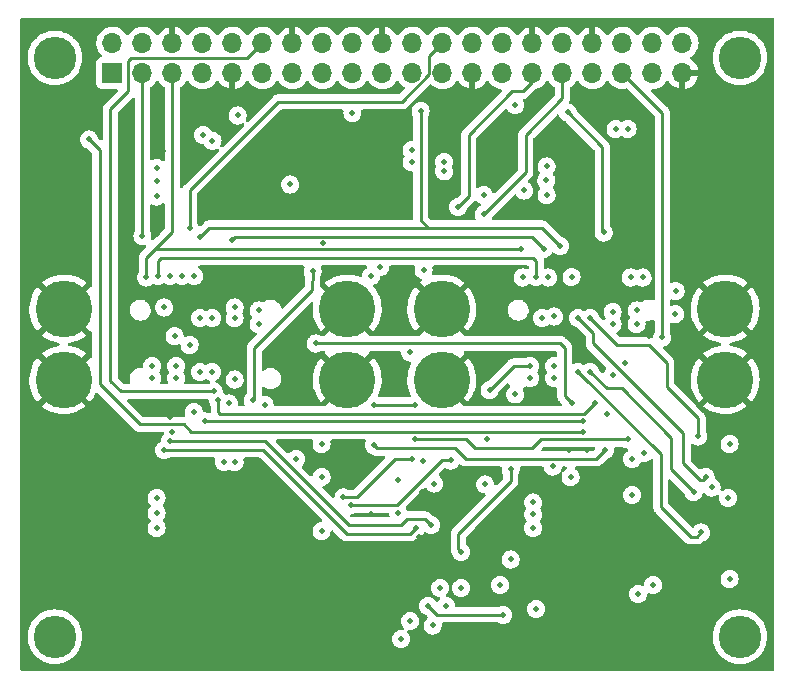
<source format=gbr>
%TF.GenerationSoftware,KiCad,Pcbnew,(6.0.0-0)*%
%TF.CreationDate,2023-03-08T15:11:31-05:00*%
%TF.ProjectId,carrier-board,63617272-6965-4722-9d62-6f6172642e6b,rev?*%
%TF.SameCoordinates,Original*%
%TF.FileFunction,Copper,L2,Inr*%
%TF.FilePolarity,Positive*%
%FSLAX46Y46*%
G04 Gerber Fmt 4.6, Leading zero omitted, Abs format (unit mm)*
G04 Created by KiCad (PCBNEW (6.0.0-0)) date 2023-03-08 15:11:31*
%MOMM*%
%LPD*%
G01*
G04 APERTURE LIST*
%TA.AperFunction,ComponentPad*%
%ADD10C,3.600000*%
%TD*%
%TA.AperFunction,ComponentPad*%
%ADD11C,4.800000*%
%TD*%
%TA.AperFunction,ComponentPad*%
%ADD12R,1.700000X1.700000*%
%TD*%
%TA.AperFunction,ComponentPad*%
%ADD13O,1.700000X1.700000*%
%TD*%
%TA.AperFunction,ViaPad*%
%ADD14C,0.508000*%
%TD*%
%TA.AperFunction,Conductor*%
%ADD15C,0.254000*%
%TD*%
G04 APERTURE END LIST*
D10*
%TO.N,unconnected-(H1-Pad1)*%
%TO.C,H1*%
X78500000Y-97500000D03*
%TD*%
%TO.N,unconnected-(H2-Pad1)*%
%TO.C,H2*%
X136500000Y-97500000D03*
%TD*%
%TO.N,unconnected-(H3-Pad1)*%
%TO.C,H3*%
X78500000Y-146500000D03*
%TD*%
%TO.N,unconnected-(H4-Pad1)*%
%TO.C,H4*%
X136500000Y-146500000D03*
%TD*%
D11*
%TO.N,GND*%
%TO.C,H5*%
X79250000Y-118750000D03*
%TD*%
%TO.N,GND*%
%TO.C,H6*%
X79250000Y-124750000D03*
%TD*%
%TO.N,GND*%
%TO.C,H7*%
X135250000Y-124750000D03*
%TD*%
%TO.N,GND*%
%TO.C,H8*%
X135250000Y-118750000D03*
%TD*%
%TO.N,GND*%
%TO.C,H9*%
X103250000Y-118750000D03*
%TD*%
%TO.N,GND*%
%TO.C,H10*%
X111250000Y-118750000D03*
%TD*%
%TO.N,GND*%
%TO.C,H11*%
X103250000Y-124750000D03*
%TD*%
%TO.N,GND*%
%TO.C,H12*%
X111250000Y-124750000D03*
%TD*%
D12*
%TO.N,/3V_RPi*%
%TO.C,J5*%
X83370000Y-98770000D03*
D13*
%TO.N,/5V_RPi*%
X83370000Y-96230000D03*
%TO.N,/SDA1*%
X85910000Y-98770000D03*
%TO.N,/5V_RPi*%
X85910000Y-96230000D03*
%TO.N,/SCL1*%
X88450000Y-98770000D03*
%TO.N,GND*%
X88450000Y-96230000D03*
%TO.N,/TXD3*%
X90990000Y-98770000D03*
%TO.N,/TXD0*%
X90990000Y-96230000D03*
%TO.N,GND*%
X93530000Y-98770000D03*
%TO.N,/RXD0*%
X93530000Y-96230000D03*
%TO.N,/SPI1CE1*%
X96070000Y-98770000D03*
%TO.N,/SPI1CE0*%
X96070000Y-96230000D03*
%TO.N,/GPIO27*%
X98610000Y-98770000D03*
%TO.N,GND*%
X98610000Y-96230000D03*
%TO.N,/SDA6*%
X101150000Y-98770000D03*
%TO.N,/SCL6*%
X101150000Y-96230000D03*
%TO.N,/3V_RPi*%
X103690000Y-98770000D03*
%TO.N,/GPIO24*%
X103690000Y-96230000D03*
%TO.N,/SPI0MOSI*%
X106230000Y-98770000D03*
%TO.N,GND*%
X106230000Y-96230000D03*
%TO.N,/SPI0MISO*%
X108770000Y-98770000D03*
%TO.N,/GPIO25*%
X108770000Y-96230000D03*
%TO.N,/SPI0SCLK*%
X111310000Y-98770000D03*
%TO.N,/SPI0CE0*%
X111310000Y-96230000D03*
%TO.N,GND*%
X113850000Y-98770000D03*
%TO.N,/SPI0CE1*%
X113850000Y-96230000D03*
%TO.N,/TXD2*%
X116390000Y-98770000D03*
%TO.N,/RXD2*%
X116390000Y-96230000D03*
%TO.N,/RXD3*%
X118930000Y-98770000D03*
%TO.N,GND*%
X118930000Y-96230000D03*
%TO.N,/GPIO6*%
X121470000Y-98770000D03*
%TO.N,/TXD5*%
X121470000Y-96230000D03*
%TO.N,/RXD5*%
X124010000Y-98770000D03*
%TO.N,GND*%
X124010000Y-96230000D03*
%TO.N,/SPI1MISO*%
X126550000Y-98770000D03*
%TO.N,/header_to_rpi4/SPI1CE2*%
X126550000Y-96230000D03*
%TO.N,/GPIO26*%
X129090000Y-98770000D03*
%TO.N,/SPI1MOSI*%
X129090000Y-96230000D03*
%TO.N,GND*%
X131630000Y-98770000D03*
%TO.N,/SPI1SCLK*%
X131630000Y-96230000D03*
%TD*%
D14*
%TO.N,+3V3*%
X107562800Y-136030000D03*
X111464200Y-106312000D03*
X107562800Y-133236000D03*
X111464200Y-107109600D03*
X107816800Y-146698000D03*
X119246800Y-144158000D03*
%TO.N,/SDA_EEPROM1*%
X111626800Y-143904000D03*
X105276800Y-115964000D03*
%TO.N,/SCL_EEPROM1*%
X106038800Y-115202000D03*
X111118800Y-142380000D03*
%TO.N,GND*%
X97402800Y-107201000D03*
X122040800Y-137300000D03*
X88385800Y-129172000D03*
X108324800Y-125870000D03*
X91560800Y-138570000D03*
X115690800Y-136157000D03*
X87623800Y-105423000D03*
X90290800Y-138570000D03*
X95370800Y-117742000D03*
X87750800Y-132220000D03*
X110610800Y-139713000D03*
X127120800Y-113170000D03*
X88258800Y-127013000D03*
X120770800Y-134760000D03*
X102101800Y-133744000D03*
X90290800Y-134760000D03*
X88258800Y-127902000D03*
X123310800Y-137300000D03*
X91560800Y-133617000D03*
X84448800Y-103264000D03*
X121913800Y-104661000D03*
X128517800Y-113170000D03*
X122040800Y-138570000D03*
X123564800Y-130696000D03*
X120262800Y-126759000D03*
X126231800Y-116726000D03*
X122040800Y-130696000D03*
X105276800Y-136157000D03*
X122040800Y-134760000D03*
X113150800Y-133109000D03*
X120770800Y-137300000D03*
X96767800Y-117742000D03*
X94246500Y-116580300D03*
X87115800Y-112408000D03*
X91560800Y-137300000D03*
X100704800Y-139713000D03*
X128771800Y-121044000D03*
X120770800Y-138570000D03*
X89020800Y-132220000D03*
X134486800Y-128537000D03*
X115182800Y-118504000D03*
X109594800Y-134252000D03*
X123310800Y-138570000D03*
X114420800Y-137300000D03*
X109340800Y-138062000D03*
X89020800Y-134760000D03*
X126231800Y-115202000D03*
X94246500Y-115564300D03*
X128517800Y-111773000D03*
X115817800Y-140602000D03*
X89020800Y-137300000D03*
X101720800Y-141618000D03*
X90290800Y-137300000D03*
X99053800Y-125997000D03*
X126231800Y-115964000D03*
X115690800Y-137300000D03*
X123437800Y-134760000D03*
X115309800Y-106185000D03*
X120008800Y-104661000D03*
X91560800Y-134760000D03*
X89020800Y-138570000D03*
%TO.N,/SDA1*%
X85910000Y-112597800D03*
X110621000Y-133538500D03*
X119246500Y-116030000D03*
X87242800Y-115964000D03*
X108586500Y-145183000D03*
%TO.N,/SCL1*%
X86226800Y-116091000D03*
X114928800Y-133617000D03*
X110483800Y-145555000D03*
X117976800Y-113678000D03*
X118103800Y-116091000D03*
%TO.N,/3V_RPi*%
X103690000Y-102185200D03*
%TO.N,/TXD3*%
X93719800Y-124727000D03*
%TO.N,/TXD0*%
X88639800Y-121044000D03*
%TO.N,/RXD0*%
X87750800Y-118631000D03*
%TO.N,/SPI1CE1*%
X93973800Y-102375000D03*
X123183800Y-129172000D03*
X81400800Y-104407000D03*
%TO.N,/SPI1CE0*%
X91941800Y-125743000D03*
%TO.N,/GPIO27*%
X98418800Y-108217000D03*
X122294800Y-126759000D03*
X100577800Y-121679000D03*
%TO.N,/SDA6*%
X95243800Y-126505000D03*
X125088800Y-130696000D03*
X105530800Y-130315000D03*
X100323800Y-115583000D03*
%TO.N,/SCL6*%
X96259800Y-126886000D03*
X108959800Y-129807000D03*
X126993800Y-129807000D03*
%TO.N,/GPIO24*%
X101212800Y-113169500D03*
%TO.N,/SPI0MOSI*%
X89274800Y-115964000D03*
X109467800Y-101994000D03*
X121278800Y-113424000D03*
X90798800Y-112662000D03*
%TO.N,/SPI0MISO*%
X93465800Y-112916000D03*
X122246500Y-116030000D03*
X90290800Y-115964000D03*
X114801800Y-109106000D03*
X119881800Y-113678000D03*
%TO.N,/GPIO25*%
X124961800Y-112281000D03*
X121913800Y-102121000D03*
%TO.N,/SPI0CE0*%
X88258800Y-115964000D03*
X89909800Y-111900000D03*
%TO.N,/SPI0CE1*%
X120262800Y-116091000D03*
X117468800Y-101486000D03*
%TO.N,/TXD2*%
X120770800Y-119393000D03*
%TO.N,/RXD2*%
X119754800Y-119520000D03*
%TO.N,/RXD3*%
X108578800Y-122441000D03*
X112642800Y-110122000D03*
%TO.N,/GPIO6*%
X117468800Y-125997000D03*
X117087800Y-139967000D03*
X114801800Y-110757000D03*
%TO.N,/TXD5*%
X125723800Y-124346000D03*
%TO.N,/RXD5*%
X126739800Y-123330000D03*
%TO.N,/SPI1MISO*%
X129914800Y-121171000D03*
X92322800Y-126505000D03*
X124199800Y-126759000D03*
%TO.N,/GPIO26*%
X90253500Y-127470000D03*
X89909800Y-121806000D03*
X118230800Y-108725000D03*
X109721800Y-115456000D03*
%TO.N,/SPI1MOSI*%
X93253500Y-126759000D03*
X105530800Y-126886000D03*
X108959800Y-126886000D03*
X125215800Y-127648000D03*
%TO.N,/SPI1SCLK*%
X123183800Y-128283000D03*
X91179800Y-128283000D03*
%TO.N,/SDA_EEPROM2*%
X127882800Y-142888000D03*
X112896800Y-142380000D03*
X131057800Y-117234000D03*
X128263800Y-116091000D03*
%TO.N,/SCL_EEPROM2*%
X129152800Y-142126000D03*
X130994300Y-119202500D03*
X116198800Y-142126000D03*
X127247800Y-116091000D03*
%TO.N,/SDA_EEPROM3*%
X109086800Y-137300000D03*
X87750800Y-130696000D03*
%TO.N,/SCL_EEPROM3*%
X88258800Y-129934000D03*
X110356800Y-137046000D03*
%TO.N,/AN1P*%
X101085800Y-132982000D03*
X90798800Y-119520000D03*
%TO.N,/AN1N*%
X91814800Y-119520000D03*
X101085800Y-130188000D03*
%TO.N,/AN2P*%
X122802800Y-119520000D03*
X133597800Y-132982000D03*
%TO.N,/AN2N*%
X123818800Y-119520000D03*
X132962800Y-129553000D03*
%TO.N,/AN3P*%
X98926800Y-131458000D03*
X91814800Y-124092000D03*
%TO.N,/AN3N*%
X101085800Y-137554000D03*
X90798800Y-124092000D03*
%TO.N,/AN4P*%
X123818800Y-124092000D03*
X132581800Y-134252000D03*
%TO.N,/AN4N*%
X133216800Y-137681000D03*
X122802800Y-124092000D03*
%TO.N,/SCL_EEPROM4*%
X117087800Y-132347000D03*
X112896800Y-139332000D03*
%TO.N,/SDA1_5V*%
X102935900Y-134705100D03*
X134105800Y-133871000D03*
X109671000Y-131663500D03*
X108705800Y-131458000D03*
X120643800Y-132093000D03*
%TO.N,/SCL1_5V*%
X112007800Y-131585000D03*
X103587900Y-135357100D03*
X122167800Y-132982000D03*
X115055800Y-129807000D03*
X135502800Y-134760000D03*
%TO.N,Net-(RN3-Pad3)*%
X116452800Y-144666000D03*
X110102800Y-143904000D03*
%TO.N,/module1/3.3V*%
X93719800Y-119520000D03*
X87115800Y-109233000D03*
X87115800Y-106820000D03*
X87115800Y-107963000D03*
X93719800Y-118631000D03*
%TO.N,/module2/3.3V*%
X125723800Y-119012000D03*
X120135800Y-109106000D03*
X125723800Y-120028000D03*
X120135800Y-106693000D03*
X120110000Y-107864400D03*
%TO.N,/module3/3.3V*%
X87115800Y-137300000D03*
X88766800Y-124600000D03*
X88766800Y-123584000D03*
X87115800Y-134760000D03*
X87115800Y-136030000D03*
%TO.N,/module4/3.3V*%
X120770800Y-123584000D03*
X118992800Y-137300000D03*
X120770800Y-124600000D03*
X118992800Y-135141000D03*
X118992800Y-136157000D03*
%TO.N,/5V_RPi*%
X127374800Y-131458000D03*
X91052800Y-104026000D03*
X118738800Y-123584000D03*
X118738800Y-124600000D03*
X95751800Y-120028000D03*
X127755800Y-118885000D03*
X92830800Y-131712000D03*
X95751800Y-118885000D03*
X128390800Y-130950000D03*
X115309800Y-125616000D03*
X127374800Y-134506000D03*
X135629800Y-130188000D03*
X86734800Y-124600000D03*
X135629800Y-141618000D03*
X86734800Y-123584000D03*
X125977800Y-103518000D03*
X126993800Y-103518000D03*
X108705800Y-105296000D03*
X127755800Y-120028000D03*
X108705800Y-106312000D03*
X93719800Y-131712000D03*
X91840200Y-104508600D03*
%TD*%
D15*
%TO.N,/SDA1*%
X119246500Y-114694000D02*
X119246500Y-116030000D01*
X87242800Y-115964000D02*
X87242800Y-114694000D01*
X85910000Y-98770000D02*
X85910000Y-112597800D01*
X118992500Y-114440000D02*
X119246500Y-114694000D01*
X87496800Y-114440000D02*
X118992500Y-114440000D01*
X87242800Y-114694000D02*
X87496800Y-114440000D01*
%TO.N,/SCL1*%
X86226800Y-114440000D02*
X86988800Y-113678000D01*
X88450000Y-112216800D02*
X86988800Y-113678000D01*
X117722800Y-113678000D02*
X117976800Y-113678000D01*
X86226800Y-116091000D02*
X86226800Y-114440000D01*
X86988800Y-113678000D02*
X117722800Y-113678000D01*
X88450000Y-98770000D02*
X88450000Y-112216800D01*
%TO.N,/SPI1CE1*%
X82289800Y-125108000D02*
X82289800Y-105296000D01*
X82289800Y-105296000D02*
X81400800Y-104407000D01*
X123183800Y-129172000D02*
X90036800Y-129172000D01*
X89401800Y-128537000D02*
X85718800Y-128537000D01*
X85718800Y-128537000D02*
X82289800Y-125108000D01*
X90036800Y-129172000D02*
X89401800Y-128537000D01*
%TO.N,/SPI1CE0*%
X83178800Y-124854000D02*
X83178800Y-101867000D01*
X84702800Y-100343000D02*
X84702800Y-97803000D01*
X84702800Y-97803000D02*
X84956800Y-97549000D01*
X91941800Y-125743000D02*
X84067800Y-125743000D01*
X84956800Y-97549000D02*
X94751000Y-97549000D01*
X94751000Y-97549000D02*
X96070000Y-96230000D01*
X83178800Y-101867000D02*
X84702800Y-100343000D01*
X84067800Y-125743000D02*
X83178800Y-124854000D01*
%TO.N,/GPIO27*%
X100577800Y-121679000D02*
X121278800Y-121679000D01*
X121278800Y-121679000D02*
X121659800Y-122060000D01*
X121659800Y-126124000D02*
X122294800Y-126759000D01*
X121659800Y-122060000D02*
X121659800Y-126124000D01*
%TO.N,/SDA6*%
X124326800Y-131458000D02*
X113277800Y-131458000D01*
X95370800Y-126378000D02*
X95370800Y-122060000D01*
X95370800Y-122060000D02*
X100300000Y-117130800D01*
X112388800Y-130569000D02*
X105784800Y-130569000D01*
X105784800Y-130569000D02*
X105530800Y-130315000D01*
X113277800Y-131458000D02*
X112388800Y-130569000D01*
X125088800Y-130696000D02*
X124326800Y-131458000D01*
X100300000Y-117130800D02*
X100323800Y-115583000D01*
X95243800Y-126505000D02*
X95370800Y-126378000D01*
%TO.N,/SCL6*%
X118865800Y-130569000D02*
X119627800Y-129807000D01*
X119627800Y-129807000D02*
X126993800Y-129807000D01*
X108959800Y-129807000D02*
X113277800Y-129807000D01*
X114039800Y-130569000D02*
X118865800Y-130569000D01*
X113277800Y-129807000D02*
X114039800Y-130569000D01*
%TO.N,/SPI0MOSI*%
X91560800Y-111900000D02*
X110102800Y-111900000D01*
X90798800Y-112662000D02*
X91560800Y-111900000D01*
X109467800Y-101994000D02*
X109467800Y-111265000D01*
X119754800Y-111900000D02*
X121278800Y-113424000D01*
X110102800Y-111900000D02*
X119754800Y-111900000D01*
X109467800Y-111265000D02*
X110102800Y-111900000D01*
%TO.N,/SPI0MISO*%
X118865800Y-112662000D02*
X93719800Y-112662000D01*
X93719800Y-112662000D02*
X93465800Y-112916000D01*
X119881800Y-113678000D02*
X118865800Y-112662000D01*
%TO.N,/GPIO25*%
X124834800Y-112154000D02*
X124961800Y-112281000D01*
X121913800Y-102121000D02*
X124834800Y-105042000D01*
X124834800Y-112027000D02*
X124834800Y-112154000D01*
X124834800Y-105042000D02*
X124834800Y-112027000D01*
%TO.N,/SPI0CE0*%
X89909800Y-111900000D02*
X89909800Y-108725000D01*
X110206489Y-97333511D02*
X111310000Y-96230000D01*
X110206489Y-98894112D02*
X110206489Y-97333511D01*
X107868601Y-101232000D02*
X110206489Y-98894112D01*
X97402800Y-101232000D02*
X107868601Y-101232000D01*
X89909800Y-108725000D02*
X97402800Y-101232000D01*
%TO.N,/RXD3*%
X113531800Y-109233000D02*
X113531800Y-104026000D01*
X117214800Y-100343000D02*
X118103800Y-100343000D01*
X118930000Y-99516800D02*
X118930000Y-98770000D01*
X113531800Y-104026000D02*
X117214800Y-100343000D01*
X112642800Y-110122000D02*
X113531800Y-109233000D01*
X118103800Y-100343000D02*
X118930000Y-99516800D01*
%TO.N,/GPIO6*%
X118357800Y-107201000D02*
X118357800Y-104026000D01*
X118357800Y-104026000D02*
X121470000Y-100913800D01*
X121470000Y-100913800D02*
X121470000Y-98770000D01*
X114801800Y-110757000D02*
X118357800Y-107201000D01*
%TO.N,/SPI1MISO*%
X129914800Y-102134800D02*
X126550000Y-98770000D01*
X129914800Y-121171000D02*
X129914800Y-102134800D01*
X92322800Y-127521000D02*
X92322800Y-126505000D01*
X123310800Y-127648000D02*
X92449800Y-127648000D01*
X124199800Y-126759000D02*
X123310800Y-127648000D01*
X92449800Y-127648000D02*
X92322800Y-127521000D01*
%TO.N,/SPI1MOSI*%
X108959800Y-126886000D02*
X105530800Y-126886000D01*
%TO.N,/SPI1SCLK*%
X123183800Y-128283000D02*
X91179800Y-128283000D01*
%TO.N,/SDA_EEPROM3*%
X109086800Y-137300000D02*
X108578800Y-137808000D01*
X108578800Y-137808000D02*
X103244800Y-137808000D01*
X96132800Y-130696000D02*
X87750800Y-130696000D01*
X103244800Y-137808000D02*
X96132800Y-130696000D01*
%TO.N,/SCL_EEPROM3*%
X107816800Y-137046000D02*
X103371800Y-137046000D01*
X88258800Y-129934000D02*
X96132800Y-129934000D01*
X108324800Y-136538000D02*
X107816800Y-137046000D01*
X96259800Y-129934000D02*
X96132800Y-129934000D01*
X109848800Y-136538000D02*
X108324800Y-136538000D01*
X110356800Y-137046000D02*
X109848800Y-136538000D01*
X103371800Y-137046000D02*
X96259800Y-129934000D01*
%TO.N,/AN2P*%
X131692800Y-129299000D02*
X131692800Y-131839000D01*
X122802800Y-119520000D02*
X124072800Y-120790000D01*
X124072800Y-121679000D02*
X131692800Y-129299000D01*
X133089800Y-133236000D02*
X133343800Y-133236000D01*
X133343800Y-133236000D02*
X133597800Y-132982000D01*
X124072800Y-120790000D02*
X124072800Y-121679000D01*
X131692800Y-131839000D02*
X133089800Y-133236000D01*
%TO.N,/AN2N*%
X128771800Y-121806000D02*
X126104800Y-121806000D01*
X132962800Y-129553000D02*
X132962800Y-128029000D01*
X126104800Y-121806000D02*
X123818800Y-119520000D01*
X130295800Y-123330000D02*
X128771800Y-121806000D01*
X130295800Y-125362000D02*
X130295800Y-123330000D01*
X132962800Y-128029000D02*
X130295800Y-125362000D01*
%TO.N,/AN4P*%
X126485800Y-125489000D02*
X125215800Y-125489000D01*
X130676800Y-132347000D02*
X130676800Y-129680000D01*
X125215800Y-125489000D02*
X123818800Y-124092000D01*
X132581800Y-134252000D02*
X130676800Y-132347000D01*
X130676800Y-129680000D02*
X126485800Y-125489000D01*
%TO.N,/AN4N*%
X129787800Y-135522000D02*
X132327800Y-138062000D01*
X132327800Y-138062000D02*
X132835800Y-138062000D01*
X132835800Y-138062000D02*
X133216800Y-137681000D01*
X129787800Y-131077000D02*
X129787800Y-135522000D01*
X122802800Y-124092000D02*
X129787800Y-131077000D01*
%TO.N,/SCL_EEPROM4*%
X117087800Y-132347000D02*
X117087800Y-133363000D01*
X117087800Y-133363000D02*
X112642800Y-137808000D01*
X112642800Y-139078000D02*
X112896800Y-139332000D01*
X112642800Y-137808000D02*
X112642800Y-139078000D01*
%TO.N,/SDA1_5V*%
X107308800Y-131458000D02*
X104061700Y-134705100D01*
X108705800Y-131458000D02*
X107308800Y-131458000D01*
X104061700Y-134705100D02*
X102935900Y-134705100D01*
%TO.N,/SCL1_5V*%
X103587900Y-135357100D02*
X107473700Y-135357100D01*
X111245800Y-131585000D02*
X112007800Y-131585000D01*
X107473700Y-135357100D02*
X109213800Y-133617000D01*
X109213800Y-133617000D02*
X111245800Y-131585000D01*
%TO.N,Net-(RN3-Pad3)*%
X116452800Y-144666000D02*
X110864800Y-144666000D01*
X110864800Y-144666000D02*
X110102800Y-143904000D01*
%TO.N,/5V_RPi*%
X117341800Y-123584000D02*
X115309800Y-125616000D01*
X118738800Y-123584000D02*
X117341800Y-123584000D01*
%TD*%
%TA.AperFunction,Conductor*%
%TO.N,GND*%
G36*
X139359121Y-94140002D02*
G01*
X139405614Y-94193658D01*
X139417000Y-94246000D01*
X139417000Y-149291000D01*
X139396998Y-149359121D01*
X139343342Y-149405614D01*
X139291000Y-149417000D01*
X75709000Y-149417000D01*
X75640879Y-149396998D01*
X75594386Y-149343342D01*
X75583000Y-149291000D01*
X75583000Y-146500000D01*
X76186547Y-146500000D01*
X76186817Y-146504119D01*
X76199525Y-146698000D01*
X76206339Y-146801966D01*
X76207143Y-146806006D01*
X76207143Y-146806009D01*
X76256594Y-147054614D01*
X76265376Y-147098766D01*
X76266701Y-147102670D01*
X76266702Y-147102673D01*
X76294769Y-147185356D01*
X76362648Y-147385320D01*
X76496491Y-147656726D01*
X76664614Y-147908341D01*
X76667328Y-147911435D01*
X76667332Y-147911441D01*
X76861433Y-148132769D01*
X76864142Y-148135858D01*
X76867231Y-148138567D01*
X77088559Y-148332668D01*
X77088565Y-148332672D01*
X77091659Y-148335386D01*
X77095085Y-148337675D01*
X77095090Y-148337679D01*
X77283371Y-148463484D01*
X77343273Y-148503509D01*
X77346972Y-148505333D01*
X77346977Y-148505336D01*
X77486308Y-148574046D01*
X77614680Y-148637352D01*
X77618585Y-148638677D01*
X77618586Y-148638678D01*
X77897327Y-148733298D01*
X77897330Y-148733299D01*
X77901234Y-148734624D01*
X77905273Y-148735427D01*
X77905279Y-148735429D01*
X78193991Y-148792857D01*
X78193994Y-148792857D01*
X78198034Y-148793661D01*
X78202145Y-148793930D01*
X78202149Y-148793931D01*
X78495881Y-148813183D01*
X78500000Y-148813453D01*
X78504119Y-148813183D01*
X78797851Y-148793931D01*
X78797855Y-148793930D01*
X78801966Y-148793661D01*
X78806006Y-148792857D01*
X78806009Y-148792857D01*
X79094721Y-148735429D01*
X79094727Y-148735427D01*
X79098766Y-148734624D01*
X79102670Y-148733299D01*
X79102673Y-148733298D01*
X79381414Y-148638678D01*
X79381415Y-148638677D01*
X79385320Y-148637352D01*
X79513692Y-148574046D01*
X79653023Y-148505336D01*
X79653028Y-148505333D01*
X79656727Y-148503509D01*
X79716629Y-148463484D01*
X79904910Y-148337679D01*
X79904915Y-148337675D01*
X79908341Y-148335386D01*
X79911435Y-148332672D01*
X79911441Y-148332668D01*
X80132769Y-148138567D01*
X80135858Y-148135858D01*
X80138567Y-148132769D01*
X80332668Y-147911441D01*
X80332672Y-147911435D01*
X80335386Y-147908341D01*
X80503509Y-147656726D01*
X80637352Y-147385320D01*
X80705231Y-147185356D01*
X80733298Y-147102673D01*
X80733299Y-147102670D01*
X80734624Y-147098766D01*
X80743407Y-147054614D01*
X80792857Y-146806009D01*
X80792857Y-146806006D01*
X80793661Y-146801966D01*
X80800476Y-146698000D01*
X80801178Y-146687286D01*
X107049550Y-146687286D01*
X107066243Y-146857536D01*
X107120240Y-147019856D01*
X107123887Y-147025878D01*
X107123888Y-147025880D01*
X107205206Y-147160154D01*
X107205209Y-147160157D01*
X107208856Y-147166180D01*
X107327689Y-147289234D01*
X107470830Y-147382903D01*
X107477434Y-147385359D01*
X107477436Y-147385360D01*
X107624557Y-147440074D01*
X107624559Y-147440074D01*
X107631167Y-147442532D01*
X107710254Y-147453085D01*
X107793749Y-147464226D01*
X107793753Y-147464226D01*
X107800730Y-147465157D01*
X107807741Y-147464519D01*
X107807745Y-147464519D01*
X107964073Y-147450292D01*
X107964075Y-147450292D01*
X107971092Y-147449653D01*
X107977790Y-147447477D01*
X107977793Y-147447476D01*
X108127089Y-147398966D01*
X108127091Y-147398965D01*
X108133785Y-147396790D01*
X108280724Y-147309197D01*
X108404605Y-147191227D01*
X108417879Y-147171249D01*
X108495370Y-147054614D01*
X108499271Y-147048743D01*
X108560018Y-146888826D01*
X108583826Y-146719425D01*
X108584125Y-146698000D01*
X108565056Y-146528000D01*
X108555306Y-146500000D01*
X134186547Y-146500000D01*
X134186817Y-146504119D01*
X134199525Y-146698000D01*
X134206339Y-146801966D01*
X134207143Y-146806006D01*
X134207143Y-146806009D01*
X134256594Y-147054614D01*
X134265376Y-147098766D01*
X134266701Y-147102670D01*
X134266702Y-147102673D01*
X134294769Y-147185356D01*
X134362648Y-147385320D01*
X134496491Y-147656726D01*
X134664614Y-147908341D01*
X134667328Y-147911435D01*
X134667332Y-147911441D01*
X134861433Y-148132769D01*
X134864142Y-148135858D01*
X134867231Y-148138567D01*
X135088559Y-148332668D01*
X135088565Y-148332672D01*
X135091659Y-148335386D01*
X135095085Y-148337675D01*
X135095090Y-148337679D01*
X135283371Y-148463484D01*
X135343273Y-148503509D01*
X135346972Y-148505333D01*
X135346977Y-148505336D01*
X135486308Y-148574046D01*
X135614680Y-148637352D01*
X135618585Y-148638677D01*
X135618586Y-148638678D01*
X135897327Y-148733298D01*
X135897330Y-148733299D01*
X135901234Y-148734624D01*
X135905273Y-148735427D01*
X135905279Y-148735429D01*
X136193991Y-148792857D01*
X136193994Y-148792857D01*
X136198034Y-148793661D01*
X136202145Y-148793930D01*
X136202149Y-148793931D01*
X136495881Y-148813183D01*
X136500000Y-148813453D01*
X136504119Y-148813183D01*
X136797851Y-148793931D01*
X136797855Y-148793930D01*
X136801966Y-148793661D01*
X136806006Y-148792857D01*
X136806009Y-148792857D01*
X137094721Y-148735429D01*
X137094727Y-148735427D01*
X137098766Y-148734624D01*
X137102670Y-148733299D01*
X137102673Y-148733298D01*
X137381414Y-148638678D01*
X137381415Y-148638677D01*
X137385320Y-148637352D01*
X137513692Y-148574046D01*
X137653023Y-148505336D01*
X137653028Y-148505333D01*
X137656727Y-148503509D01*
X137716629Y-148463484D01*
X137904910Y-148337679D01*
X137904915Y-148337675D01*
X137908341Y-148335386D01*
X137911435Y-148332672D01*
X137911441Y-148332668D01*
X138132769Y-148138567D01*
X138135858Y-148135858D01*
X138138567Y-148132769D01*
X138332668Y-147911441D01*
X138332672Y-147911435D01*
X138335386Y-147908341D01*
X138503509Y-147656726D01*
X138637352Y-147385320D01*
X138705231Y-147185356D01*
X138733298Y-147102673D01*
X138733299Y-147102670D01*
X138734624Y-147098766D01*
X138743407Y-147054614D01*
X138792857Y-146806009D01*
X138792857Y-146806006D01*
X138793661Y-146801966D01*
X138800476Y-146698000D01*
X138813183Y-146504119D01*
X138813453Y-146500000D01*
X138804308Y-146360479D01*
X138793931Y-146202149D01*
X138793930Y-146202145D01*
X138793661Y-146198034D01*
X138783696Y-146147937D01*
X138735429Y-145905279D01*
X138735427Y-145905273D01*
X138734624Y-145901234D01*
X138728763Y-145883966D01*
X138638678Y-145618586D01*
X138638677Y-145618585D01*
X138637352Y-145614680D01*
X138547520Y-145432519D01*
X138505336Y-145346978D01*
X138505333Y-145346973D01*
X138503509Y-145343274D01*
X138335386Y-145091659D01*
X138332672Y-145088565D01*
X138332668Y-145088559D01*
X138138567Y-144867231D01*
X138135858Y-144864142D01*
X138110405Y-144841820D01*
X137911441Y-144667332D01*
X137911435Y-144667328D01*
X137908341Y-144664614D01*
X137904911Y-144662322D01*
X137904910Y-144662321D01*
X137665204Y-144502155D01*
X137656727Y-144496491D01*
X137653028Y-144494667D01*
X137653023Y-144494664D01*
X137492887Y-144415694D01*
X137385320Y-144362648D01*
X137321833Y-144341097D01*
X137102673Y-144266702D01*
X137102670Y-144266701D01*
X137098766Y-144265376D01*
X137094727Y-144264573D01*
X137094721Y-144264571D01*
X136806009Y-144207143D01*
X136806006Y-144207143D01*
X136801966Y-144206339D01*
X136797855Y-144206070D01*
X136797851Y-144206069D01*
X136504119Y-144186817D01*
X136500000Y-144186547D01*
X136495881Y-144186817D01*
X136202149Y-144206069D01*
X136202145Y-144206070D01*
X136198034Y-144206339D01*
X136193994Y-144207143D01*
X136193991Y-144207143D01*
X135905279Y-144264571D01*
X135905273Y-144264573D01*
X135901234Y-144265376D01*
X135897330Y-144266701D01*
X135897327Y-144266702D01*
X135678167Y-144341097D01*
X135614680Y-144362648D01*
X135486442Y-144425888D01*
X135346978Y-144494664D01*
X135346973Y-144494667D01*
X135343274Y-144496491D01*
X135091659Y-144664614D01*
X135088565Y-144667328D01*
X135088559Y-144667332D01*
X134889595Y-144841820D01*
X134864142Y-144864142D01*
X134861433Y-144867231D01*
X134667332Y-145088559D01*
X134667328Y-145088565D01*
X134664614Y-145091659D01*
X134496491Y-145343274D01*
X134494667Y-145346973D01*
X134494664Y-145346978D01*
X134452480Y-145432519D01*
X134362648Y-145614680D01*
X134361323Y-145618585D01*
X134361322Y-145618586D01*
X134271238Y-145883966D01*
X134265376Y-145901234D01*
X134264573Y-145905273D01*
X134264571Y-145905279D01*
X134216304Y-146147937D01*
X134206339Y-146198034D01*
X134206070Y-146202145D01*
X134206069Y-146202149D01*
X134195692Y-146360479D01*
X134186547Y-146500000D01*
X108555306Y-146500000D01*
X108511114Y-146373097D01*
X108511113Y-146373095D01*
X108508799Y-146366450D01*
X108418148Y-146221378D01*
X108404959Y-146208096D01*
X108345218Y-146147937D01*
X108311411Y-146085506D01*
X108316723Y-146014709D01*
X108359468Y-145958022D01*
X108426074Y-145933443D01*
X108451289Y-145934260D01*
X108563449Y-145949226D01*
X108563453Y-145949226D01*
X108570430Y-145950157D01*
X108577441Y-145949519D01*
X108577445Y-145949519D01*
X108733773Y-145935292D01*
X108733775Y-145935292D01*
X108740792Y-145934653D01*
X108747490Y-145932477D01*
X108747493Y-145932476D01*
X108896789Y-145883966D01*
X108896791Y-145883965D01*
X108903485Y-145881790D01*
X109050424Y-145794197D01*
X109174305Y-145676227D01*
X109268971Y-145533743D01*
X109316708Y-145408074D01*
X109327218Y-145380408D01*
X109327219Y-145380406D01*
X109329718Y-145373826D01*
X109339883Y-145301500D01*
X109352975Y-145208347D01*
X109352975Y-145208344D01*
X109353526Y-145204425D01*
X109353825Y-145183000D01*
X109334756Y-145013000D01*
X109314653Y-144955269D01*
X109280814Y-144858097D01*
X109280813Y-144858095D01*
X109278499Y-144851450D01*
X109270748Y-144839045D01*
X109191581Y-144712352D01*
X109187848Y-144706378D01*
X109174659Y-144693096D01*
X109102224Y-144620154D01*
X109067309Y-144584994D01*
X108938103Y-144502998D01*
X108928816Y-144497104D01*
X108928813Y-144497102D01*
X108922873Y-144493333D01*
X108913976Y-144490165D01*
X108768354Y-144438311D01*
X108768349Y-144438310D01*
X108761719Y-144435949D01*
X108754731Y-144435116D01*
X108754728Y-144435115D01*
X108639155Y-144421334D01*
X108591857Y-144415694D01*
X108584854Y-144416430D01*
X108584853Y-144416430D01*
X108540458Y-144421096D01*
X108421728Y-144433575D01*
X108411571Y-144437033D01*
X108266456Y-144486434D01*
X108266453Y-144486435D01*
X108259789Y-144488704D01*
X108114088Y-144578340D01*
X108109057Y-144583267D01*
X108109054Y-144583269D01*
X108065235Y-144626180D01*
X107991866Y-144698028D01*
X107988047Y-144703953D01*
X107988046Y-144703955D01*
X107949131Y-144764339D01*
X107899198Y-144841820D01*
X107896787Y-144848443D01*
X107896786Y-144848446D01*
X107843100Y-144995947D01*
X107843099Y-144995952D01*
X107840690Y-145002570D01*
X107819250Y-145172286D01*
X107835943Y-145342536D01*
X107889940Y-145504856D01*
X107893587Y-145510878D01*
X107893588Y-145510880D01*
X107974906Y-145645154D01*
X107974909Y-145645157D01*
X107978556Y-145651180D01*
X108058157Y-145733608D01*
X108091089Y-145796504D01*
X108084789Y-145867221D01*
X108041257Y-145923306D01*
X107974314Y-145946952D01*
X107952605Y-145946249D01*
X107822157Y-145930694D01*
X107815154Y-145931430D01*
X107815153Y-145931430D01*
X107788228Y-145934260D01*
X107652028Y-145948575D01*
X107641871Y-145952033D01*
X107496756Y-146001434D01*
X107496753Y-146001435D01*
X107490089Y-146003704D01*
X107344388Y-146093340D01*
X107339357Y-146098267D01*
X107339354Y-146098269D01*
X107295550Y-146141165D01*
X107222166Y-146213028D01*
X107218347Y-146218953D01*
X107218346Y-146218955D01*
X107194494Y-146255966D01*
X107129498Y-146356820D01*
X107127087Y-146363443D01*
X107127086Y-146363446D01*
X107073400Y-146510947D01*
X107073399Y-146510952D01*
X107070990Y-146517570D01*
X107049550Y-146687286D01*
X80801178Y-146687286D01*
X80813183Y-146504119D01*
X80813453Y-146500000D01*
X80804308Y-146360479D01*
X80793931Y-146202149D01*
X80793930Y-146202145D01*
X80793661Y-146198034D01*
X80783696Y-146147937D01*
X80735429Y-145905279D01*
X80735427Y-145905273D01*
X80734624Y-145901234D01*
X80728763Y-145883966D01*
X80638678Y-145618586D01*
X80638677Y-145618585D01*
X80637352Y-145614680D01*
X80547520Y-145432519D01*
X80505336Y-145346978D01*
X80505333Y-145346973D01*
X80503509Y-145343274D01*
X80335386Y-145091659D01*
X80332672Y-145088565D01*
X80332668Y-145088559D01*
X80138567Y-144867231D01*
X80135858Y-144864142D01*
X80110405Y-144841820D01*
X79911441Y-144667332D01*
X79911435Y-144667328D01*
X79908341Y-144664614D01*
X79904911Y-144662322D01*
X79904910Y-144662321D01*
X79665204Y-144502155D01*
X79656727Y-144496491D01*
X79653028Y-144494667D01*
X79653023Y-144494664D01*
X79492887Y-144415694D01*
X79385320Y-144362648D01*
X79321833Y-144341097D01*
X79102673Y-144266702D01*
X79102670Y-144266701D01*
X79098766Y-144265376D01*
X79094727Y-144264573D01*
X79094721Y-144264571D01*
X78806009Y-144207143D01*
X78806006Y-144207143D01*
X78801966Y-144206339D01*
X78797855Y-144206070D01*
X78797851Y-144206069D01*
X78504119Y-144186817D01*
X78500000Y-144186547D01*
X78495881Y-144186817D01*
X78202149Y-144206069D01*
X78202145Y-144206070D01*
X78198034Y-144206339D01*
X78193994Y-144207143D01*
X78193991Y-144207143D01*
X77905279Y-144264571D01*
X77905273Y-144264573D01*
X77901234Y-144265376D01*
X77897330Y-144266701D01*
X77897327Y-144266702D01*
X77678167Y-144341097D01*
X77614680Y-144362648D01*
X77486442Y-144425888D01*
X77346978Y-144494664D01*
X77346973Y-144494667D01*
X77343274Y-144496491D01*
X77091659Y-144664614D01*
X77088565Y-144667328D01*
X77088559Y-144667332D01*
X76889595Y-144841820D01*
X76864142Y-144864142D01*
X76861433Y-144867231D01*
X76667332Y-145088559D01*
X76667328Y-145088565D01*
X76664614Y-145091659D01*
X76496491Y-145343274D01*
X76494667Y-145346973D01*
X76494664Y-145346978D01*
X76452480Y-145432519D01*
X76362648Y-145614680D01*
X76361323Y-145618585D01*
X76361322Y-145618586D01*
X76271238Y-145883966D01*
X76265376Y-145901234D01*
X76264573Y-145905273D01*
X76264571Y-145905279D01*
X76216304Y-146147937D01*
X76206339Y-146198034D01*
X76206070Y-146202145D01*
X76206069Y-146202149D01*
X76195692Y-146360479D01*
X76186547Y-146500000D01*
X75583000Y-146500000D01*
X75583000Y-143893286D01*
X109335550Y-143893286D01*
X109352243Y-144063536D01*
X109406240Y-144225856D01*
X109409887Y-144231878D01*
X109409888Y-144231880D01*
X109491206Y-144366154D01*
X109491209Y-144366157D01*
X109494856Y-144372180D01*
X109613689Y-144495234D01*
X109625554Y-144502998D01*
X109745091Y-144581221D01*
X109756830Y-144588903D01*
X109763434Y-144591359D01*
X109763436Y-144591360D01*
X109822818Y-144613444D01*
X109917167Y-144648532D01*
X109924084Y-144649455D01*
X109982670Y-144682603D01*
X110046554Y-144746487D01*
X110080580Y-144808799D01*
X110075515Y-144879614D01*
X110032968Y-144936450D01*
X110023483Y-144942898D01*
X110017394Y-144946644D01*
X110017388Y-144946649D01*
X110011388Y-144950340D01*
X110006357Y-144955267D01*
X110006354Y-144955269D01*
X109964815Y-144995947D01*
X109889166Y-145070028D01*
X109885347Y-145075953D01*
X109885346Y-145075955D01*
X109842832Y-145141924D01*
X109796498Y-145213820D01*
X109794087Y-145220443D01*
X109794086Y-145220446D01*
X109740400Y-145367947D01*
X109740399Y-145367952D01*
X109737990Y-145374570D01*
X109716550Y-145544286D01*
X109733243Y-145714536D01*
X109787240Y-145876856D01*
X109790887Y-145882878D01*
X109790888Y-145882880D01*
X109872206Y-146017154D01*
X109872209Y-146017157D01*
X109875856Y-146023180D01*
X109994689Y-146146234D01*
X110000585Y-146150092D01*
X110101882Y-146216379D01*
X110137830Y-146239903D01*
X110144434Y-146242359D01*
X110144436Y-146242360D01*
X110291557Y-146297074D01*
X110291559Y-146297074D01*
X110298167Y-146299532D01*
X110377254Y-146310085D01*
X110460749Y-146321226D01*
X110460753Y-146321226D01*
X110467730Y-146322157D01*
X110474741Y-146321519D01*
X110474745Y-146321519D01*
X110631073Y-146307292D01*
X110631075Y-146307292D01*
X110638092Y-146306653D01*
X110644790Y-146304477D01*
X110644793Y-146304476D01*
X110794089Y-146255966D01*
X110794091Y-146255965D01*
X110800785Y-146253790D01*
X110855157Y-146221378D01*
X110941672Y-146169805D01*
X110941674Y-146169804D01*
X110947724Y-146166197D01*
X111071605Y-146048227D01*
X111084879Y-146028249D01*
X111137381Y-145949226D01*
X111166271Y-145905743D01*
X111227018Y-145745826D01*
X111250826Y-145576425D01*
X111251125Y-145555000D01*
X111238399Y-145441545D01*
X111250683Y-145371619D01*
X111298822Y-145319435D01*
X111363614Y-145301500D01*
X115993772Y-145301500D01*
X116062764Y-145322067D01*
X116106830Y-145350903D01*
X116113434Y-145353359D01*
X116113436Y-145353360D01*
X116260557Y-145408074D01*
X116260559Y-145408074D01*
X116267167Y-145410532D01*
X116346254Y-145421085D01*
X116429749Y-145432226D01*
X116429753Y-145432226D01*
X116436730Y-145433157D01*
X116443741Y-145432519D01*
X116443745Y-145432519D01*
X116600073Y-145418292D01*
X116600075Y-145418292D01*
X116607092Y-145417653D01*
X116613790Y-145415477D01*
X116613793Y-145415476D01*
X116763089Y-145366966D01*
X116763091Y-145366965D01*
X116769785Y-145364790D01*
X116845869Y-145319435D01*
X116910672Y-145280805D01*
X116910674Y-145280804D01*
X116916724Y-145277197D01*
X117040605Y-145159227D01*
X117135271Y-145016743D01*
X117187362Y-144879614D01*
X117193518Y-144863408D01*
X117193519Y-144863406D01*
X117196018Y-144856826D01*
X117197613Y-144845479D01*
X117219275Y-144691347D01*
X117219275Y-144691344D01*
X117219826Y-144687425D01*
X117220125Y-144666000D01*
X117201056Y-144496000D01*
X117198516Y-144488704D01*
X117147114Y-144341097D01*
X117147113Y-144341095D01*
X117144799Y-144334450D01*
X117054148Y-144189378D01*
X117022989Y-144158000D01*
X117012349Y-144147286D01*
X118479550Y-144147286D01*
X118496243Y-144317536D01*
X118550240Y-144479856D01*
X118553887Y-144485878D01*
X118553888Y-144485880D01*
X118635206Y-144620154D01*
X118635209Y-144620157D01*
X118638856Y-144626180D01*
X118757689Y-144749234D01*
X118763585Y-144753092D01*
X118890118Y-144835893D01*
X118900830Y-144842903D01*
X118907434Y-144845359D01*
X118907436Y-144845360D01*
X119054557Y-144900074D01*
X119054559Y-144900074D01*
X119061167Y-144902532D01*
X119140254Y-144913085D01*
X119223749Y-144924226D01*
X119223753Y-144924226D01*
X119230730Y-144925157D01*
X119237741Y-144924519D01*
X119237745Y-144924519D01*
X119394073Y-144910292D01*
X119394075Y-144910292D01*
X119401092Y-144909653D01*
X119407790Y-144907477D01*
X119407793Y-144907476D01*
X119557089Y-144858966D01*
X119557091Y-144858965D01*
X119563785Y-144856790D01*
X119710724Y-144769197D01*
X119834605Y-144651227D01*
X119847879Y-144631249D01*
X119925370Y-144514614D01*
X119929271Y-144508743D01*
X119984075Y-144364472D01*
X119987518Y-144355408D01*
X119987519Y-144355406D01*
X119990018Y-144348826D01*
X119991104Y-144341097D01*
X120013275Y-144183347D01*
X120013275Y-144183344D01*
X120013826Y-144179425D01*
X120014125Y-144158000D01*
X119995056Y-143988000D01*
X119992307Y-143980104D01*
X119941114Y-143833097D01*
X119941113Y-143833095D01*
X119938799Y-143826450D01*
X119874513Y-143723570D01*
X119851881Y-143687352D01*
X119848148Y-143681378D01*
X119834959Y-143668096D01*
X119754218Y-143586790D01*
X119727609Y-143559994D01*
X119637493Y-143502805D01*
X119589116Y-143472104D01*
X119589113Y-143472102D01*
X119583173Y-143468333D01*
X119576540Y-143465971D01*
X119428654Y-143413311D01*
X119428649Y-143413310D01*
X119422019Y-143410949D01*
X119415031Y-143410116D01*
X119415028Y-143410115D01*
X119299455Y-143396334D01*
X119252157Y-143390694D01*
X119245154Y-143391430D01*
X119245153Y-143391430D01*
X119200758Y-143396096D01*
X119082028Y-143408575D01*
X119071871Y-143412033D01*
X118926756Y-143461434D01*
X118926753Y-143461435D01*
X118920089Y-143463704D01*
X118774388Y-143553340D01*
X118769357Y-143558267D01*
X118769354Y-143558269D01*
X118710373Y-143616028D01*
X118652166Y-143673028D01*
X118648347Y-143678953D01*
X118648346Y-143678955D01*
X118642935Y-143687352D01*
X118559498Y-143816820D01*
X118557087Y-143823443D01*
X118557086Y-143823446D01*
X118503400Y-143970947D01*
X118503399Y-143970952D01*
X118500990Y-143977570D01*
X118479550Y-144147286D01*
X117012349Y-144147286D01*
X116938572Y-144072992D01*
X116933609Y-144067994D01*
X116868339Y-144026573D01*
X116795116Y-143980104D01*
X116795113Y-143980102D01*
X116789173Y-143976333D01*
X116782540Y-143973971D01*
X116634654Y-143921311D01*
X116634649Y-143921310D01*
X116628019Y-143918949D01*
X116621031Y-143918116D01*
X116621028Y-143918115D01*
X116502654Y-143904000D01*
X116458157Y-143898694D01*
X116451154Y-143899430D01*
X116451153Y-143899430D01*
X116407673Y-143904000D01*
X116288028Y-143916575D01*
X116278068Y-143919966D01*
X116132753Y-143969435D01*
X116132750Y-143969436D01*
X116126089Y-143971704D01*
X116060885Y-144011818D01*
X115994865Y-144030500D01*
X112520051Y-144030500D01*
X112451930Y-144010498D01*
X112405437Y-143956842D01*
X112394201Y-143910652D01*
X112394070Y-143907967D01*
X112394125Y-143904000D01*
X112375056Y-143734000D01*
X112356732Y-143681378D01*
X112321114Y-143579097D01*
X112321113Y-143579095D01*
X112318799Y-143572450D01*
X112273026Y-143499197D01*
X112231881Y-143433352D01*
X112228148Y-143427378D01*
X112214963Y-143414100D01*
X112112572Y-143310992D01*
X112107609Y-143305994D01*
X112010889Y-143244614D01*
X111969116Y-143218104D01*
X111969113Y-143218102D01*
X111963173Y-143214333D01*
X111950600Y-143209856D01*
X111808654Y-143159311D01*
X111808649Y-143159310D01*
X111802019Y-143156949D01*
X111795031Y-143156116D01*
X111795028Y-143156115D01*
X111755976Y-143151459D01*
X111718321Y-143146969D01*
X111653048Y-143119042D01*
X111613235Y-143060259D01*
X111611523Y-142989283D01*
X111646348Y-142930609D01*
X111686654Y-142892226D01*
X111706605Y-142873227D01*
X111719879Y-142853249D01*
X111797370Y-142736614D01*
X111801271Y-142730743D01*
X111862018Y-142570826D01*
X111884186Y-142413093D01*
X111898543Y-142381390D01*
X111897946Y-142380059D01*
X112117839Y-142380059D01*
X112134359Y-142418334D01*
X112137254Y-142447856D01*
X112146243Y-142539536D01*
X112200240Y-142701856D01*
X112203887Y-142707878D01*
X112203888Y-142707880D01*
X112285206Y-142842154D01*
X112285209Y-142842157D01*
X112288856Y-142848180D01*
X112407689Y-142971234D01*
X112413585Y-142975092D01*
X112513580Y-143040527D01*
X112550830Y-143064903D01*
X112557434Y-143067359D01*
X112557436Y-143067360D01*
X112704557Y-143122074D01*
X112704559Y-143122074D01*
X112711167Y-143124532D01*
X112790254Y-143135085D01*
X112873749Y-143146226D01*
X112873753Y-143146226D01*
X112880730Y-143147157D01*
X112887741Y-143146519D01*
X112887745Y-143146519D01*
X113044073Y-143132292D01*
X113044075Y-143132292D01*
X113051092Y-143131653D01*
X113057790Y-143129477D01*
X113057793Y-143129476D01*
X113207089Y-143080966D01*
X113207091Y-143080965D01*
X113213785Y-143078790D01*
X113360724Y-142991197D01*
X113484605Y-142873227D01*
X113497879Y-142853249D01*
X113575370Y-142736614D01*
X113579271Y-142730743D01*
X113640018Y-142570826D01*
X113656454Y-142453880D01*
X113663275Y-142405347D01*
X113663275Y-142405344D01*
X113663826Y-142401425D01*
X113664125Y-142380000D01*
X113645056Y-142210000D01*
X113641799Y-142200645D01*
X113612074Y-142115286D01*
X115431550Y-142115286D01*
X115448243Y-142285536D01*
X115502240Y-142447856D01*
X115505887Y-142453878D01*
X115505888Y-142453880D01*
X115587206Y-142588154D01*
X115587209Y-142588157D01*
X115590856Y-142594180D01*
X115709689Y-142717234D01*
X115852830Y-142810903D01*
X115859434Y-142813359D01*
X115859436Y-142813360D01*
X116006557Y-142868074D01*
X116006559Y-142868074D01*
X116013167Y-142870532D01*
X116092254Y-142881085D01*
X116175749Y-142892226D01*
X116175753Y-142892226D01*
X116182730Y-142893157D01*
X116189741Y-142892519D01*
X116189745Y-142892519D01*
X116346073Y-142878292D01*
X116346075Y-142878292D01*
X116353092Y-142877653D01*
X116354222Y-142877286D01*
X127115550Y-142877286D01*
X127132243Y-143047536D01*
X127186240Y-143209856D01*
X127189887Y-143215878D01*
X127189888Y-143215880D01*
X127271206Y-143350154D01*
X127271209Y-143350157D01*
X127274856Y-143356180D01*
X127393689Y-143479234D01*
X127447838Y-143514668D01*
X127524741Y-143564992D01*
X127536830Y-143572903D01*
X127543434Y-143575359D01*
X127543436Y-143575360D01*
X127690557Y-143630074D01*
X127690559Y-143630074D01*
X127697167Y-143632532D01*
X127776254Y-143643085D01*
X127859749Y-143654226D01*
X127859753Y-143654226D01*
X127866730Y-143655157D01*
X127873741Y-143654519D01*
X127873745Y-143654519D01*
X128030073Y-143640292D01*
X128030075Y-143640292D01*
X128037092Y-143639653D01*
X128043790Y-143637477D01*
X128043793Y-143637476D01*
X128193089Y-143588966D01*
X128193091Y-143588965D01*
X128199785Y-143586790D01*
X128320771Y-143514668D01*
X128340672Y-143502805D01*
X128340674Y-143502804D01*
X128346724Y-143499197D01*
X128470605Y-143381227D01*
X128483879Y-143361249D01*
X128523096Y-143302221D01*
X128565271Y-143238743D01*
X128626018Y-143078826D01*
X128627630Y-143067360D01*
X128648973Y-142915494D01*
X128678261Y-142850820D01*
X128737865Y-142812247D01*
X128808862Y-142812022D01*
X128817661Y-142814931D01*
X128967167Y-142870532D01*
X129046254Y-142881085D01*
X129129749Y-142892226D01*
X129129753Y-142892226D01*
X129136730Y-142893157D01*
X129143741Y-142892519D01*
X129143745Y-142892519D01*
X129300073Y-142878292D01*
X129300075Y-142878292D01*
X129307092Y-142877653D01*
X129313790Y-142875477D01*
X129313793Y-142875476D01*
X129463089Y-142826966D01*
X129463091Y-142826965D01*
X129469785Y-142824790D01*
X129616724Y-142737197D01*
X129740605Y-142619227D01*
X129753879Y-142599249D01*
X129831370Y-142482614D01*
X129835271Y-142476743D01*
X129879590Y-142360074D01*
X129893518Y-142323408D01*
X129893519Y-142323406D01*
X129896018Y-142316826D01*
X129896998Y-142309854D01*
X129919275Y-142151347D01*
X129919275Y-142151344D01*
X129919826Y-142147425D01*
X129920125Y-142126000D01*
X129901056Y-141956000D01*
X129895435Y-141939856D01*
X129847114Y-141801097D01*
X129847113Y-141801095D01*
X129844799Y-141794450D01*
X129754148Y-141649378D01*
X129740959Y-141636096D01*
X129712349Y-141607286D01*
X134862550Y-141607286D01*
X134879243Y-141777536D01*
X134933240Y-141939856D01*
X134936887Y-141945878D01*
X134936888Y-141945880D01*
X135018206Y-142080154D01*
X135018209Y-142080157D01*
X135021856Y-142086180D01*
X135140689Y-142209234D01*
X135146585Y-142213092D01*
X135253935Y-142283340D01*
X135283830Y-142302903D01*
X135290434Y-142305359D01*
X135290436Y-142305360D01*
X135437557Y-142360074D01*
X135437559Y-142360074D01*
X135444167Y-142362532D01*
X135523254Y-142373085D01*
X135606749Y-142384226D01*
X135606753Y-142384226D01*
X135613730Y-142385157D01*
X135620741Y-142384519D01*
X135620745Y-142384519D01*
X135777073Y-142370292D01*
X135777075Y-142370292D01*
X135784092Y-142369653D01*
X135790790Y-142367477D01*
X135790793Y-142367476D01*
X135940089Y-142318966D01*
X135940091Y-142318965D01*
X135946785Y-142316790D01*
X136093724Y-142229197D01*
X136217605Y-142111227D01*
X136230879Y-142091249D01*
X136308370Y-141974614D01*
X136312271Y-141968743D01*
X136373018Y-141808826D01*
X136374104Y-141801097D01*
X136396275Y-141643347D01*
X136396275Y-141643344D01*
X136396826Y-141639425D01*
X136397125Y-141618000D01*
X136378056Y-141448000D01*
X136375307Y-141440104D01*
X136324114Y-141293097D01*
X136324113Y-141293095D01*
X136321799Y-141286450D01*
X136231148Y-141141378D01*
X136217959Y-141128096D01*
X136115572Y-141024992D01*
X136110609Y-141019994D01*
X136045339Y-140978573D01*
X135972116Y-140932104D01*
X135972113Y-140932102D01*
X135966173Y-140928333D01*
X135959540Y-140925971D01*
X135811654Y-140873311D01*
X135811649Y-140873310D01*
X135805019Y-140870949D01*
X135798031Y-140870116D01*
X135798028Y-140870115D01*
X135682455Y-140856334D01*
X135635157Y-140850694D01*
X135628154Y-140851430D01*
X135628153Y-140851430D01*
X135583758Y-140856096D01*
X135465028Y-140868575D01*
X135454871Y-140872033D01*
X135309756Y-140921434D01*
X135309753Y-140921435D01*
X135303089Y-140923704D01*
X135157388Y-141013340D01*
X135152357Y-141018267D01*
X135152354Y-141018269D01*
X135145489Y-141024992D01*
X135035166Y-141133028D01*
X135031347Y-141138953D01*
X135031346Y-141138955D01*
X135025935Y-141147352D01*
X134942498Y-141276820D01*
X134940087Y-141283443D01*
X134940086Y-141283446D01*
X134886400Y-141430947D01*
X134886399Y-141430952D01*
X134883990Y-141437570D01*
X134862550Y-141607286D01*
X129712349Y-141607286D01*
X129638572Y-141532992D01*
X129633609Y-141527994D01*
X129518585Y-141454998D01*
X129495116Y-141440104D01*
X129495113Y-141440102D01*
X129489173Y-141436333D01*
X129482540Y-141433971D01*
X129334654Y-141381311D01*
X129334649Y-141381310D01*
X129328019Y-141378949D01*
X129321031Y-141378116D01*
X129321028Y-141378115D01*
X129205455Y-141364334D01*
X129158157Y-141358694D01*
X129151154Y-141359430D01*
X129151153Y-141359430D01*
X129106758Y-141364096D01*
X128988028Y-141376575D01*
X128977871Y-141380033D01*
X128832756Y-141429434D01*
X128832753Y-141429435D01*
X128826089Y-141431704D01*
X128680388Y-141521340D01*
X128675357Y-141526267D01*
X128675354Y-141526269D01*
X128668489Y-141532992D01*
X128558166Y-141641028D01*
X128554347Y-141646953D01*
X128554346Y-141646955D01*
X128548935Y-141655352D01*
X128465498Y-141784820D01*
X128463087Y-141791443D01*
X128463086Y-141791446D01*
X128409400Y-141938947D01*
X128409399Y-141938952D01*
X128406990Y-141945570D01*
X128404063Y-141968743D01*
X128387965Y-142096167D01*
X128359583Y-142161244D01*
X128300524Y-142200645D01*
X128229537Y-142201862D01*
X128219294Y-142197993D01*
X128219173Y-142198333D01*
X128064654Y-142143311D01*
X128064649Y-142143310D01*
X128058019Y-142140949D01*
X128051031Y-142140116D01*
X128051028Y-142140115D01*
X127932654Y-142126000D01*
X127888157Y-142120694D01*
X127881154Y-142121430D01*
X127881153Y-142121430D01*
X127837673Y-142126000D01*
X127718028Y-142138575D01*
X127707871Y-142142033D01*
X127562756Y-142191434D01*
X127562753Y-142191435D01*
X127556089Y-142193704D01*
X127410388Y-142283340D01*
X127405357Y-142288267D01*
X127405354Y-142288269D01*
X127347520Y-142344905D01*
X127288166Y-142403028D01*
X127284347Y-142408953D01*
X127284346Y-142408955D01*
X127278302Y-142418334D01*
X127195498Y-142546820D01*
X127193087Y-142553443D01*
X127193086Y-142553446D01*
X127139400Y-142700947D01*
X127139399Y-142700952D01*
X127136990Y-142707570D01*
X127115550Y-142877286D01*
X116354222Y-142877286D01*
X116359790Y-142875477D01*
X116359793Y-142875476D01*
X116509089Y-142826966D01*
X116509091Y-142826965D01*
X116515785Y-142824790D01*
X116662724Y-142737197D01*
X116786605Y-142619227D01*
X116799879Y-142599249D01*
X116877370Y-142482614D01*
X116881271Y-142476743D01*
X116925590Y-142360074D01*
X116939518Y-142323408D01*
X116939519Y-142323406D01*
X116942018Y-142316826D01*
X116942998Y-142309854D01*
X116965275Y-142151347D01*
X116965275Y-142151344D01*
X116965826Y-142147425D01*
X116966125Y-142126000D01*
X116947056Y-141956000D01*
X116941435Y-141939856D01*
X116893114Y-141801097D01*
X116893113Y-141801095D01*
X116890799Y-141794450D01*
X116800148Y-141649378D01*
X116786959Y-141636096D01*
X116684572Y-141532992D01*
X116679609Y-141527994D01*
X116564585Y-141454998D01*
X116541116Y-141440104D01*
X116541113Y-141440102D01*
X116535173Y-141436333D01*
X116528540Y-141433971D01*
X116380654Y-141381311D01*
X116380649Y-141381310D01*
X116374019Y-141378949D01*
X116367031Y-141378116D01*
X116367028Y-141378115D01*
X116251455Y-141364334D01*
X116204157Y-141358694D01*
X116197154Y-141359430D01*
X116197153Y-141359430D01*
X116152758Y-141364096D01*
X116034028Y-141376575D01*
X116023871Y-141380033D01*
X115878756Y-141429434D01*
X115878753Y-141429435D01*
X115872089Y-141431704D01*
X115726388Y-141521340D01*
X115721357Y-141526267D01*
X115721354Y-141526269D01*
X115714489Y-141532992D01*
X115604166Y-141641028D01*
X115600347Y-141646953D01*
X115600346Y-141646955D01*
X115594935Y-141655352D01*
X115511498Y-141784820D01*
X115509087Y-141791443D01*
X115509086Y-141791446D01*
X115455400Y-141938947D01*
X115455399Y-141938952D01*
X115452990Y-141945570D01*
X115431550Y-142115286D01*
X113612074Y-142115286D01*
X113591114Y-142055097D01*
X113591113Y-142055095D01*
X113588799Y-142048450D01*
X113524513Y-141945570D01*
X113501881Y-141909352D01*
X113498148Y-141903378D01*
X113484959Y-141890096D01*
X113382572Y-141786992D01*
X113377609Y-141781994D01*
X113312339Y-141740573D01*
X113239116Y-141694104D01*
X113239113Y-141694102D01*
X113233173Y-141690333D01*
X113226540Y-141687971D01*
X113078654Y-141635311D01*
X113078649Y-141635310D01*
X113072019Y-141632949D01*
X113065031Y-141632116D01*
X113065028Y-141632115D01*
X112946654Y-141618000D01*
X112902157Y-141612694D01*
X112895154Y-141613430D01*
X112895153Y-141613430D01*
X112851673Y-141618000D01*
X112732028Y-141630575D01*
X112721871Y-141634033D01*
X112576756Y-141683434D01*
X112576753Y-141683435D01*
X112570089Y-141685704D01*
X112424388Y-141775340D01*
X112419357Y-141780267D01*
X112419354Y-141780269D01*
X112360373Y-141838028D01*
X112302166Y-141895028D01*
X112298347Y-141900953D01*
X112298346Y-141900955D01*
X112292935Y-141909352D01*
X112209498Y-142038820D01*
X112207087Y-142045443D01*
X112207086Y-142045446D01*
X112153400Y-142192947D01*
X112153399Y-142192952D01*
X112150990Y-142199570D01*
X112141739Y-142272798D01*
X112132409Y-142346652D01*
X112117839Y-142380059D01*
X111897946Y-142380059D01*
X111882188Y-142344905D01*
X111879039Y-142316826D01*
X111869209Y-142229197D01*
X111867841Y-142216997D01*
X111867841Y-142216996D01*
X111867056Y-142210000D01*
X111863799Y-142200645D01*
X111813114Y-142055097D01*
X111813113Y-142055095D01*
X111810799Y-142048450D01*
X111746513Y-141945570D01*
X111723881Y-141909352D01*
X111720148Y-141903378D01*
X111706959Y-141890096D01*
X111604572Y-141786992D01*
X111599609Y-141781994D01*
X111534339Y-141740573D01*
X111461116Y-141694104D01*
X111461113Y-141694102D01*
X111455173Y-141690333D01*
X111448540Y-141687971D01*
X111300654Y-141635311D01*
X111300649Y-141635310D01*
X111294019Y-141632949D01*
X111287031Y-141632116D01*
X111287028Y-141632115D01*
X111168654Y-141618000D01*
X111124157Y-141612694D01*
X111117154Y-141613430D01*
X111117153Y-141613430D01*
X111073673Y-141618000D01*
X110954028Y-141630575D01*
X110943871Y-141634033D01*
X110798756Y-141683434D01*
X110798753Y-141683435D01*
X110792089Y-141685704D01*
X110646388Y-141775340D01*
X110641357Y-141780267D01*
X110641354Y-141780269D01*
X110582373Y-141838028D01*
X110524166Y-141895028D01*
X110520347Y-141900953D01*
X110520346Y-141900955D01*
X110514935Y-141909352D01*
X110431498Y-142038820D01*
X110429087Y-142045443D01*
X110429086Y-142045446D01*
X110375400Y-142192947D01*
X110375399Y-142192952D01*
X110372990Y-142199570D01*
X110351550Y-142369286D01*
X110368243Y-142539536D01*
X110422240Y-142701856D01*
X110425887Y-142707878D01*
X110425888Y-142707880D01*
X110507206Y-142842154D01*
X110507209Y-142842157D01*
X110510856Y-142848180D01*
X110629689Y-142971234D01*
X110635585Y-142975092D01*
X110735580Y-143040527D01*
X110772830Y-143064903D01*
X110779434Y-143067359D01*
X110779436Y-143067360D01*
X110926557Y-143122074D01*
X110926559Y-143122074D01*
X110933167Y-143124532D01*
X111023232Y-143136550D01*
X111028894Y-143137305D01*
X111093771Y-143166141D01*
X111132759Y-143225474D01*
X111133479Y-143296467D01*
X111100388Y-143352221D01*
X111032166Y-143419028D01*
X111028347Y-143424953D01*
X111028346Y-143424955D01*
X110970530Y-143514668D01*
X110916816Y-143561093D01*
X110846529Y-143571108D01*
X110781986Y-143541532D01*
X110757765Y-143513183D01*
X110707881Y-143433352D01*
X110704148Y-143427378D01*
X110690963Y-143414100D01*
X110588572Y-143310992D01*
X110583609Y-143305994D01*
X110486889Y-143244614D01*
X110445116Y-143218104D01*
X110445113Y-143218102D01*
X110439173Y-143214333D01*
X110426600Y-143209856D01*
X110284654Y-143159311D01*
X110284649Y-143159310D01*
X110278019Y-143156949D01*
X110271031Y-143156116D01*
X110271028Y-143156115D01*
X110155455Y-143142334D01*
X110108157Y-143136694D01*
X110101154Y-143137430D01*
X110101153Y-143137430D01*
X110056758Y-143142096D01*
X109938028Y-143154575D01*
X109927871Y-143158033D01*
X109782756Y-143207434D01*
X109782753Y-143207435D01*
X109776089Y-143209704D01*
X109630388Y-143299340D01*
X109625357Y-143304267D01*
X109625354Y-143304269D01*
X109618489Y-143310992D01*
X109508166Y-143419028D01*
X109504347Y-143424953D01*
X109504346Y-143424955D01*
X109498935Y-143433352D01*
X109415498Y-143562820D01*
X109413087Y-143569443D01*
X109413086Y-143569446D01*
X109359400Y-143716947D01*
X109359399Y-143716952D01*
X109356990Y-143723570D01*
X109335550Y-143893286D01*
X75583000Y-143893286D01*
X75583000Y-137289286D01*
X86348550Y-137289286D01*
X86365243Y-137459536D01*
X86419240Y-137621856D01*
X86422887Y-137627878D01*
X86422888Y-137627880D01*
X86504206Y-137762154D01*
X86504209Y-137762157D01*
X86507856Y-137768180D01*
X86626689Y-137891234D01*
X86769830Y-137984903D01*
X86776434Y-137987359D01*
X86776436Y-137987360D01*
X86923557Y-138042074D01*
X86923559Y-138042074D01*
X86930167Y-138044532D01*
X87009254Y-138055085D01*
X87092749Y-138066226D01*
X87092753Y-138066226D01*
X87099730Y-138067157D01*
X87106741Y-138066519D01*
X87106745Y-138066519D01*
X87263073Y-138052292D01*
X87263075Y-138052292D01*
X87270092Y-138051653D01*
X87276790Y-138049477D01*
X87276793Y-138049476D01*
X87426089Y-138000966D01*
X87426091Y-138000965D01*
X87432785Y-137998790D01*
X87579724Y-137911197D01*
X87703605Y-137793227D01*
X87716879Y-137773249D01*
X87763934Y-137702425D01*
X87798271Y-137650743D01*
X87851355Y-137511000D01*
X87856518Y-137497408D01*
X87856519Y-137497406D01*
X87859018Y-137490826D01*
X87862476Y-137466221D01*
X87882275Y-137325347D01*
X87882275Y-137325344D01*
X87882826Y-137321425D01*
X87883125Y-137300000D01*
X87864056Y-137130000D01*
X87849428Y-137087992D01*
X87810114Y-136975097D01*
X87810113Y-136975095D01*
X87807799Y-136968450D01*
X87717148Y-136823378D01*
X87648034Y-136753780D01*
X87614228Y-136691350D01*
X87619540Y-136620553D01*
X87650549Y-136573751D01*
X87703605Y-136523227D01*
X87798271Y-136380743D01*
X87841322Y-136267411D01*
X87856518Y-136227408D01*
X87856519Y-136227406D01*
X87859018Y-136220826D01*
X87863416Y-136189536D01*
X87882275Y-136055347D01*
X87882275Y-136055344D01*
X87882826Y-136051425D01*
X87883125Y-136030000D01*
X87864056Y-135860000D01*
X87854340Y-135832097D01*
X87810114Y-135705097D01*
X87810113Y-135705095D01*
X87807799Y-135698450D01*
X87732819Y-135578456D01*
X87720881Y-135559352D01*
X87717148Y-135553378D01*
X87648034Y-135483780D01*
X87614228Y-135421350D01*
X87619540Y-135350553D01*
X87650549Y-135303751D01*
X87703605Y-135253227D01*
X87716879Y-135233249D01*
X87780785Y-135137062D01*
X87798271Y-135110743D01*
X87852661Y-134967562D01*
X87856518Y-134957408D01*
X87856519Y-134957406D01*
X87859018Y-134950826D01*
X87859998Y-134943854D01*
X87882275Y-134785347D01*
X87882275Y-134785344D01*
X87882826Y-134781425D01*
X87882973Y-134770878D01*
X87883070Y-134763962D01*
X87883070Y-134763957D01*
X87883125Y-134760000D01*
X87864056Y-134590000D01*
X87858435Y-134573856D01*
X87810114Y-134435097D01*
X87810113Y-134435095D01*
X87807799Y-134428450D01*
X87773433Y-134373452D01*
X87720881Y-134289352D01*
X87717148Y-134283378D01*
X87703959Y-134270096D01*
X87601572Y-134166992D01*
X87596609Y-134161994D01*
X87531339Y-134120573D01*
X87458116Y-134074104D01*
X87458113Y-134074102D01*
X87452173Y-134070333D01*
X87445540Y-134067971D01*
X87297654Y-134015311D01*
X87297649Y-134015310D01*
X87291019Y-134012949D01*
X87284031Y-134012116D01*
X87284028Y-134012115D01*
X87168455Y-133998334D01*
X87121157Y-133992694D01*
X87114154Y-133993430D01*
X87114153Y-133993430D01*
X87069758Y-133998096D01*
X86951028Y-134010575D01*
X86943705Y-134013068D01*
X86795756Y-134063434D01*
X86795753Y-134063435D01*
X86789089Y-134065704D01*
X86643388Y-134155340D01*
X86638357Y-134160267D01*
X86638354Y-134160269D01*
X86594550Y-134203165D01*
X86521166Y-134275028D01*
X86517347Y-134280953D01*
X86517346Y-134280955D01*
X86488594Y-134325570D01*
X86428498Y-134418820D01*
X86426087Y-134425443D01*
X86426086Y-134425446D01*
X86372400Y-134572947D01*
X86372399Y-134572952D01*
X86369990Y-134579570D01*
X86348550Y-134749286D01*
X86365243Y-134919536D01*
X86419240Y-135081856D01*
X86422887Y-135087878D01*
X86422888Y-135087880D01*
X86504206Y-135222154D01*
X86504209Y-135222157D01*
X86507856Y-135228180D01*
X86573033Y-135295672D01*
X86584668Y-135307720D01*
X86617600Y-135370617D01*
X86611300Y-135441333D01*
X86582188Y-135485271D01*
X86521166Y-135545028D01*
X86517347Y-135550953D01*
X86517346Y-135550955D01*
X86511935Y-135559352D01*
X86428498Y-135688820D01*
X86426087Y-135695443D01*
X86426086Y-135695446D01*
X86372400Y-135842947D01*
X86372399Y-135842952D01*
X86369990Y-135849570D01*
X86348550Y-136019286D01*
X86365243Y-136189536D01*
X86419240Y-136351856D01*
X86422887Y-136357878D01*
X86422888Y-136357880D01*
X86504206Y-136492154D01*
X86504209Y-136492157D01*
X86507856Y-136498180D01*
X86576612Y-136569378D01*
X86584668Y-136577720D01*
X86617600Y-136640617D01*
X86611300Y-136711333D01*
X86582188Y-136755271D01*
X86521166Y-136815028D01*
X86517350Y-136820950D01*
X86517346Y-136820955D01*
X86511935Y-136829352D01*
X86428498Y-136958820D01*
X86426087Y-136965443D01*
X86426086Y-136965446D01*
X86372400Y-137112947D01*
X86372399Y-137112952D01*
X86369990Y-137119570D01*
X86348550Y-137289286D01*
X75583000Y-137289286D01*
X75583000Y-126980888D01*
X77384652Y-126980888D01*
X77384670Y-126981141D01*
X77390584Y-126989884D01*
X77414152Y-127011329D01*
X77419779Y-127015886D01*
X77686225Y-127207346D01*
X77692355Y-127211236D01*
X77979032Y-127370799D01*
X77985552Y-127373951D01*
X78288680Y-127499510D01*
X78295531Y-127501896D01*
X78611063Y-127591778D01*
X78618152Y-127593363D01*
X78941936Y-127646385D01*
X78949142Y-127647142D01*
X79276877Y-127662597D01*
X79284127Y-127662521D01*
X79611456Y-127640207D01*
X79618665Y-127639296D01*
X79941266Y-127579505D01*
X79948296Y-127577778D01*
X80261903Y-127481300D01*
X80268680Y-127478780D01*
X80569131Y-127346891D01*
X80575566Y-127343612D01*
X80858850Y-127178075D01*
X80864899Y-127174056D01*
X81107403Y-126991979D01*
X81115857Y-126980652D01*
X81109112Y-126968322D01*
X79262812Y-125122022D01*
X79248868Y-125114408D01*
X79247035Y-125114539D01*
X79240420Y-125118790D01*
X77392266Y-126966944D01*
X77384652Y-126980888D01*
X75583000Y-126980888D01*
X75583000Y-124662134D01*
X76338604Y-124662134D01*
X76347193Y-124990123D01*
X76347799Y-124997339D01*
X76394031Y-125322176D01*
X76395460Y-125329265D01*
X76478720Y-125646632D01*
X76480960Y-125653527D01*
X76600143Y-125959214D01*
X76603158Y-125965801D01*
X76756691Y-126255776D01*
X76760437Y-126261961D01*
X76946280Y-126532364D01*
X76950722Y-126538090D01*
X77009622Y-126605607D01*
X77022795Y-126614011D01*
X77032646Y-126608144D01*
X78877978Y-124762812D01*
X78884356Y-124751132D01*
X79614408Y-124751132D01*
X79614539Y-124752965D01*
X79618790Y-124759580D01*
X81465273Y-126606063D01*
X81478627Y-126613355D01*
X81488599Y-126606301D01*
X81586228Y-126489537D01*
X81590538Y-126483734D01*
X81770683Y-126209490D01*
X81774297Y-126203228D01*
X81921724Y-125910102D01*
X81924598Y-125903461D01*
X81926931Y-125897085D01*
X81969123Y-125839985D01*
X82035488Y-125814760D01*
X82104955Y-125829420D01*
X82134354Y-125851286D01*
X85213545Y-128930477D01*
X85221122Y-128938803D01*
X85225247Y-128945303D01*
X85231025Y-128950729D01*
X85231026Y-128950730D01*
X85275081Y-128992100D01*
X85277923Y-128994855D01*
X85297706Y-129014638D01*
X85300914Y-129017126D01*
X85309943Y-129024837D01*
X85342294Y-129055217D01*
X85349243Y-129059037D01*
X85360129Y-129065022D01*
X85376653Y-129075876D01*
X85392733Y-129088349D01*
X85400010Y-129091498D01*
X85433450Y-129105969D01*
X85444111Y-129111192D01*
X85476047Y-129128749D01*
X85476052Y-129128751D01*
X85482997Y-129132569D01*
X85490671Y-129134539D01*
X85490678Y-129134542D01*
X85502713Y-129137632D01*
X85521418Y-129144036D01*
X85532813Y-129148967D01*
X85540092Y-129152117D01*
X85567142Y-129156401D01*
X85583927Y-129159060D01*
X85595540Y-129161465D01*
X85638518Y-129172500D01*
X85658865Y-129172500D01*
X85678577Y-129174051D01*
X85698679Y-129177235D01*
X85706571Y-129176489D01*
X85742856Y-129173059D01*
X85754714Y-129172500D01*
X87637794Y-129172500D01*
X87705915Y-129192502D01*
X87752408Y-129246158D01*
X87762512Y-129316432D01*
X87733018Y-129381012D01*
X87725951Y-129388524D01*
X87664166Y-129449028D01*
X87571498Y-129592820D01*
X87569087Y-129599443D01*
X87569086Y-129599446D01*
X87515400Y-129746947D01*
X87515399Y-129746952D01*
X87512990Y-129753570D01*
X87512107Y-129760562D01*
X87493846Y-129905108D01*
X87465464Y-129970185D01*
X87424988Y-130001398D01*
X87424089Y-130001704D01*
X87278388Y-130091340D01*
X87273357Y-130096267D01*
X87273354Y-130096269D01*
X87241006Y-130127947D01*
X87156166Y-130211028D01*
X87152347Y-130216953D01*
X87152346Y-130216955D01*
X87129570Y-130252296D01*
X87063498Y-130354820D01*
X87061087Y-130361443D01*
X87061086Y-130361446D01*
X87007400Y-130508947D01*
X87007399Y-130508952D01*
X87004990Y-130515570D01*
X86983550Y-130685286D01*
X87000243Y-130855536D01*
X87054240Y-131017856D01*
X87057887Y-131023878D01*
X87057888Y-131023880D01*
X87139206Y-131158154D01*
X87139209Y-131158157D01*
X87142856Y-131164180D01*
X87261689Y-131287234D01*
X87267585Y-131291092D01*
X87389422Y-131370820D01*
X87404830Y-131380903D01*
X87411434Y-131383359D01*
X87411436Y-131383360D01*
X87558557Y-131438074D01*
X87558559Y-131438074D01*
X87565167Y-131440532D01*
X87644254Y-131451085D01*
X87727749Y-131462226D01*
X87727753Y-131462226D01*
X87734730Y-131463157D01*
X87741741Y-131462519D01*
X87741745Y-131462519D01*
X87898073Y-131448292D01*
X87898075Y-131448292D01*
X87905092Y-131447653D01*
X87911790Y-131445477D01*
X87911793Y-131445476D01*
X88061089Y-131396966D01*
X88061091Y-131396965D01*
X88067785Y-131394790D01*
X88144144Y-131349271D01*
X88208661Y-131331500D01*
X91977863Y-131331500D01*
X92045984Y-131351502D01*
X92092477Y-131405158D01*
X92102581Y-131475432D01*
X92096266Y-131500590D01*
X92084990Y-131531570D01*
X92063550Y-131701286D01*
X92080243Y-131871536D01*
X92134240Y-132033856D01*
X92137887Y-132039878D01*
X92137888Y-132039880D01*
X92219206Y-132174154D01*
X92219209Y-132174157D01*
X92222856Y-132180180D01*
X92341689Y-132303234D01*
X92402915Y-132343299D01*
X92478250Y-132392597D01*
X92484830Y-132396903D01*
X92491434Y-132399359D01*
X92491436Y-132399360D01*
X92638557Y-132454074D01*
X92638559Y-132454074D01*
X92645167Y-132456532D01*
X92716530Y-132466054D01*
X92807749Y-132478226D01*
X92807753Y-132478226D01*
X92814730Y-132479157D01*
X92821741Y-132478519D01*
X92821745Y-132478519D01*
X92978073Y-132464292D01*
X92978075Y-132464292D01*
X92985092Y-132463653D01*
X92991790Y-132461477D01*
X92991793Y-132461476D01*
X93141089Y-132412966D01*
X93141091Y-132412965D01*
X93147785Y-132410790D01*
X93203898Y-132377340D01*
X93209550Y-132373971D01*
X93278305Y-132356271D01*
X93343059Y-132376767D01*
X93373830Y-132396903D01*
X93380434Y-132399359D01*
X93380436Y-132399360D01*
X93527557Y-132454074D01*
X93527559Y-132454074D01*
X93534167Y-132456532D01*
X93605530Y-132466054D01*
X93696749Y-132478226D01*
X93696753Y-132478226D01*
X93703730Y-132479157D01*
X93710741Y-132478519D01*
X93710745Y-132478519D01*
X93867073Y-132464292D01*
X93867075Y-132464292D01*
X93874092Y-132463653D01*
X93880790Y-132461477D01*
X93880793Y-132461476D01*
X94030089Y-132412966D01*
X94030091Y-132412965D01*
X94036785Y-132410790D01*
X94088065Y-132380221D01*
X94177672Y-132326805D01*
X94177674Y-132326804D01*
X94183724Y-132323197D01*
X94307605Y-132205227D01*
X94320879Y-132185249D01*
X94380369Y-132095708D01*
X94402271Y-132062743D01*
X94450553Y-131935640D01*
X94460518Y-131909408D01*
X94460519Y-131909406D01*
X94463018Y-131902826D01*
X94479454Y-131785880D01*
X94486275Y-131737347D01*
X94486275Y-131737344D01*
X94486826Y-131733425D01*
X94486973Y-131722878D01*
X94487070Y-131715962D01*
X94487070Y-131715957D01*
X94487125Y-131712000D01*
X94468056Y-131542000D01*
X94453060Y-131498937D01*
X94449547Y-131428027D01*
X94484929Y-131366475D01*
X94547971Y-131333823D01*
X94572052Y-131331500D01*
X95817378Y-131331500D01*
X95885499Y-131351502D01*
X95906473Y-131368405D01*
X101115751Y-136577684D01*
X101149777Y-136639996D01*
X101144712Y-136710811D01*
X101102165Y-136767647D01*
X101039826Y-136792089D01*
X100921028Y-136804575D01*
X100910871Y-136808033D01*
X100765756Y-136857434D01*
X100765753Y-136857435D01*
X100759089Y-136859704D01*
X100613388Y-136949340D01*
X100608357Y-136954267D01*
X100608354Y-136954269D01*
X100577551Y-136984434D01*
X100491166Y-137069028D01*
X100487347Y-137074953D01*
X100487346Y-137074955D01*
X100484597Y-137079221D01*
X100398498Y-137212820D01*
X100396087Y-137219443D01*
X100396086Y-137219446D01*
X100342400Y-137366947D01*
X100342399Y-137366952D01*
X100339990Y-137373570D01*
X100318550Y-137543286D01*
X100335243Y-137713536D01*
X100389240Y-137875856D01*
X100392887Y-137881878D01*
X100392888Y-137881880D01*
X100474206Y-138016154D01*
X100474209Y-138016157D01*
X100477856Y-138022180D01*
X100596689Y-138145234D01*
X100602585Y-138149092D01*
X100729228Y-138231965D01*
X100739830Y-138238903D01*
X100746434Y-138241359D01*
X100746436Y-138241360D01*
X100893557Y-138296074D01*
X100893559Y-138296074D01*
X100900167Y-138298532D01*
X100975045Y-138308523D01*
X101062749Y-138320226D01*
X101062753Y-138320226D01*
X101069730Y-138321157D01*
X101076741Y-138320519D01*
X101076745Y-138320519D01*
X101233073Y-138306292D01*
X101233075Y-138306292D01*
X101240092Y-138305653D01*
X101246790Y-138303477D01*
X101246793Y-138303476D01*
X101396089Y-138254966D01*
X101396091Y-138254965D01*
X101402785Y-138252790D01*
X101474117Y-138210268D01*
X101543672Y-138168805D01*
X101543674Y-138168804D01*
X101549724Y-138165197D01*
X101673605Y-138047227D01*
X101686879Y-138027249D01*
X101764370Y-137910614D01*
X101768271Y-137904743D01*
X101829018Y-137744826D01*
X101830308Y-137735645D01*
X101849775Y-137597136D01*
X101879063Y-137532462D01*
X101938668Y-137493889D01*
X102009664Y-137493664D01*
X102063644Y-137525577D01*
X102739555Y-138201488D01*
X102747125Y-138209807D01*
X102751247Y-138216303D01*
X102757025Y-138221729D01*
X102757026Y-138221730D01*
X102801065Y-138263085D01*
X102803907Y-138265840D01*
X102823706Y-138285639D01*
X102826831Y-138288063D01*
X102826840Y-138288071D01*
X102826926Y-138288137D01*
X102835951Y-138295845D01*
X102868294Y-138326217D01*
X102875238Y-138330035D01*
X102875240Y-138330036D01*
X102886129Y-138336022D01*
X102902647Y-138346873D01*
X102918733Y-138359350D01*
X102959466Y-138376976D01*
X102970114Y-138382193D01*
X102981742Y-138388585D01*
X103008997Y-138403569D01*
X103016672Y-138405540D01*
X103016678Y-138405542D01*
X103028711Y-138408631D01*
X103047413Y-138415034D01*
X103066092Y-138423117D01*
X103099618Y-138428427D01*
X103109927Y-138430060D01*
X103121540Y-138432465D01*
X103164518Y-138443500D01*
X103184865Y-138443500D01*
X103204577Y-138445051D01*
X103224679Y-138448235D01*
X103232571Y-138447489D01*
X103268856Y-138444059D01*
X103280714Y-138443500D01*
X108499780Y-138443500D01*
X108511014Y-138444030D01*
X108518519Y-138445708D01*
X108586812Y-138443562D01*
X108590769Y-138443500D01*
X108618783Y-138443500D01*
X108622708Y-138443004D01*
X108622709Y-138443004D01*
X108622804Y-138442992D01*
X108634649Y-138442059D01*
X108664470Y-138441122D01*
X108671082Y-138440914D01*
X108671083Y-138440914D01*
X108679005Y-138440665D01*
X108698549Y-138434987D01*
X108717912Y-138430977D01*
X108730240Y-138429420D01*
X108730242Y-138429420D01*
X108738099Y-138428427D01*
X108745463Y-138425511D01*
X108745468Y-138425510D01*
X108779356Y-138412093D01*
X108790585Y-138408248D01*
X108807265Y-138403402D01*
X108833193Y-138395869D01*
X108840020Y-138391831D01*
X108840023Y-138391830D01*
X108850706Y-138385512D01*
X108868464Y-138376812D01*
X108880015Y-138372239D01*
X108880021Y-138372235D01*
X108887388Y-138369319D01*
X108896777Y-138362498D01*
X108923288Y-138343236D01*
X108933210Y-138336719D01*
X108964568Y-138318174D01*
X108964572Y-138318171D01*
X108971398Y-138314134D01*
X108985782Y-138299750D01*
X109000816Y-138286909D01*
X109010873Y-138279602D01*
X109017287Y-138274942D01*
X109045578Y-138240744D01*
X109053567Y-138231965D01*
X109209016Y-138076516D01*
X109259174Y-138045778D01*
X109397089Y-138000966D01*
X109397091Y-138000965D01*
X109403785Y-137998790D01*
X109550724Y-137911197D01*
X109674605Y-137793227D01*
X109736108Y-137700657D01*
X109790464Y-137654988D01*
X109860884Y-137645955D01*
X109910048Y-137664953D01*
X109994236Y-137720044D01*
X110010830Y-137730903D01*
X110017434Y-137733359D01*
X110017436Y-137733360D01*
X110164557Y-137788074D01*
X110164559Y-137788074D01*
X110171167Y-137790532D01*
X110250254Y-137801085D01*
X110333749Y-137812226D01*
X110333753Y-137812226D01*
X110340730Y-137813157D01*
X110347741Y-137812519D01*
X110347745Y-137812519D01*
X110504073Y-137798292D01*
X110504075Y-137798292D01*
X110511092Y-137797653D01*
X110517790Y-137795477D01*
X110517793Y-137795476D01*
X110667089Y-137746966D01*
X110667091Y-137746965D01*
X110673785Y-137744790D01*
X110787400Y-137677062D01*
X110814672Y-137660805D01*
X110814674Y-137660804D01*
X110820724Y-137657197D01*
X110944605Y-137539227D01*
X110958710Y-137517998D01*
X111004333Y-137449329D01*
X111039271Y-137396743D01*
X111100018Y-137236826D01*
X111104578Y-137204378D01*
X111123275Y-137071347D01*
X111123275Y-137071344D01*
X111123826Y-137067425D01*
X111124125Y-137046000D01*
X111105056Y-136876000D01*
X111099382Y-136859704D01*
X111051114Y-136721097D01*
X111051113Y-136721095D01*
X111048799Y-136714450D01*
X111003026Y-136641197D01*
X110961881Y-136575352D01*
X110958148Y-136569378D01*
X110917144Y-136528086D01*
X110842572Y-136452992D01*
X110837609Y-136447994D01*
X110740889Y-136386614D01*
X110699116Y-136360104D01*
X110699113Y-136360102D01*
X110693173Y-136356333D01*
X110669283Y-136347826D01*
X110579005Y-136315680D01*
X110536431Y-136300520D01*
X110536429Y-136300519D01*
X110532019Y-136298949D01*
X110532282Y-136298211D01*
X110476944Y-136267411D01*
X110354050Y-136144517D01*
X110346474Y-136136191D01*
X110342353Y-136129697D01*
X110292534Y-136082914D01*
X110289693Y-136080160D01*
X110269894Y-136060361D01*
X110266769Y-136057937D01*
X110266760Y-136057929D01*
X110266674Y-136057863D01*
X110257649Y-136050155D01*
X110231085Y-136025210D01*
X110225306Y-136019783D01*
X110207469Y-136009977D01*
X110190953Y-135999127D01*
X110174867Y-135986650D01*
X110134134Y-135969024D01*
X110123486Y-135963807D01*
X110105780Y-135954073D01*
X110084603Y-135942431D01*
X110076928Y-135940460D01*
X110076922Y-135940458D01*
X110064889Y-135937369D01*
X110046187Y-135930966D01*
X110027508Y-135922883D01*
X109993672Y-135917524D01*
X109983673Y-135915940D01*
X109972060Y-135913535D01*
X109929082Y-135902500D01*
X109908735Y-135902500D01*
X109889024Y-135900949D01*
X109876750Y-135899005D01*
X109868921Y-135897765D01*
X109861029Y-135898511D01*
X109824744Y-135901941D01*
X109812886Y-135902500D01*
X108415400Y-135902500D01*
X108347279Y-135882498D01*
X108300786Y-135828842D01*
X108296408Y-135817937D01*
X108279290Y-135768778D01*
X108265116Y-135728077D01*
X108257114Y-135705097D01*
X108257113Y-135705095D01*
X108254799Y-135698450D01*
X108223387Y-135648180D01*
X108221876Y-135645762D01*
X108202740Y-135577392D01*
X108223605Y-135509531D01*
X108239635Y-135489897D01*
X108935640Y-134793893D01*
X109691439Y-134038094D01*
X109691442Y-134038090D01*
X109789967Y-133939565D01*
X109852279Y-133905539D01*
X109923094Y-133910604D01*
X109979930Y-133953151D01*
X109986838Y-133963389D01*
X110013056Y-134006680D01*
X110131889Y-134129734D01*
X110195632Y-134171446D01*
X110256101Y-134211016D01*
X110275030Y-134223403D01*
X110281634Y-134225859D01*
X110281636Y-134225860D01*
X110428757Y-134280574D01*
X110428759Y-134280574D01*
X110435367Y-134283032D01*
X110514454Y-134293585D01*
X110597949Y-134304726D01*
X110597953Y-134304726D01*
X110604930Y-134305657D01*
X110611941Y-134305019D01*
X110611945Y-134305019D01*
X110768273Y-134290792D01*
X110768275Y-134290792D01*
X110775292Y-134290153D01*
X110781990Y-134287977D01*
X110781993Y-134287976D01*
X110931289Y-134239466D01*
X110931291Y-134239465D01*
X110937985Y-134237290D01*
X111032250Y-134181097D01*
X111078872Y-134153305D01*
X111078874Y-134153304D01*
X111084924Y-134149697D01*
X111208805Y-134031727D01*
X111215914Y-134021028D01*
X111261011Y-133953151D01*
X111303471Y-133889243D01*
X111357039Y-133748226D01*
X111361718Y-133735908D01*
X111361719Y-133735906D01*
X111364218Y-133729326D01*
X111367040Y-133709249D01*
X111387475Y-133563847D01*
X111387475Y-133563844D01*
X111388026Y-133559925D01*
X111388325Y-133538500D01*
X111369256Y-133368500D01*
X111356805Y-133332743D01*
X111315314Y-133213597D01*
X111315313Y-133213595D01*
X111312999Y-133206950D01*
X111306101Y-133195910D01*
X111226081Y-133067852D01*
X111222348Y-133061878D01*
X111205450Y-133044861D01*
X111106772Y-132945492D01*
X111101809Y-132940494D01*
X111084580Y-132929560D01*
X111043259Y-132903337D01*
X110996460Y-132849948D01*
X110985954Y-132779733D01*
X111015077Y-132714985D01*
X111021677Y-132707856D01*
X111467203Y-132262330D01*
X111529515Y-132228304D01*
X111600330Y-132233369D01*
X111625290Y-132245992D01*
X111661830Y-132269903D01*
X111668434Y-132272359D01*
X111668436Y-132272360D01*
X111815557Y-132327074D01*
X111815559Y-132327074D01*
X111822167Y-132329532D01*
X111901254Y-132340085D01*
X111984749Y-132351226D01*
X111984753Y-132351226D01*
X111991730Y-132352157D01*
X111998741Y-132351519D01*
X111998745Y-132351519D01*
X112155073Y-132337292D01*
X112155075Y-132337292D01*
X112162092Y-132336653D01*
X112168790Y-132334477D01*
X112168793Y-132334476D01*
X112318089Y-132285966D01*
X112318091Y-132285965D01*
X112324785Y-132283790D01*
X112388970Y-132245528D01*
X112465672Y-132199805D01*
X112465674Y-132199804D01*
X112471724Y-132196197D01*
X112595605Y-132078227D01*
X112672002Y-131963240D01*
X112726360Y-131917570D01*
X112796780Y-131908538D01*
X112856062Y-131936472D01*
X112856707Y-131935640D01*
X112859926Y-131938137D01*
X112868951Y-131945845D01*
X112901294Y-131976217D01*
X112908238Y-131980035D01*
X112908240Y-131980036D01*
X112919129Y-131986022D01*
X112935647Y-131996873D01*
X112951733Y-132009350D01*
X112992466Y-132026976D01*
X113003114Y-132032193D01*
X113014742Y-132038585D01*
X113041997Y-132053569D01*
X113049672Y-132055540D01*
X113049678Y-132055542D01*
X113061711Y-132058631D01*
X113080413Y-132065034D01*
X113099092Y-132073117D01*
X113131355Y-132078227D01*
X113142927Y-132080060D01*
X113154540Y-132082465D01*
X113197518Y-132093500D01*
X113217865Y-132093500D01*
X113237577Y-132095051D01*
X113257679Y-132098235D01*
X113265571Y-132097489D01*
X113301856Y-132094059D01*
X113313714Y-132093500D01*
X116208302Y-132093500D01*
X116276423Y-132113502D01*
X116322916Y-132167158D01*
X116333309Y-132235289D01*
X116320550Y-132336286D01*
X116337243Y-132506536D01*
X116391240Y-132668856D01*
X116394887Y-132674878D01*
X116394888Y-132674880D01*
X116404745Y-132691155D01*
X116432360Y-132736753D01*
X116434076Y-132739587D01*
X116452300Y-132804858D01*
X116452300Y-133047577D01*
X116432298Y-133115698D01*
X116415395Y-133136672D01*
X115905350Y-133646717D01*
X115843038Y-133680743D01*
X115772223Y-133675678D01*
X115715387Y-133633131D01*
X115691040Y-133571667D01*
X115677841Y-133453998D01*
X115677056Y-133447000D01*
X115661463Y-133402221D01*
X115623114Y-133292097D01*
X115623113Y-133292095D01*
X115620799Y-133285450D01*
X115587439Y-133232062D01*
X115533881Y-133146352D01*
X115530148Y-133140378D01*
X115516959Y-133127096D01*
X115414572Y-133023992D01*
X115409609Y-133018994D01*
X115323412Y-132964292D01*
X115271116Y-132931104D01*
X115271113Y-132931102D01*
X115265173Y-132927333D01*
X115258540Y-132924971D01*
X115110654Y-132872311D01*
X115110649Y-132872310D01*
X115104019Y-132869949D01*
X115097031Y-132869116D01*
X115097028Y-132869115D01*
X114981455Y-132855334D01*
X114934157Y-132849694D01*
X114927154Y-132850430D01*
X114927153Y-132850430D01*
X114882758Y-132855096D01*
X114764028Y-132867575D01*
X114753871Y-132871033D01*
X114608756Y-132920434D01*
X114608753Y-132920435D01*
X114602089Y-132922704D01*
X114456388Y-133012340D01*
X114451357Y-133017267D01*
X114451354Y-133017269D01*
X114423178Y-133044861D01*
X114334166Y-133132028D01*
X114330347Y-133137953D01*
X114330346Y-133137955D01*
X114302391Y-133181333D01*
X114241498Y-133275820D01*
X114239087Y-133282443D01*
X114239086Y-133282446D01*
X114185400Y-133429947D01*
X114185399Y-133429952D01*
X114182990Y-133436570D01*
X114161550Y-133606286D01*
X114178243Y-133776536D01*
X114232240Y-133938856D01*
X114235887Y-133944878D01*
X114235888Y-133944880D01*
X114317206Y-134079154D01*
X114317209Y-134079157D01*
X114320856Y-134085180D01*
X114439689Y-134208234D01*
X114506570Y-134252000D01*
X114565851Y-134290792D01*
X114582830Y-134301903D01*
X114589434Y-134304359D01*
X114589436Y-134304360D01*
X114736557Y-134359074D01*
X114736559Y-134359074D01*
X114743167Y-134361532D01*
X114810722Y-134370546D01*
X114885169Y-134380480D01*
X114950046Y-134409316D01*
X114989034Y-134468650D01*
X114989754Y-134539643D01*
X114957599Y-134594468D01*
X112249317Y-137302750D01*
X112240991Y-137310326D01*
X112234497Y-137314447D01*
X112229074Y-137320222D01*
X112187715Y-137364265D01*
X112184960Y-137367107D01*
X112165161Y-137386906D01*
X112162737Y-137390031D01*
X112162729Y-137390040D01*
X112162663Y-137390126D01*
X112154955Y-137399151D01*
X112124583Y-137431494D01*
X112120765Y-137438438D01*
X112120764Y-137438440D01*
X112114778Y-137449329D01*
X112103927Y-137465847D01*
X112091450Y-137481933D01*
X112073824Y-137522666D01*
X112068607Y-137533314D01*
X112047231Y-137572197D01*
X112045260Y-137579872D01*
X112045258Y-137579878D01*
X112042169Y-137591911D01*
X112035766Y-137610613D01*
X112027683Y-137629292D01*
X112024033Y-137652339D01*
X112020740Y-137673127D01*
X112018335Y-137684740D01*
X112007300Y-137727718D01*
X112007300Y-137748065D01*
X112005749Y-137767776D01*
X112002565Y-137787879D01*
X112003311Y-137795771D01*
X112006741Y-137832056D01*
X112007300Y-137843914D01*
X112007300Y-138998980D01*
X112006770Y-139010214D01*
X112005092Y-139017719D01*
X112005341Y-139025638D01*
X112007238Y-139086012D01*
X112007300Y-139089969D01*
X112007300Y-139117983D01*
X112007796Y-139121908D01*
X112007796Y-139121909D01*
X112007808Y-139122004D01*
X112008741Y-139133849D01*
X112010135Y-139178205D01*
X112012347Y-139185817D01*
X112015813Y-139197748D01*
X112019823Y-139217112D01*
X112022373Y-139237299D01*
X112025289Y-139244663D01*
X112025290Y-139244668D01*
X112038707Y-139278556D01*
X112042552Y-139289785D01*
X112054931Y-139332393D01*
X112058969Y-139339220D01*
X112058970Y-139339223D01*
X112065288Y-139349906D01*
X112073988Y-139367664D01*
X112078561Y-139379215D01*
X112078565Y-139379221D01*
X112081481Y-139386588D01*
X112086139Y-139392999D01*
X112086140Y-139393001D01*
X112107564Y-139422488D01*
X112114076Y-139432401D01*
X112135782Y-139469103D01*
X112146886Y-139493470D01*
X112156652Y-139522826D01*
X112200240Y-139653856D01*
X112203887Y-139659878D01*
X112203888Y-139659880D01*
X112285206Y-139794154D01*
X112285209Y-139794157D01*
X112288856Y-139800180D01*
X112407689Y-139923234D01*
X112468915Y-139963299D01*
X112513305Y-139992347D01*
X112550830Y-140016903D01*
X112557434Y-140019359D01*
X112557436Y-140019360D01*
X112704557Y-140074074D01*
X112704559Y-140074074D01*
X112711167Y-140076532D01*
X112790254Y-140087085D01*
X112873749Y-140098226D01*
X112873753Y-140098226D01*
X112880730Y-140099157D01*
X112887741Y-140098519D01*
X112887745Y-140098519D01*
X113044073Y-140084292D01*
X113044075Y-140084292D01*
X113051092Y-140083653D01*
X113057790Y-140081477D01*
X113057793Y-140081476D01*
X113207089Y-140032966D01*
X113207091Y-140032965D01*
X113213785Y-140030790D01*
X113320794Y-139967000D01*
X113338767Y-139956286D01*
X116320550Y-139956286D01*
X116337243Y-140126536D01*
X116391240Y-140288856D01*
X116394887Y-140294878D01*
X116394888Y-140294880D01*
X116476206Y-140429154D01*
X116476209Y-140429157D01*
X116479856Y-140435180D01*
X116598689Y-140558234D01*
X116741830Y-140651903D01*
X116748434Y-140654359D01*
X116748436Y-140654360D01*
X116895557Y-140709074D01*
X116895559Y-140709074D01*
X116902167Y-140711532D01*
X116981254Y-140722085D01*
X117064749Y-140733226D01*
X117064753Y-140733226D01*
X117071730Y-140734157D01*
X117078741Y-140733519D01*
X117078745Y-140733519D01*
X117235073Y-140719292D01*
X117235075Y-140719292D01*
X117242092Y-140718653D01*
X117248790Y-140716477D01*
X117248793Y-140716476D01*
X117398089Y-140667966D01*
X117398091Y-140667965D01*
X117404785Y-140665790D01*
X117551724Y-140578197D01*
X117675605Y-140460227D01*
X117688879Y-140440249D01*
X117766370Y-140323614D01*
X117770271Y-140317743D01*
X117831018Y-140157826D01*
X117836401Y-140119527D01*
X117854275Y-139992347D01*
X117854275Y-139992344D01*
X117854826Y-139988425D01*
X117855125Y-139967000D01*
X117836056Y-139797000D01*
X117798313Y-139688614D01*
X117782114Y-139642097D01*
X117782113Y-139642095D01*
X117779799Y-139635450D01*
X117689148Y-139490378D01*
X117675959Y-139477096D01*
X117592449Y-139393001D01*
X117568609Y-139368994D01*
X117498935Y-139324778D01*
X117430116Y-139281104D01*
X117430113Y-139281102D01*
X117424173Y-139277333D01*
X117417540Y-139274971D01*
X117269654Y-139222311D01*
X117269649Y-139222310D01*
X117263019Y-139219949D01*
X117256031Y-139219116D01*
X117256028Y-139219115D01*
X117140455Y-139205334D01*
X117093157Y-139199694D01*
X117086154Y-139200430D01*
X117086153Y-139200430D01*
X117041758Y-139205096D01*
X116923028Y-139217575D01*
X116912871Y-139221033D01*
X116767756Y-139270434D01*
X116767753Y-139270435D01*
X116761089Y-139272704D01*
X116615388Y-139362340D01*
X116610357Y-139367267D01*
X116610354Y-139367269D01*
X116553967Y-139422488D01*
X116493166Y-139482028D01*
X116489347Y-139487953D01*
X116489346Y-139487955D01*
X116446832Y-139553924D01*
X116400498Y-139625820D01*
X116398087Y-139632443D01*
X116398086Y-139632446D01*
X116344400Y-139779947D01*
X116344399Y-139779952D01*
X116341990Y-139786570D01*
X116320550Y-139956286D01*
X113338767Y-139956286D01*
X113354672Y-139946805D01*
X113354674Y-139946804D01*
X113360724Y-139943197D01*
X113484605Y-139825227D01*
X113497879Y-139805249D01*
X113575370Y-139688614D01*
X113579271Y-139682743D01*
X113640018Y-139522826D01*
X113647358Y-139470598D01*
X113663275Y-139357347D01*
X113663275Y-139357344D01*
X113663826Y-139353425D01*
X113664125Y-139332000D01*
X113645056Y-139162000D01*
X113635256Y-139133856D01*
X113591114Y-139007097D01*
X113591113Y-139007095D01*
X113588799Y-139000450D01*
X113498148Y-138855378D01*
X113377609Y-138733994D01*
X113371662Y-138730220D01*
X113371657Y-138730216D01*
X113336786Y-138708086D01*
X113289987Y-138654697D01*
X113278300Y-138601701D01*
X113278300Y-138123422D01*
X113298302Y-138055301D01*
X113315205Y-138034327D01*
X114060246Y-137289286D01*
X118225550Y-137289286D01*
X118242243Y-137459536D01*
X118296240Y-137621856D01*
X118299887Y-137627878D01*
X118299888Y-137627880D01*
X118381206Y-137762154D01*
X118381209Y-137762157D01*
X118384856Y-137768180D01*
X118503689Y-137891234D01*
X118646830Y-137984903D01*
X118653434Y-137987359D01*
X118653436Y-137987360D01*
X118800557Y-138042074D01*
X118800559Y-138042074D01*
X118807167Y-138044532D01*
X118886254Y-138055085D01*
X118969749Y-138066226D01*
X118969753Y-138066226D01*
X118976730Y-138067157D01*
X118983741Y-138066519D01*
X118983745Y-138066519D01*
X119140073Y-138052292D01*
X119140075Y-138052292D01*
X119147092Y-138051653D01*
X119153790Y-138049477D01*
X119153793Y-138049476D01*
X119303089Y-138000966D01*
X119303091Y-138000965D01*
X119309785Y-137998790D01*
X119456724Y-137911197D01*
X119580605Y-137793227D01*
X119593879Y-137773249D01*
X119640934Y-137702425D01*
X119675271Y-137650743D01*
X119728355Y-137511000D01*
X119733518Y-137497408D01*
X119733519Y-137497406D01*
X119736018Y-137490826D01*
X119739476Y-137466221D01*
X119759275Y-137325347D01*
X119759275Y-137325344D01*
X119759826Y-137321425D01*
X119760125Y-137300000D01*
X119741056Y-137130000D01*
X119726428Y-137087992D01*
X119687114Y-136975097D01*
X119687113Y-136975095D01*
X119684799Y-136968450D01*
X119594148Y-136823378D01*
X119589180Y-136818375D01*
X119588574Y-136817764D01*
X119588310Y-136817276D01*
X119584808Y-136812858D01*
X119585584Y-136812243D01*
X119554766Y-136755334D01*
X119560078Y-136684536D01*
X119579575Y-136651208D01*
X119580605Y-136650227D01*
X119675271Y-136507743D01*
X119732199Y-136357880D01*
X119733518Y-136354408D01*
X119733519Y-136354406D01*
X119736018Y-136347826D01*
X119757325Y-136196221D01*
X119759275Y-136182347D01*
X119759275Y-136182344D01*
X119759826Y-136178425D01*
X119760125Y-136157000D01*
X119741056Y-135987000D01*
X119733976Y-135966667D01*
X119687114Y-135832097D01*
X119687113Y-135832095D01*
X119684799Y-135825450D01*
X119654145Y-135776393D01*
X119615753Y-135714953D01*
X119596617Y-135646584D01*
X119617659Y-135578456D01*
X119628604Y-135561983D01*
X119675271Y-135491743D01*
X119736018Y-135331826D01*
X119741401Y-135293527D01*
X119759275Y-135166347D01*
X119759275Y-135166344D01*
X119759826Y-135162425D01*
X119760125Y-135141000D01*
X119741056Y-134971000D01*
X119734019Y-134950790D01*
X119687114Y-134816097D01*
X119687113Y-134816095D01*
X119684799Y-134809450D01*
X119651439Y-134756062D01*
X119597881Y-134670352D01*
X119594148Y-134664378D01*
X119580959Y-134651096D01*
X119497620Y-134567173D01*
X119473609Y-134542994D01*
X119398433Y-134495286D01*
X126607550Y-134495286D01*
X126624243Y-134665536D01*
X126678240Y-134827856D01*
X126681887Y-134833878D01*
X126681888Y-134833880D01*
X126763206Y-134968154D01*
X126763209Y-134968157D01*
X126766856Y-134974180D01*
X126885689Y-135097234D01*
X126946915Y-135137299D01*
X126991305Y-135166347D01*
X127028830Y-135190903D01*
X127035434Y-135193359D01*
X127035436Y-135193360D01*
X127182557Y-135248074D01*
X127182559Y-135248074D01*
X127189167Y-135250532D01*
X127268254Y-135261085D01*
X127351749Y-135272226D01*
X127351753Y-135272226D01*
X127358730Y-135273157D01*
X127365741Y-135272519D01*
X127365745Y-135272519D01*
X127522073Y-135258292D01*
X127522075Y-135258292D01*
X127529092Y-135257653D01*
X127535790Y-135255477D01*
X127535793Y-135255476D01*
X127685089Y-135206966D01*
X127685091Y-135206965D01*
X127691785Y-135204790D01*
X127798794Y-135141000D01*
X127832672Y-135120805D01*
X127832674Y-135120804D01*
X127838724Y-135117197D01*
X127962605Y-134999227D01*
X127975879Y-134979249D01*
X128053370Y-134862614D01*
X128057271Y-134856743D01*
X128118018Y-134696826D01*
X128124888Y-134647942D01*
X128141275Y-134531347D01*
X128141275Y-134531344D01*
X128141826Y-134527425D01*
X128142125Y-134506000D01*
X128123056Y-134336000D01*
X128112268Y-134305019D01*
X128069114Y-134181097D01*
X128069113Y-134181095D01*
X128066799Y-134174450D01*
X128047363Y-134143345D01*
X127979881Y-134035352D01*
X127976148Y-134029378D01*
X127962959Y-134016096D01*
X127885932Y-133938530D01*
X127855609Y-133907994D01*
X127780543Y-133860356D01*
X127717116Y-133820104D01*
X127717113Y-133820102D01*
X127711173Y-133816333D01*
X127702768Y-133813340D01*
X127556654Y-133761311D01*
X127556649Y-133761310D01*
X127550019Y-133758949D01*
X127543031Y-133758116D01*
X127543028Y-133758115D01*
X127427455Y-133744334D01*
X127380157Y-133738694D01*
X127373154Y-133739430D01*
X127373153Y-133739430D01*
X127328758Y-133744096D01*
X127210028Y-133756575D01*
X127199871Y-133760033D01*
X127054756Y-133809434D01*
X127054753Y-133809435D01*
X127048089Y-133811704D01*
X126902388Y-133901340D01*
X126897357Y-133906267D01*
X126897354Y-133906269D01*
X126849480Y-133953151D01*
X126780166Y-134021028D01*
X126776347Y-134026953D01*
X126776346Y-134026955D01*
X126748863Y-134069600D01*
X126687498Y-134164820D01*
X126685087Y-134171443D01*
X126685086Y-134171446D01*
X126631400Y-134318947D01*
X126631399Y-134318952D01*
X126628990Y-134325570D01*
X126607550Y-134495286D01*
X119398433Y-134495286D01*
X119387412Y-134488292D01*
X119335116Y-134455104D01*
X119335113Y-134455102D01*
X119329173Y-134451333D01*
X119322540Y-134448971D01*
X119174654Y-134396311D01*
X119174649Y-134396310D01*
X119168019Y-134393949D01*
X119161031Y-134393116D01*
X119161028Y-134393115D01*
X119045455Y-134379334D01*
X118998157Y-134373694D01*
X118991154Y-134374430D01*
X118991153Y-134374430D01*
X118973771Y-134376257D01*
X118828028Y-134391575D01*
X118817871Y-134395033D01*
X118672756Y-134444434D01*
X118672753Y-134444435D01*
X118666089Y-134446704D01*
X118520388Y-134536340D01*
X118515357Y-134541267D01*
X118515354Y-134541269D01*
X118478185Y-134577668D01*
X118398166Y-134656028D01*
X118394347Y-134661953D01*
X118394346Y-134661955D01*
X118360706Y-134714154D01*
X118305498Y-134799820D01*
X118303087Y-134806443D01*
X118303086Y-134806446D01*
X118249400Y-134953947D01*
X118249399Y-134953952D01*
X118246990Y-134960570D01*
X118225550Y-135130286D01*
X118242243Y-135300536D01*
X118296240Y-135462856D01*
X118299887Y-135468878D01*
X118299888Y-135468880D01*
X118309815Y-135485271D01*
X118358651Y-135565909D01*
X118370141Y-135584882D01*
X118388320Y-135653512D01*
X118368276Y-135718408D01*
X118305498Y-135815820D01*
X118303087Y-135822443D01*
X118303086Y-135822446D01*
X118249400Y-135969947D01*
X118249399Y-135969952D01*
X118246990Y-135976570D01*
X118225550Y-136146286D01*
X118242243Y-136316536D01*
X118296240Y-136478856D01*
X118299887Y-136484878D01*
X118299888Y-136484880D01*
X118381206Y-136619154D01*
X118381209Y-136619157D01*
X118384856Y-136625180D01*
X118398854Y-136639676D01*
X118431786Y-136702569D01*
X118425487Y-136773286D01*
X118405861Y-136806835D01*
X118403202Y-136810096D01*
X118398166Y-136815028D01*
X118305498Y-136958820D01*
X118303087Y-136965443D01*
X118303086Y-136965446D01*
X118249400Y-137112947D01*
X118249399Y-137112952D01*
X118246990Y-137119570D01*
X118225550Y-137289286D01*
X114060246Y-137289286D01*
X117481277Y-133868255D01*
X117489603Y-133860678D01*
X117496103Y-133856553D01*
X117542901Y-133806718D01*
X117545655Y-133803877D01*
X117565438Y-133784094D01*
X117567929Y-133780883D01*
X117575638Y-133771856D01*
X117577825Y-133769527D01*
X117606017Y-133739506D01*
X117615822Y-133721671D01*
X117626676Y-133705147D01*
X117634291Y-133695330D01*
X117634292Y-133695329D01*
X117639149Y-133689067D01*
X117656769Y-133648350D01*
X117661992Y-133637689D01*
X117679549Y-133605753D01*
X117679551Y-133605748D01*
X117683369Y-133598803D01*
X117685339Y-133591129D01*
X117685342Y-133591122D01*
X117688432Y-133579087D01*
X117694836Y-133560382D01*
X117699767Y-133548987D01*
X117702917Y-133541708D01*
X117709860Y-133497873D01*
X117712267Y-133486251D01*
X117713850Y-133480086D01*
X117723300Y-133443282D01*
X117723300Y-133422935D01*
X117724851Y-133403224D01*
X117726795Y-133390950D01*
X117728035Y-133383121D01*
X117723859Y-133338944D01*
X117723300Y-133327086D01*
X117723300Y-132806481D01*
X117744351Y-132736755D01*
X117770271Y-132697743D01*
X117823623Y-132557294D01*
X117828518Y-132544408D01*
X117828519Y-132544406D01*
X117831018Y-132537826D01*
X117834739Y-132511352D01*
X117854275Y-132372347D01*
X117854275Y-132372344D01*
X117854826Y-132368425D01*
X117855125Y-132347000D01*
X117845628Y-132262330D01*
X117842399Y-132233545D01*
X117854683Y-132163619D01*
X117902822Y-132111435D01*
X117967614Y-132093500D01*
X119763399Y-132093500D01*
X119831520Y-132113502D01*
X119878013Y-132167158D01*
X119888798Y-132207204D01*
X119890867Y-132228304D01*
X119893243Y-132252536D01*
X119947240Y-132414856D01*
X119950887Y-132420878D01*
X119950888Y-132420880D01*
X120032206Y-132555154D01*
X120032209Y-132555157D01*
X120035856Y-132561180D01*
X120154689Y-132684234D01*
X120226259Y-132731068D01*
X120261882Y-132754379D01*
X120297830Y-132777903D01*
X120304434Y-132780359D01*
X120304436Y-132780360D01*
X120451557Y-132835074D01*
X120451559Y-132835074D01*
X120458167Y-132837532D01*
X120537254Y-132848085D01*
X120620749Y-132859226D01*
X120620753Y-132859226D01*
X120627730Y-132860157D01*
X120634741Y-132859519D01*
X120634745Y-132859519D01*
X120791073Y-132845292D01*
X120791075Y-132845292D01*
X120798092Y-132844653D01*
X120804790Y-132842477D01*
X120804793Y-132842476D01*
X120954089Y-132793966D01*
X120954091Y-132793965D01*
X120960785Y-132791790D01*
X121107724Y-132704197D01*
X121231605Y-132586227D01*
X121235503Y-132580360D01*
X121235508Y-132580354D01*
X121241228Y-132571744D01*
X121295586Y-132526074D01*
X121366005Y-132517042D01*
X121382879Y-132525061D01*
X121345064Y-132466054D01*
X121345156Y-132395057D01*
X121348218Y-132385967D01*
X121348968Y-132383994D01*
X121382354Y-132296104D01*
X121384518Y-132290408D01*
X121384519Y-132290406D01*
X121387018Y-132283826D01*
X121388630Y-132272360D01*
X121396617Y-132215528D01*
X121398523Y-132201964D01*
X121427811Y-132137290D01*
X121487415Y-132098717D01*
X121523297Y-132093500D01*
X121711488Y-132093500D01*
X121779609Y-132113502D01*
X121826102Y-132167158D01*
X121836206Y-132237432D01*
X121806712Y-132302012D01*
X121777510Y-132326817D01*
X121701394Y-132373644D01*
X121701388Y-132373649D01*
X121695388Y-132377340D01*
X121690357Y-132382267D01*
X121690354Y-132382269D01*
X121650926Y-132420880D01*
X121573166Y-132497028D01*
X121569346Y-132502955D01*
X121564899Y-132508408D01*
X121562890Y-132506769D01*
X121518201Y-132545392D01*
X121447914Y-132555405D01*
X121414789Y-132540226D01*
X121430129Y-132547516D01*
X121467598Y-132607820D01*
X121464576Y-132684565D01*
X121421990Y-132801570D01*
X121400550Y-132971286D01*
X121417243Y-133141536D01*
X121471240Y-133303856D01*
X121474887Y-133309878D01*
X121474888Y-133309880D01*
X121556206Y-133444154D01*
X121556209Y-133444157D01*
X121559856Y-133450180D01*
X121678689Y-133573234D01*
X121718510Y-133599292D01*
X121790983Y-133646717D01*
X121821830Y-133666903D01*
X121828434Y-133669359D01*
X121828436Y-133669360D01*
X121975557Y-133724074D01*
X121975559Y-133724074D01*
X121982167Y-133726532D01*
X122061254Y-133737085D01*
X122144749Y-133748226D01*
X122144753Y-133748226D01*
X122151730Y-133749157D01*
X122158741Y-133748519D01*
X122158745Y-133748519D01*
X122315073Y-133734292D01*
X122315075Y-133734292D01*
X122322092Y-133733653D01*
X122328790Y-133731477D01*
X122328793Y-133731476D01*
X122478089Y-133682966D01*
X122478091Y-133682965D01*
X122484785Y-133680790D01*
X122591794Y-133617000D01*
X122625672Y-133596805D01*
X122625674Y-133596804D01*
X122631724Y-133593197D01*
X122755605Y-133475227D01*
X122768879Y-133455249D01*
X122846370Y-133338614D01*
X122850271Y-133332743D01*
X122893747Y-133218292D01*
X122908518Y-133179408D01*
X122908519Y-133179406D01*
X122911018Y-133172826D01*
X122926966Y-133059351D01*
X122934275Y-133007347D01*
X122934275Y-133007344D01*
X122934826Y-133003425D01*
X122935125Y-132982000D01*
X122916056Y-132812000D01*
X122909019Y-132791790D01*
X122862114Y-132657097D01*
X122862113Y-132657095D01*
X122859799Y-132650450D01*
X122800252Y-132555154D01*
X122772881Y-132511352D01*
X122769148Y-132505378D01*
X122755959Y-132492096D01*
X122672480Y-132408032D01*
X122648609Y-132383994D01*
X122642662Y-132380220D01*
X122642657Y-132380216D01*
X122557045Y-132325885D01*
X122510246Y-132272496D01*
X122499741Y-132202281D01*
X122528865Y-132137533D01*
X122588370Y-132098809D01*
X122624559Y-132093500D01*
X124247780Y-132093500D01*
X124259014Y-132094030D01*
X124266519Y-132095708D01*
X124334812Y-132093562D01*
X124338769Y-132093500D01*
X124366783Y-132093500D01*
X124370708Y-132093004D01*
X124370709Y-132093004D01*
X124370804Y-132092992D01*
X124382649Y-132092059D01*
X124412470Y-132091122D01*
X124419082Y-132090914D01*
X124419083Y-132090914D01*
X124427005Y-132090665D01*
X124446549Y-132084987D01*
X124465912Y-132080977D01*
X124478240Y-132079420D01*
X124478242Y-132079420D01*
X124486099Y-132078427D01*
X124493463Y-132075511D01*
X124493468Y-132075510D01*
X124527356Y-132062093D01*
X124538585Y-132058248D01*
X124556331Y-132053092D01*
X124581193Y-132045869D01*
X124588020Y-132041831D01*
X124588023Y-132041830D01*
X124598706Y-132035512D01*
X124616464Y-132026812D01*
X124628015Y-132022239D01*
X124628021Y-132022235D01*
X124635388Y-132019319D01*
X124644777Y-132012498D01*
X124671288Y-131993236D01*
X124681210Y-131986719D01*
X124712568Y-131968174D01*
X124712572Y-131968171D01*
X124719398Y-131964134D01*
X124733782Y-131949750D01*
X124748816Y-131936909D01*
X124758873Y-131929602D01*
X124765287Y-131924942D01*
X124793573Y-131890750D01*
X124801563Y-131881969D01*
X125211019Y-131472514D01*
X125261177Y-131441777D01*
X125399089Y-131396966D01*
X125399091Y-131396965D01*
X125405785Y-131394790D01*
X125453284Y-131366475D01*
X125546672Y-131310805D01*
X125546674Y-131310804D01*
X125552724Y-131307197D01*
X125676605Y-131189227D01*
X125689879Y-131169249D01*
X125759452Y-131064532D01*
X125771271Y-131046743D01*
X125832018Y-130886826D01*
X125832998Y-130879854D01*
X125855275Y-130721347D01*
X125855275Y-130721344D01*
X125855826Y-130717425D01*
X125856125Y-130696000D01*
X125843399Y-130582545D01*
X125855683Y-130512619D01*
X125903822Y-130460435D01*
X125968614Y-130442500D01*
X126534772Y-130442500D01*
X126603764Y-130463067D01*
X126647830Y-130491903D01*
X126654434Y-130494359D01*
X126654436Y-130494360D01*
X126801557Y-130549074D01*
X126801559Y-130549074D01*
X126808167Y-130551532D01*
X126895245Y-130563151D01*
X126938000Y-130568856D01*
X127002877Y-130597692D01*
X127041865Y-130657025D01*
X127042585Y-130728018D01*
X127004810Y-130788131D01*
X126987360Y-130801065D01*
X126902388Y-130853340D01*
X126897357Y-130858267D01*
X126897354Y-130858269D01*
X126853550Y-130901165D01*
X126780166Y-130973028D01*
X126776347Y-130978953D01*
X126776346Y-130978955D01*
X126770935Y-130987352D01*
X126687498Y-131116820D01*
X126685087Y-131123443D01*
X126685086Y-131123446D01*
X126631400Y-131270947D01*
X126631399Y-131270952D01*
X126628990Y-131277570D01*
X126607550Y-131447286D01*
X126624243Y-131617536D01*
X126678240Y-131779856D01*
X126681887Y-131785878D01*
X126681888Y-131785880D01*
X126763206Y-131920154D01*
X126763209Y-131920157D01*
X126766856Y-131926180D01*
X126885689Y-132049234D01*
X126924576Y-132074681D01*
X127020624Y-132137533D01*
X127028830Y-132142903D01*
X127035434Y-132145359D01*
X127035436Y-132145360D01*
X127182557Y-132200074D01*
X127182559Y-132200074D01*
X127189167Y-132202532D01*
X127268254Y-132213085D01*
X127351749Y-132224226D01*
X127351753Y-132224226D01*
X127358730Y-132225157D01*
X127365741Y-132224519D01*
X127365745Y-132224519D01*
X127522073Y-132210292D01*
X127522075Y-132210292D01*
X127529092Y-132209653D01*
X127535790Y-132207477D01*
X127535793Y-132207476D01*
X127685089Y-132158966D01*
X127685091Y-132158965D01*
X127691785Y-132156790D01*
X127763454Y-132114067D01*
X127832672Y-132072805D01*
X127832674Y-132072804D01*
X127838724Y-132069197D01*
X127962605Y-131951227D01*
X127975879Y-131931249D01*
X128053370Y-131814614D01*
X128057271Y-131808743D01*
X128070254Y-131774565D01*
X128113144Y-131717988D01*
X128179812Y-131693579D01*
X128204992Y-131695846D01*
X128205167Y-131694532D01*
X128367749Y-131716226D01*
X128367753Y-131716226D01*
X128374730Y-131717157D01*
X128381741Y-131716519D01*
X128381745Y-131716519D01*
X128538073Y-131702292D01*
X128538075Y-131702292D01*
X128545092Y-131701653D01*
X128551790Y-131699477D01*
X128551793Y-131699476D01*
X128701089Y-131650966D01*
X128701091Y-131650965D01*
X128707785Y-131648790D01*
X128830283Y-131575767D01*
X128848672Y-131564805D01*
X128848674Y-131564804D01*
X128854724Y-131561197D01*
X128939407Y-131480554D01*
X129002533Y-131448062D01*
X129073204Y-131454856D01*
X129128983Y-131498778D01*
X129152300Y-131571800D01*
X129152300Y-135442980D01*
X129151770Y-135454214D01*
X129150092Y-135461719D01*
X129151220Y-135497614D01*
X129152238Y-135530012D01*
X129152300Y-135533969D01*
X129152300Y-135561983D01*
X129152796Y-135565908D01*
X129152796Y-135565909D01*
X129152808Y-135566004D01*
X129153741Y-135577849D01*
X129155135Y-135622205D01*
X129157347Y-135629817D01*
X129160813Y-135641748D01*
X129164823Y-135661112D01*
X129167373Y-135681299D01*
X129170289Y-135688663D01*
X129170290Y-135688668D01*
X129183707Y-135722556D01*
X129187552Y-135733785D01*
X129199931Y-135776393D01*
X129203969Y-135783220D01*
X129203970Y-135783223D01*
X129210288Y-135793906D01*
X129218988Y-135811664D01*
X129223561Y-135823215D01*
X129223565Y-135823221D01*
X129226481Y-135830588D01*
X129231139Y-135836999D01*
X129231140Y-135837001D01*
X129252564Y-135866488D01*
X129259081Y-135876410D01*
X129277626Y-135907768D01*
X129277629Y-135907772D01*
X129281666Y-135914598D01*
X129296050Y-135928982D01*
X129308891Y-135944016D01*
X129320858Y-135960487D01*
X129348679Y-135983502D01*
X129355055Y-135988777D01*
X129363835Y-135996767D01*
X131822545Y-138455477D01*
X131830122Y-138463803D01*
X131834247Y-138470303D01*
X131840025Y-138475729D01*
X131840026Y-138475730D01*
X131884081Y-138517100D01*
X131886923Y-138519855D01*
X131906706Y-138539638D01*
X131909914Y-138542126D01*
X131918943Y-138549837D01*
X131951294Y-138580217D01*
X131958243Y-138584037D01*
X131969129Y-138590022D01*
X131985653Y-138600876D01*
X132001733Y-138613349D01*
X132009010Y-138616498D01*
X132042450Y-138630969D01*
X132053111Y-138636192D01*
X132085047Y-138653749D01*
X132085052Y-138653751D01*
X132091997Y-138657569D01*
X132099671Y-138659539D01*
X132099678Y-138659542D01*
X132111713Y-138662632D01*
X132130418Y-138669036D01*
X132134890Y-138670971D01*
X132149092Y-138677117D01*
X132164201Y-138679510D01*
X132192927Y-138684060D01*
X132204540Y-138686465D01*
X132247518Y-138697500D01*
X132267865Y-138697500D01*
X132287577Y-138699051D01*
X132307679Y-138702235D01*
X132315571Y-138701489D01*
X132351856Y-138698059D01*
X132363714Y-138697500D01*
X132756780Y-138697500D01*
X132768014Y-138698030D01*
X132775519Y-138699708D01*
X132843812Y-138697562D01*
X132847769Y-138697500D01*
X132875783Y-138697500D01*
X132879708Y-138697004D01*
X132879709Y-138697004D01*
X132879804Y-138696992D01*
X132891649Y-138696059D01*
X132921470Y-138695122D01*
X132928082Y-138694914D01*
X132928083Y-138694914D01*
X132936005Y-138694665D01*
X132955549Y-138688987D01*
X132974912Y-138684977D01*
X132987240Y-138683420D01*
X132987242Y-138683420D01*
X132995099Y-138682427D01*
X133002463Y-138679511D01*
X133002468Y-138679510D01*
X133036356Y-138666093D01*
X133047585Y-138662248D01*
X133064265Y-138657402D01*
X133090193Y-138649869D01*
X133097020Y-138645831D01*
X133097023Y-138645830D01*
X133107706Y-138639512D01*
X133125464Y-138630812D01*
X133137015Y-138626239D01*
X133137021Y-138626235D01*
X133144388Y-138623319D01*
X133153777Y-138616498D01*
X133180288Y-138597236D01*
X133190210Y-138590719D01*
X133221568Y-138572174D01*
X133221572Y-138572171D01*
X133228398Y-138568134D01*
X133242782Y-138553750D01*
X133257816Y-138540909D01*
X133267873Y-138533602D01*
X133274287Y-138528942D01*
X133302578Y-138494744D01*
X133310567Y-138485965D01*
X133339016Y-138457516D01*
X133389174Y-138426778D01*
X133527089Y-138381966D01*
X133527091Y-138381965D01*
X133533785Y-138379790D01*
X133600965Y-138339743D01*
X133674672Y-138295805D01*
X133674674Y-138295804D01*
X133680724Y-138292197D01*
X133804605Y-138174227D01*
X133899271Y-138031743D01*
X133960018Y-137871826D01*
X133964776Y-137837969D01*
X133983275Y-137706347D01*
X133983275Y-137706344D01*
X133983826Y-137702425D01*
X133984125Y-137681000D01*
X133965056Y-137511000D01*
X133959098Y-137493889D01*
X133911114Y-137356097D01*
X133911113Y-137356095D01*
X133908799Y-137349450D01*
X133875439Y-137296062D01*
X133821881Y-137210352D01*
X133818148Y-137204378D01*
X133804959Y-137191096D01*
X133702572Y-137087992D01*
X133697609Y-137082994D01*
X133632339Y-137041573D01*
X133559116Y-136995104D01*
X133559113Y-136995102D01*
X133553173Y-136991333D01*
X133546540Y-136988971D01*
X133398654Y-136936311D01*
X133398649Y-136936310D01*
X133392019Y-136933949D01*
X133385031Y-136933116D01*
X133385028Y-136933115D01*
X133269455Y-136919334D01*
X133222157Y-136913694D01*
X133215154Y-136914430D01*
X133215153Y-136914430D01*
X133170758Y-136919096D01*
X133052028Y-136931575D01*
X133041871Y-136935033D01*
X132896756Y-136984434D01*
X132896753Y-136984435D01*
X132890089Y-136986704D01*
X132744388Y-137076340D01*
X132739357Y-137081267D01*
X132739354Y-137081269D01*
X132732489Y-137087992D01*
X132622166Y-137196028D01*
X132618349Y-137201951D01*
X132604233Y-137223855D01*
X132550518Y-137270279D01*
X132480231Y-137280293D01*
X132415688Y-137250718D01*
X132409227Y-137244694D01*
X130460205Y-135295672D01*
X130426179Y-135233360D01*
X130423300Y-135206577D01*
X130423300Y-133296422D01*
X130443302Y-133228301D01*
X130496958Y-133181808D01*
X130567232Y-133171704D01*
X130631812Y-133201198D01*
X130638393Y-133207325D01*
X131234944Y-133803877D01*
X131804519Y-134373452D01*
X131834981Y-134422774D01*
X131885240Y-134573856D01*
X131888887Y-134579878D01*
X131888888Y-134579880D01*
X131970206Y-134714154D01*
X131970209Y-134714157D01*
X131973856Y-134720180D01*
X132092689Y-134843234D01*
X132113333Y-134856743D01*
X132198580Y-134912527D01*
X132235830Y-134936903D01*
X132242434Y-134939359D01*
X132242436Y-134939360D01*
X132389557Y-134994074D01*
X132389559Y-134994074D01*
X132396167Y-134996532D01*
X132475254Y-135007085D01*
X132558749Y-135018226D01*
X132558753Y-135018226D01*
X132565730Y-135019157D01*
X132572741Y-135018519D01*
X132572745Y-135018519D01*
X132729073Y-135004292D01*
X132729075Y-135004292D01*
X132736092Y-135003653D01*
X132742790Y-135001477D01*
X132742793Y-135001476D01*
X132892089Y-134952966D01*
X132892091Y-134952965D01*
X132898785Y-134950790D01*
X133045724Y-134863197D01*
X133169605Y-134745227D01*
X133176904Y-134734242D01*
X133227208Y-134658527D01*
X133264271Y-134602743D01*
X133325018Y-134442826D01*
X133325850Y-134436903D01*
X133361953Y-134376257D01*
X133425486Y-134344571D01*
X133496065Y-134352263D01*
X133538313Y-134381074D01*
X133616689Y-134462234D01*
X133677915Y-134502299D01*
X133747741Y-134547992D01*
X133759830Y-134555903D01*
X133766434Y-134558359D01*
X133766436Y-134558360D01*
X133913557Y-134613074D01*
X133913559Y-134613074D01*
X133920167Y-134615532D01*
X133999254Y-134626085D01*
X134082749Y-134637226D01*
X134082753Y-134637226D01*
X134089730Y-134638157D01*
X134096741Y-134637519D01*
X134096745Y-134637519D01*
X134253073Y-134623292D01*
X134253075Y-134623292D01*
X134260092Y-134622653D01*
X134266790Y-134620477D01*
X134266793Y-134620476D01*
X134416089Y-134571966D01*
X134416091Y-134571965D01*
X134422785Y-134569790D01*
X134563643Y-134485822D01*
X134632398Y-134468122D01*
X134699807Y-134490404D01*
X134744469Y-134545593D01*
X134753166Y-134609842D01*
X134735550Y-134749286D01*
X134752243Y-134919536D01*
X134806240Y-135081856D01*
X134809887Y-135087878D01*
X134809888Y-135087880D01*
X134891206Y-135222154D01*
X134891209Y-135222157D01*
X134894856Y-135228180D01*
X135013689Y-135351234D01*
X135044196Y-135371197D01*
X135126935Y-135425340D01*
X135156830Y-135444903D01*
X135163434Y-135447359D01*
X135163436Y-135447360D01*
X135310557Y-135502074D01*
X135310559Y-135502074D01*
X135317167Y-135504532D01*
X135396254Y-135515085D01*
X135479749Y-135526226D01*
X135479753Y-135526226D01*
X135486730Y-135527157D01*
X135493741Y-135526519D01*
X135493745Y-135526519D01*
X135650073Y-135512292D01*
X135650075Y-135512292D01*
X135657092Y-135511653D01*
X135663790Y-135509477D01*
X135663793Y-135509476D01*
X135813089Y-135460966D01*
X135813091Y-135460965D01*
X135819785Y-135458790D01*
X135966724Y-135371197D01*
X136090605Y-135253227D01*
X136103879Y-135233249D01*
X136167785Y-135137062D01*
X136185271Y-135110743D01*
X136239661Y-134967562D01*
X136243518Y-134957408D01*
X136243519Y-134957406D01*
X136246018Y-134950826D01*
X136246998Y-134943854D01*
X136269275Y-134785347D01*
X136269275Y-134785344D01*
X136269826Y-134781425D01*
X136269973Y-134770878D01*
X136270070Y-134763962D01*
X136270070Y-134763957D01*
X136270125Y-134760000D01*
X136251056Y-134590000D01*
X136245435Y-134573856D01*
X136197114Y-134435097D01*
X136197113Y-134435095D01*
X136194799Y-134428450D01*
X136160433Y-134373452D01*
X136107881Y-134289352D01*
X136104148Y-134283378D01*
X136090959Y-134270096D01*
X135988572Y-134166992D01*
X135983609Y-134161994D01*
X135918339Y-134120573D01*
X135845116Y-134074104D01*
X135845113Y-134074102D01*
X135839173Y-134070333D01*
X135832540Y-134067971D01*
X135684654Y-134015311D01*
X135684649Y-134015310D01*
X135678019Y-134012949D01*
X135671031Y-134012116D01*
X135671028Y-134012115D01*
X135555455Y-133998334D01*
X135508157Y-133992694D01*
X135501154Y-133993430D01*
X135501153Y-133993430D01*
X135456758Y-133998096D01*
X135338028Y-134010575D01*
X135330705Y-134013068D01*
X135182756Y-134063434D01*
X135182753Y-134063435D01*
X135176089Y-134065704D01*
X135170089Y-134069395D01*
X135170083Y-134069398D01*
X135045528Y-134146025D01*
X134977027Y-134164684D01*
X134909313Y-134143345D01*
X134863885Y-134088786D01*
X134854732Y-134021172D01*
X134872275Y-133896348D01*
X134872275Y-133896343D01*
X134872826Y-133892425D01*
X134873125Y-133871000D01*
X134854056Y-133701000D01*
X134847367Y-133681790D01*
X134800114Y-133546097D01*
X134800113Y-133546095D01*
X134797799Y-133539450D01*
X134738252Y-133444154D01*
X134710881Y-133400352D01*
X134707148Y-133394378D01*
X134695970Y-133383121D01*
X134591572Y-133277992D01*
X134586609Y-133272994D01*
X134442173Y-133181333D01*
X134435537Y-133178970D01*
X134429209Y-133175884D01*
X134430547Y-133173141D01*
X134384054Y-133139414D01*
X134358246Y-133073274D01*
X134359002Y-133044861D01*
X134364275Y-133007345D01*
X134364826Y-133003425D01*
X134365125Y-132982000D01*
X134346056Y-132812000D01*
X134339019Y-132791790D01*
X134292114Y-132657097D01*
X134292113Y-132657095D01*
X134289799Y-132650450D01*
X134230252Y-132555154D01*
X134202881Y-132511352D01*
X134199148Y-132505378D01*
X134185959Y-132492096D01*
X134102480Y-132408032D01*
X134078609Y-132383994D01*
X134003433Y-132336286D01*
X133940116Y-132296104D01*
X133940113Y-132296102D01*
X133934173Y-132292333D01*
X133927540Y-132289971D01*
X133779654Y-132237311D01*
X133779649Y-132237310D01*
X133773019Y-132234949D01*
X133766031Y-132234116D01*
X133766028Y-132234115D01*
X133650455Y-132220334D01*
X133603157Y-132214694D01*
X133596154Y-132215430D01*
X133596153Y-132215430D01*
X133551758Y-132220096D01*
X133433028Y-132232575D01*
X133271089Y-132287704D01*
X133235012Y-132309899D01*
X133212918Y-132323491D01*
X133144416Y-132342149D01*
X133076703Y-132320810D01*
X133057801Y-132305268D01*
X132365205Y-131612672D01*
X132331179Y-131550360D01*
X132328300Y-131523577D01*
X132328300Y-130282126D01*
X132348302Y-130214005D01*
X132401958Y-130167512D01*
X132472232Y-130157408D01*
X132523293Y-130176694D01*
X132579305Y-130213347D01*
X132616830Y-130237903D01*
X132623434Y-130240359D01*
X132623436Y-130240360D01*
X132770557Y-130295074D01*
X132770559Y-130295074D01*
X132777167Y-130297532D01*
X132856254Y-130308085D01*
X132939749Y-130319226D01*
X132939753Y-130319226D01*
X132946730Y-130320157D01*
X132953741Y-130319519D01*
X132953745Y-130319519D01*
X133110073Y-130305292D01*
X133110075Y-130305292D01*
X133117092Y-130304653D01*
X133123790Y-130302477D01*
X133123793Y-130302476D01*
X133273089Y-130253966D01*
X133273091Y-130253965D01*
X133279785Y-130251790D01*
X133328413Y-130222802D01*
X133404767Y-130177286D01*
X134862550Y-130177286D01*
X134879243Y-130347536D01*
X134933240Y-130509856D01*
X134936887Y-130515878D01*
X134936888Y-130515880D01*
X135018206Y-130650154D01*
X135018209Y-130650157D01*
X135021856Y-130656180D01*
X135140689Y-130779234D01*
X135163772Y-130794339D01*
X135271741Y-130864992D01*
X135283830Y-130872903D01*
X135290434Y-130875359D01*
X135290436Y-130875360D01*
X135437557Y-130930074D01*
X135437559Y-130930074D01*
X135444167Y-130932532D01*
X135523254Y-130943085D01*
X135606749Y-130954226D01*
X135606753Y-130954226D01*
X135613730Y-130955157D01*
X135620741Y-130954519D01*
X135620745Y-130954519D01*
X135777073Y-130940292D01*
X135777075Y-130940292D01*
X135784092Y-130939653D01*
X135790790Y-130937477D01*
X135790793Y-130937476D01*
X135940089Y-130888966D01*
X135940091Y-130888965D01*
X135946785Y-130886790D01*
X136054633Y-130822500D01*
X136087672Y-130802805D01*
X136087674Y-130802804D01*
X136093724Y-130799197D01*
X136217605Y-130681227D01*
X136230879Y-130661249D01*
X136273105Y-130597692D01*
X136312271Y-130538743D01*
X136373018Y-130378826D01*
X136376476Y-130354221D01*
X136396275Y-130213347D01*
X136396275Y-130213344D01*
X136396826Y-130209425D01*
X136397125Y-130188000D01*
X136378056Y-130018000D01*
X136372382Y-130001704D01*
X136324114Y-129863097D01*
X136324113Y-129863095D01*
X136321799Y-129856450D01*
X136313067Y-129842475D01*
X136234881Y-129717352D01*
X136231148Y-129711378D01*
X136217959Y-129698096D01*
X136115572Y-129594992D01*
X136110609Y-129589994D01*
X136045339Y-129548573D01*
X135972116Y-129502104D01*
X135972113Y-129502102D01*
X135966173Y-129498333D01*
X135959540Y-129495971D01*
X135811654Y-129443311D01*
X135811649Y-129443310D01*
X135805019Y-129440949D01*
X135798031Y-129440116D01*
X135798028Y-129440115D01*
X135682455Y-129426334D01*
X135635157Y-129420694D01*
X135628154Y-129421430D01*
X135628153Y-129421430D01*
X135583758Y-129426096D01*
X135465028Y-129438575D01*
X135454871Y-129442033D01*
X135309756Y-129491434D01*
X135309753Y-129491435D01*
X135303089Y-129493704D01*
X135157388Y-129583340D01*
X135152357Y-129588267D01*
X135152354Y-129588269D01*
X135093373Y-129646028D01*
X135035166Y-129703028D01*
X135031347Y-129708953D01*
X135031346Y-129708955D01*
X135002594Y-129753570D01*
X134942498Y-129846820D01*
X134940087Y-129853443D01*
X134940086Y-129853446D01*
X134886400Y-130000947D01*
X134886399Y-130000952D01*
X134883990Y-130007570D01*
X134862550Y-130177286D01*
X133404767Y-130177286D01*
X133420672Y-130167805D01*
X133420674Y-130167804D01*
X133426724Y-130164197D01*
X133550605Y-130046227D01*
X133564710Y-130024998D01*
X133607706Y-129960283D01*
X133645271Y-129903743D01*
X133706018Y-129743826D01*
X133712445Y-129698096D01*
X133729275Y-129578347D01*
X133729275Y-129578344D01*
X133729826Y-129574425D01*
X133730125Y-129553000D01*
X133711056Y-129383000D01*
X133681631Y-129298500D01*
X133657114Y-129228097D01*
X133657113Y-129228095D01*
X133654799Y-129221450D01*
X133617446Y-129161673D01*
X133598300Y-129094903D01*
X133598300Y-128108032D01*
X133598830Y-128096793D01*
X133600509Y-128089281D01*
X133598362Y-128020969D01*
X133598300Y-128017012D01*
X133598300Y-127989017D01*
X133597792Y-127984994D01*
X133596859Y-127973152D01*
X133596756Y-127969856D01*
X133595465Y-127928795D01*
X133589787Y-127909251D01*
X133585777Y-127889888D01*
X133584220Y-127877560D01*
X133584220Y-127877558D01*
X133583227Y-127869701D01*
X133580311Y-127862337D01*
X133580310Y-127862332D01*
X133566893Y-127828444D01*
X133563048Y-127817215D01*
X133552880Y-127782219D01*
X133550669Y-127774607D01*
X133540310Y-127757091D01*
X133531613Y-127739341D01*
X133524119Y-127720412D01*
X133498038Y-127684514D01*
X133491522Y-127674594D01*
X133472973Y-127643229D01*
X133472971Y-127643226D01*
X133468935Y-127636402D01*
X133454547Y-127622014D01*
X133441706Y-127606980D01*
X133434402Y-127596927D01*
X133429742Y-127590513D01*
X133395550Y-127562227D01*
X133386771Y-127554238D01*
X132813421Y-126980888D01*
X133384652Y-126980888D01*
X133384670Y-126981141D01*
X133390584Y-126989884D01*
X133414152Y-127011329D01*
X133419779Y-127015886D01*
X133686225Y-127207346D01*
X133692355Y-127211236D01*
X133979032Y-127370799D01*
X133985552Y-127373951D01*
X134288680Y-127499510D01*
X134295531Y-127501896D01*
X134611063Y-127591778D01*
X134618152Y-127593363D01*
X134941936Y-127646385D01*
X134949142Y-127647142D01*
X135276877Y-127662597D01*
X135284127Y-127662521D01*
X135611456Y-127640207D01*
X135618665Y-127639296D01*
X135941266Y-127579505D01*
X135948296Y-127577778D01*
X136261903Y-127481300D01*
X136268680Y-127478780D01*
X136569131Y-127346891D01*
X136575566Y-127343612D01*
X136858850Y-127178075D01*
X136864899Y-127174056D01*
X137107403Y-126991979D01*
X137115857Y-126980652D01*
X137109112Y-126968322D01*
X135262812Y-125122022D01*
X135248868Y-125114408D01*
X135247035Y-125114539D01*
X135240420Y-125118790D01*
X133392266Y-126966944D01*
X133384652Y-126980888D01*
X132813421Y-126980888D01*
X130968205Y-125135672D01*
X130934179Y-125073360D01*
X130931300Y-125046577D01*
X130931300Y-124662134D01*
X132338604Y-124662134D01*
X132347193Y-124990123D01*
X132347799Y-124997339D01*
X132394031Y-125322176D01*
X132395460Y-125329265D01*
X132478720Y-125646632D01*
X132480960Y-125653527D01*
X132600143Y-125959214D01*
X132603158Y-125965801D01*
X132756691Y-126255776D01*
X132760437Y-126261961D01*
X132946280Y-126532364D01*
X132950722Y-126538090D01*
X133009622Y-126605607D01*
X133022795Y-126614011D01*
X133032646Y-126608144D01*
X134877978Y-124762812D01*
X134884356Y-124751132D01*
X135614408Y-124751132D01*
X135614539Y-124752965D01*
X135618790Y-124759580D01*
X137465273Y-126606063D01*
X137478627Y-126613355D01*
X137488599Y-126606301D01*
X137586228Y-126489537D01*
X137590538Y-126483734D01*
X137770683Y-126209490D01*
X137774297Y-126203228D01*
X137921725Y-125910099D01*
X137924598Y-125903461D01*
X138037355Y-125595340D01*
X138039451Y-125588399D01*
X138116044Y-125269364D01*
X138117328Y-125262225D01*
X138156844Y-124935683D01*
X138157268Y-124930113D01*
X138162840Y-124752797D01*
X138162767Y-124747204D01*
X138143832Y-124418816D01*
X138143000Y-124411626D01*
X138086589Y-124088403D01*
X138084934Y-124081348D01*
X137991750Y-123766767D01*
X137989294Y-123759942D01*
X137860568Y-123458148D01*
X137857347Y-123451659D01*
X137694778Y-123166646D01*
X137690846Y-123160591D01*
X137496590Y-122896143D01*
X137492835Y-122891604D01*
X137479417Y-122883626D01*
X137478810Y-122883647D01*
X137470330Y-122888880D01*
X135622022Y-124737188D01*
X135614408Y-124751132D01*
X134884356Y-124751132D01*
X134885592Y-124748868D01*
X134885461Y-124747035D01*
X134881210Y-124740420D01*
X133033604Y-122892814D01*
X133020811Y-122885828D01*
X133010058Y-122893691D01*
X132860288Y-123084699D01*
X132856156Y-123090644D01*
X132684720Y-123370404D01*
X132681299Y-123376783D01*
X132543152Y-123674397D01*
X132540492Y-123681116D01*
X132437468Y-123992633D01*
X132435591Y-123999637D01*
X132369056Y-124320922D01*
X132367999Y-124328082D01*
X132338832Y-124654882D01*
X132338604Y-124662134D01*
X130931300Y-124662134D01*
X130931300Y-123409020D01*
X130931829Y-123397791D01*
X130933508Y-123390281D01*
X130932158Y-123347311D01*
X130931362Y-123322002D01*
X130931300Y-123318044D01*
X130931300Y-123290017D01*
X130930789Y-123285971D01*
X130929857Y-123274136D01*
X130928713Y-123237720D01*
X130928464Y-123229795D01*
X130922787Y-123210253D01*
X130918778Y-123190894D01*
X130918218Y-123186464D01*
X130916227Y-123170701D01*
X130913311Y-123163337D01*
X130913310Y-123163332D01*
X130899888Y-123129435D01*
X130896049Y-123118224D01*
X130883668Y-123075607D01*
X130873311Y-123058093D01*
X130864615Y-123040343D01*
X130860039Y-123028785D01*
X130860036Y-123028780D01*
X130857119Y-123021412D01*
X130831033Y-122985507D01*
X130824516Y-122975585D01*
X130805972Y-122944228D01*
X130805970Y-122944225D01*
X130801934Y-122937401D01*
X130787547Y-122923014D01*
X130774706Y-122907980D01*
X130767402Y-122897927D01*
X130762742Y-122891513D01*
X130728550Y-122863227D01*
X130719771Y-122855238D01*
X130000000Y-122135467D01*
X129965974Y-122073155D01*
X129971039Y-122002340D01*
X130013586Y-121945504D01*
X130063225Y-121923187D01*
X130069092Y-121922653D01*
X130175144Y-121888194D01*
X130225089Y-121871966D01*
X130225091Y-121871965D01*
X130231785Y-121869790D01*
X130296274Y-121831347D01*
X130372672Y-121785805D01*
X130372674Y-121785804D01*
X130378724Y-121782197D01*
X130502605Y-121664227D01*
X130516710Y-121642998D01*
X130555085Y-121585238D01*
X130597271Y-121521743D01*
X130654199Y-121371880D01*
X130655518Y-121368408D01*
X130655519Y-121368406D01*
X130658018Y-121361826D01*
X130670473Y-121273203D01*
X130681275Y-121196347D01*
X130681275Y-121196344D01*
X130681826Y-121192425D01*
X130682125Y-121171000D01*
X130663056Y-121001000D01*
X130658994Y-120989333D01*
X130656053Y-120980888D01*
X133384652Y-120980888D01*
X133384670Y-120981141D01*
X133390584Y-120989884D01*
X133414152Y-121011329D01*
X133419779Y-121015886D01*
X133686225Y-121207346D01*
X133692355Y-121211236D01*
X133979032Y-121370799D01*
X133985552Y-121373951D01*
X134288680Y-121499510D01*
X134295531Y-121501896D01*
X134611063Y-121591778D01*
X134618152Y-121593363D01*
X134801290Y-121623353D01*
X134865283Y-121654101D01*
X134902494Y-121714565D01*
X134901108Y-121785548D01*
X134861566Y-121844514D01*
X134800633Y-121872147D01*
X134790768Y-121873709D01*
X134470201Y-121943604D01*
X134463223Y-121945552D01*
X134152808Y-122051831D01*
X134146101Y-122054568D01*
X133849964Y-122195819D01*
X133843606Y-122199314D01*
X133565681Y-122373656D01*
X133559757Y-122377865D01*
X133394743Y-122510066D01*
X133386274Y-122522191D01*
X133392669Y-122533459D01*
X135237188Y-124377978D01*
X135251132Y-124385592D01*
X135252965Y-124385461D01*
X135259580Y-124381210D01*
X137106142Y-122534648D01*
X137113534Y-122521111D01*
X137106747Y-122511411D01*
X137013919Y-122432128D01*
X137008131Y-122427735D01*
X136735809Y-122244741D01*
X136729586Y-122241061D01*
X136438015Y-122090570D01*
X136431404Y-122087627D01*
X136124482Y-121971651D01*
X136117563Y-121969483D01*
X135799350Y-121889553D01*
X135792225Y-121888194D01*
X135694286Y-121875300D01*
X135629359Y-121846578D01*
X135590267Y-121787313D01*
X135589422Y-121716321D01*
X135627092Y-121656142D01*
X135687770Y-121626488D01*
X135941265Y-121579505D01*
X135948296Y-121577778D01*
X136261903Y-121481300D01*
X136268680Y-121478780D01*
X136569131Y-121346891D01*
X136575566Y-121343612D01*
X136858850Y-121178075D01*
X136864899Y-121174056D01*
X137107403Y-120991979D01*
X137115857Y-120980652D01*
X137109112Y-120968322D01*
X135262812Y-119122022D01*
X135248868Y-119114408D01*
X135247035Y-119114539D01*
X135240420Y-119118790D01*
X133392266Y-120966944D01*
X133384652Y-120980888D01*
X130656053Y-120980888D01*
X130609114Y-120846097D01*
X130609113Y-120846095D01*
X130606799Y-120839450D01*
X130600782Y-120829820D01*
X130569446Y-120779673D01*
X130550300Y-120712903D01*
X130550300Y-120032236D01*
X130570302Y-119964115D01*
X130623958Y-119917622D01*
X130694232Y-119907518D01*
X130720214Y-119914136D01*
X130808667Y-119947032D01*
X130887754Y-119957585D01*
X130971249Y-119968726D01*
X130971253Y-119968726D01*
X130978230Y-119969657D01*
X130985241Y-119969019D01*
X130985245Y-119969019D01*
X131141573Y-119954792D01*
X131141575Y-119954792D01*
X131148592Y-119954153D01*
X131155290Y-119951977D01*
X131155293Y-119951976D01*
X131304589Y-119903466D01*
X131304591Y-119903465D01*
X131311285Y-119901290D01*
X131346669Y-119880197D01*
X131452172Y-119817305D01*
X131452174Y-119817304D01*
X131458224Y-119813697D01*
X131582105Y-119695727D01*
X131592863Y-119679536D01*
X131653413Y-119588399D01*
X131676771Y-119553243D01*
X131723371Y-119430569D01*
X131735018Y-119399908D01*
X131735019Y-119399906D01*
X131737518Y-119393326D01*
X131744542Y-119343351D01*
X131760775Y-119227847D01*
X131760775Y-119227844D01*
X131761326Y-119223925D01*
X131761625Y-119202500D01*
X131742556Y-119032500D01*
X131735418Y-119012000D01*
X131688614Y-118877597D01*
X131688613Y-118877595D01*
X131686299Y-118870950D01*
X131638837Y-118794994D01*
X131599381Y-118731852D01*
X131595648Y-118725878D01*
X131572329Y-118702395D01*
X131532348Y-118662134D01*
X132338604Y-118662134D01*
X132347193Y-118990123D01*
X132347799Y-118997339D01*
X132394031Y-119322176D01*
X132395460Y-119329265D01*
X132478720Y-119646632D01*
X132480960Y-119653527D01*
X132600143Y-119959214D01*
X132603158Y-119965801D01*
X132756691Y-120255776D01*
X132760437Y-120261961D01*
X132946280Y-120532364D01*
X132950722Y-120538090D01*
X133009622Y-120605607D01*
X133022795Y-120614011D01*
X133032646Y-120608144D01*
X134877978Y-118762812D01*
X134884356Y-118751132D01*
X135614408Y-118751132D01*
X135614539Y-118752965D01*
X135618790Y-118759580D01*
X137465273Y-120606063D01*
X137478627Y-120613355D01*
X137488599Y-120606301D01*
X137586228Y-120489537D01*
X137590538Y-120483734D01*
X137770683Y-120209490D01*
X137774297Y-120203228D01*
X137921725Y-119910099D01*
X137924598Y-119903461D01*
X138037355Y-119595340D01*
X138039451Y-119588399D01*
X138116044Y-119269364D01*
X138117328Y-119262225D01*
X138156844Y-118935683D01*
X138157268Y-118930113D01*
X138162840Y-118752797D01*
X138162767Y-118747204D01*
X138143832Y-118418816D01*
X138143000Y-118411626D01*
X138086589Y-118088403D01*
X138084934Y-118081348D01*
X137991750Y-117766767D01*
X137989294Y-117759942D01*
X137860568Y-117458148D01*
X137857347Y-117451659D01*
X137694778Y-117166646D01*
X137690846Y-117160591D01*
X137496590Y-116896143D01*
X137492835Y-116891604D01*
X137479417Y-116883626D01*
X137478810Y-116883647D01*
X137470330Y-116888880D01*
X135622022Y-118737188D01*
X135614408Y-118751132D01*
X134884356Y-118751132D01*
X134885592Y-118748868D01*
X134885461Y-118747035D01*
X134881210Y-118740420D01*
X133033604Y-116892814D01*
X133020811Y-116885828D01*
X133010058Y-116893691D01*
X132860288Y-117084699D01*
X132856156Y-117090644D01*
X132684720Y-117370404D01*
X132681299Y-117376783D01*
X132543152Y-117674397D01*
X132540492Y-117681116D01*
X132437468Y-117992633D01*
X132435591Y-117999637D01*
X132369056Y-118320922D01*
X132367999Y-118328082D01*
X132338832Y-118654882D01*
X132338604Y-118662134D01*
X131532348Y-118662134D01*
X131497520Y-118627062D01*
X131475109Y-118604494D01*
X131379501Y-118543820D01*
X131336616Y-118516604D01*
X131336613Y-118516602D01*
X131330673Y-118512833D01*
X131324040Y-118510471D01*
X131176154Y-118457811D01*
X131176149Y-118457810D01*
X131169519Y-118455449D01*
X131162531Y-118454616D01*
X131162528Y-118454615D01*
X131046955Y-118440834D01*
X130999657Y-118435194D01*
X130992654Y-118435930D01*
X130992653Y-118435930D01*
X130948258Y-118440596D01*
X130829528Y-118453075D01*
X130822555Y-118455449D01*
X130716906Y-118491415D01*
X130645973Y-118494433D01*
X130584669Y-118458623D01*
X130552458Y-118395355D01*
X130550300Y-118372137D01*
X130550300Y-118040120D01*
X130570302Y-117971999D01*
X130623958Y-117925506D01*
X130694232Y-117915402D01*
X130720218Y-117922023D01*
X130765791Y-117938971D01*
X130865557Y-117976074D01*
X130865559Y-117976074D01*
X130872167Y-117978532D01*
X130951254Y-117989085D01*
X131034749Y-118000226D01*
X131034753Y-118000226D01*
X131041730Y-118001157D01*
X131048741Y-118000519D01*
X131048745Y-118000519D01*
X131205073Y-117986292D01*
X131205075Y-117986292D01*
X131212092Y-117985653D01*
X131218790Y-117983477D01*
X131218793Y-117983476D01*
X131368089Y-117934966D01*
X131368091Y-117934965D01*
X131374785Y-117932790D01*
X131419102Y-117906372D01*
X131515672Y-117848805D01*
X131515674Y-117848804D01*
X131521724Y-117845197D01*
X131645605Y-117727227D01*
X131740271Y-117584743D01*
X131801018Y-117424826D01*
X131808667Y-117370404D01*
X131824275Y-117259347D01*
X131824275Y-117259344D01*
X131824826Y-117255425D01*
X131825125Y-117234000D01*
X131806056Y-117064000D01*
X131749799Y-116902450D01*
X131745861Y-116896147D01*
X131662881Y-116763352D01*
X131659148Y-116757378D01*
X131617714Y-116715653D01*
X131566123Y-116663701D01*
X131538609Y-116635994D01*
X131460387Y-116586353D01*
X131400116Y-116548104D01*
X131400113Y-116548102D01*
X131394173Y-116544333D01*
X131385116Y-116541108D01*
X131331991Y-116522191D01*
X133386274Y-116522191D01*
X133392669Y-116533459D01*
X135237188Y-118377978D01*
X135251132Y-118385592D01*
X135252965Y-118385461D01*
X135259580Y-118381210D01*
X137106142Y-116534648D01*
X137113534Y-116521111D01*
X137106747Y-116511411D01*
X137013919Y-116432128D01*
X137008131Y-116427735D01*
X136735809Y-116244741D01*
X136729586Y-116241061D01*
X136438015Y-116090570D01*
X136431404Y-116087627D01*
X136124482Y-115971651D01*
X136117563Y-115969483D01*
X135799350Y-115889553D01*
X135792225Y-115888194D01*
X135466942Y-115845369D01*
X135459700Y-115844838D01*
X135131661Y-115839684D01*
X135124399Y-115839988D01*
X134797926Y-115872575D01*
X134790778Y-115873707D01*
X134470201Y-115943604D01*
X134463223Y-115945552D01*
X134152808Y-116051831D01*
X134146101Y-116054568D01*
X133849964Y-116195819D01*
X133843606Y-116199314D01*
X133565681Y-116373656D01*
X133559757Y-116377865D01*
X133394743Y-116510066D01*
X133386274Y-116522191D01*
X131331991Y-116522191D01*
X131239654Y-116489311D01*
X131239649Y-116489310D01*
X131233019Y-116486949D01*
X131226031Y-116486116D01*
X131226028Y-116486115D01*
X131110455Y-116472334D01*
X131063157Y-116466694D01*
X131056154Y-116467430D01*
X131056153Y-116467430D01*
X131011758Y-116472096D01*
X130893028Y-116484575D01*
X130731089Y-116539704D01*
X130728421Y-116541345D01*
X130659794Y-116552014D01*
X130594881Y-116523261D01*
X130555817Y-116463977D01*
X130550300Y-116427100D01*
X130550300Y-102213832D01*
X130550830Y-102202593D01*
X130552509Y-102195081D01*
X130552199Y-102185200D01*
X130550362Y-102126770D01*
X130550300Y-102122812D01*
X130550300Y-102094817D01*
X130549792Y-102090794D01*
X130548859Y-102078952D01*
X130547714Y-102042520D01*
X130547465Y-102034595D01*
X130541787Y-102015051D01*
X130537777Y-101995688D01*
X130536220Y-101983360D01*
X130536220Y-101983358D01*
X130535227Y-101975501D01*
X130532311Y-101968137D01*
X130532310Y-101968132D01*
X130518893Y-101934244D01*
X130515048Y-101923015D01*
X130507890Y-101898378D01*
X130502669Y-101880407D01*
X130498630Y-101873577D01*
X130492312Y-101862894D01*
X130483612Y-101845136D01*
X130479039Y-101833585D01*
X130479035Y-101833579D01*
X130476119Y-101826212D01*
X130469415Y-101816984D01*
X130450036Y-101790312D01*
X130443519Y-101780390D01*
X130424974Y-101749032D01*
X130424971Y-101749028D01*
X130420934Y-101742202D01*
X130406550Y-101727818D01*
X130393709Y-101712784D01*
X130386402Y-101702727D01*
X130381742Y-101696313D01*
X130347544Y-101668022D01*
X130338765Y-101660033D01*
X129024254Y-100345521D01*
X128990228Y-100283209D01*
X128995293Y-100212393D01*
X129037840Y-100155558D01*
X129104360Y-100130747D01*
X129117966Y-100130511D01*
X129146673Y-100131564D01*
X129146677Y-100131564D01*
X129151837Y-100131753D01*
X129156957Y-100131097D01*
X129156959Y-100131097D01*
X129368288Y-100104025D01*
X129368289Y-100104025D01*
X129373416Y-100103368D01*
X129378366Y-100101883D01*
X129582429Y-100040661D01*
X129582434Y-100040659D01*
X129587384Y-100039174D01*
X129787994Y-99940896D01*
X129969860Y-99811173D01*
X129987163Y-99793931D01*
X130084224Y-99697208D01*
X130128096Y-99653489D01*
X130192711Y-99563568D01*
X130258453Y-99472077D01*
X130259640Y-99472930D01*
X130306960Y-99429362D01*
X130376897Y-99417145D01*
X130442338Y-99444678D01*
X130470166Y-99476511D01*
X130527694Y-99570388D01*
X130533777Y-99578699D01*
X130673213Y-99739667D01*
X130680580Y-99746883D01*
X130844434Y-99882916D01*
X130852881Y-99888831D01*
X131036756Y-99996279D01*
X131046042Y-100000729D01*
X131245001Y-100076703D01*
X131254899Y-100079579D01*
X131358250Y-100100606D01*
X131372299Y-100099410D01*
X131376000Y-100089065D01*
X131376000Y-100088517D01*
X131884000Y-100088517D01*
X131888064Y-100102359D01*
X131901478Y-100104393D01*
X131908184Y-100103534D01*
X131918262Y-100101392D01*
X132122255Y-100040191D01*
X132131842Y-100036433D01*
X132323095Y-99942739D01*
X132331945Y-99937464D01*
X132505328Y-99813792D01*
X132513200Y-99807139D01*
X132664052Y-99656812D01*
X132670730Y-99648965D01*
X132795003Y-99476020D01*
X132800313Y-99467183D01*
X132894670Y-99276267D01*
X132898469Y-99266672D01*
X132960377Y-99062910D01*
X132962555Y-99052837D01*
X132963986Y-99041962D01*
X132961775Y-99027778D01*
X132948617Y-99024000D01*
X131902115Y-99024000D01*
X131886876Y-99028475D01*
X131885671Y-99029865D01*
X131884000Y-99037548D01*
X131884000Y-100088517D01*
X131376000Y-100088517D01*
X131376000Y-98642000D01*
X131396002Y-98573879D01*
X131449658Y-98527386D01*
X131502000Y-98516000D01*
X132948344Y-98516000D01*
X132961875Y-98512027D01*
X132963180Y-98502947D01*
X132921214Y-98335875D01*
X132917894Y-98326124D01*
X132832972Y-98130814D01*
X132828105Y-98121739D01*
X132712426Y-97942926D01*
X132706136Y-97934757D01*
X132562806Y-97777240D01*
X132555273Y-97770215D01*
X132388139Y-97638222D01*
X132379556Y-97632520D01*
X132342602Y-97612120D01*
X132292631Y-97561687D01*
X132279509Y-97500000D01*
X134186547Y-97500000D01*
X134186817Y-97504119D01*
X134203220Y-97754373D01*
X134206339Y-97801966D01*
X134207143Y-97806006D01*
X134207143Y-97806009D01*
X134264029Y-98091993D01*
X134265376Y-98098766D01*
X134266701Y-98102670D01*
X134266702Y-98102673D01*
X134273684Y-98123240D01*
X134362648Y-98385320D01*
X134364472Y-98389018D01*
X134463417Y-98589658D01*
X134496491Y-98656726D01*
X134664614Y-98908341D01*
X134667328Y-98911435D01*
X134667332Y-98911441D01*
X134800168Y-99062910D01*
X134864142Y-99135858D01*
X134867231Y-99138567D01*
X135088559Y-99332668D01*
X135088565Y-99332672D01*
X135091659Y-99335386D01*
X135095085Y-99337675D01*
X135095090Y-99337679D01*
X135283371Y-99463484D01*
X135343273Y-99503509D01*
X135346972Y-99505333D01*
X135346977Y-99505336D01*
X135465061Y-99563568D01*
X135614680Y-99637352D01*
X135618585Y-99638677D01*
X135618586Y-99638678D01*
X135897327Y-99733298D01*
X135897330Y-99733299D01*
X135901234Y-99734624D01*
X135905273Y-99735427D01*
X135905279Y-99735429D01*
X136193991Y-99792857D01*
X136193994Y-99792857D01*
X136198034Y-99793661D01*
X136202145Y-99793930D01*
X136202149Y-99793931D01*
X136495881Y-99813183D01*
X136500000Y-99813453D01*
X136504119Y-99813183D01*
X136797851Y-99793931D01*
X136797855Y-99793930D01*
X136801966Y-99793661D01*
X136806006Y-99792857D01*
X136806009Y-99792857D01*
X137094721Y-99735429D01*
X137094727Y-99735427D01*
X137098766Y-99734624D01*
X137102670Y-99733299D01*
X137102673Y-99733298D01*
X137381414Y-99638678D01*
X137381415Y-99638677D01*
X137385320Y-99637352D01*
X137534939Y-99563568D01*
X137653023Y-99505336D01*
X137653028Y-99505333D01*
X137656727Y-99503509D01*
X137716629Y-99463484D01*
X137904910Y-99337679D01*
X137904915Y-99337675D01*
X137908341Y-99335386D01*
X137911435Y-99332672D01*
X137911441Y-99332668D01*
X138132769Y-99138567D01*
X138135858Y-99135858D01*
X138199832Y-99062910D01*
X138332668Y-98911441D01*
X138332672Y-98911435D01*
X138335386Y-98908341D01*
X138503509Y-98656726D01*
X138536584Y-98589658D01*
X138635528Y-98389018D01*
X138637352Y-98385320D01*
X138726316Y-98123240D01*
X138733298Y-98102673D01*
X138733299Y-98102670D01*
X138734624Y-98098766D01*
X138735972Y-98091993D01*
X138792857Y-97806009D01*
X138792857Y-97806006D01*
X138793661Y-97801966D01*
X138796781Y-97754373D01*
X138813183Y-97504119D01*
X138813453Y-97500000D01*
X138808571Y-97425516D01*
X138793931Y-97202149D01*
X138793930Y-97202145D01*
X138793661Y-97198034D01*
X138770592Y-97082058D01*
X138735429Y-96905279D01*
X138735427Y-96905273D01*
X138734624Y-96901234D01*
X138678689Y-96736453D01*
X138638678Y-96618586D01*
X138638677Y-96618585D01*
X138637352Y-96614680D01*
X138538657Y-96414547D01*
X138505336Y-96346978D01*
X138505333Y-96346973D01*
X138503509Y-96343274D01*
X138335386Y-96091659D01*
X138332672Y-96088565D01*
X138332668Y-96088559D01*
X138138567Y-95867231D01*
X138135858Y-95864142D01*
X138046702Y-95785954D01*
X137911441Y-95667332D01*
X137911435Y-95667328D01*
X137908341Y-95664614D01*
X137904911Y-95662322D01*
X137904910Y-95662321D01*
X137660160Y-95498785D01*
X137656727Y-95496491D01*
X137653028Y-95494667D01*
X137653023Y-95494664D01*
X137466369Y-95402617D01*
X137385320Y-95362648D01*
X137381414Y-95361322D01*
X137102673Y-95266702D01*
X137102670Y-95266701D01*
X137098766Y-95265376D01*
X137094727Y-95264573D01*
X137094721Y-95264571D01*
X136806009Y-95207143D01*
X136806006Y-95207143D01*
X136801966Y-95206339D01*
X136797855Y-95206070D01*
X136797851Y-95206069D01*
X136504119Y-95186817D01*
X136500000Y-95186547D01*
X136495881Y-95186817D01*
X136202149Y-95206069D01*
X136202145Y-95206070D01*
X136198034Y-95206339D01*
X136193994Y-95207143D01*
X136193991Y-95207143D01*
X135905279Y-95264571D01*
X135905273Y-95264573D01*
X135901234Y-95265376D01*
X135897330Y-95266701D01*
X135897327Y-95266702D01*
X135618586Y-95361322D01*
X135614680Y-95362648D01*
X135586141Y-95376722D01*
X135346978Y-95494664D01*
X135346973Y-95494667D01*
X135343274Y-95496491D01*
X135091659Y-95664614D01*
X135088565Y-95667328D01*
X135088559Y-95667332D01*
X134953298Y-95785954D01*
X134864142Y-95864142D01*
X134861433Y-95867231D01*
X134667332Y-96088559D01*
X134667328Y-96088565D01*
X134664614Y-96091659D01*
X134496491Y-96343274D01*
X134494667Y-96346973D01*
X134494664Y-96346978D01*
X134461343Y-96414547D01*
X134362648Y-96614680D01*
X134361323Y-96618585D01*
X134361322Y-96618586D01*
X134321312Y-96736453D01*
X134265376Y-96901234D01*
X134264573Y-96905273D01*
X134264571Y-96905279D01*
X134229408Y-97082058D01*
X134206339Y-97198034D01*
X134206070Y-97202145D01*
X134206069Y-97202149D01*
X134191429Y-97425516D01*
X134186547Y-97500000D01*
X132279509Y-97500000D01*
X132277859Y-97492245D01*
X132302975Y-97425839D01*
X132330327Y-97399232D01*
X132354617Y-97381906D01*
X132509860Y-97271173D01*
X132668096Y-97113489D01*
X132718844Y-97042866D01*
X132795435Y-96936277D01*
X132798453Y-96932077D01*
X132807635Y-96913500D01*
X132895136Y-96736453D01*
X132895137Y-96736451D01*
X132897430Y-96731811D01*
X132929900Y-96624940D01*
X132960865Y-96523023D01*
X132960865Y-96523021D01*
X132962370Y-96518069D01*
X132991529Y-96296590D01*
X132993156Y-96230000D01*
X132974852Y-96007361D01*
X132920431Y-95790702D01*
X132831354Y-95585840D01*
X132710014Y-95398277D01*
X132559670Y-95233051D01*
X132555619Y-95229852D01*
X132555615Y-95229848D01*
X132388414Y-95097800D01*
X132388410Y-95097798D01*
X132384359Y-95094598D01*
X132348028Y-95074542D01*
X132332136Y-95065769D01*
X132188789Y-94986638D01*
X132183920Y-94984914D01*
X132183916Y-94984912D01*
X131983087Y-94913795D01*
X131983083Y-94913794D01*
X131978212Y-94912069D01*
X131973119Y-94911162D01*
X131973116Y-94911161D01*
X131763373Y-94873800D01*
X131763367Y-94873799D01*
X131758284Y-94872894D01*
X131684452Y-94871992D01*
X131540081Y-94870228D01*
X131540079Y-94870228D01*
X131534911Y-94870165D01*
X131314091Y-94903955D01*
X131101756Y-94973357D01*
X130903607Y-95076507D01*
X130899474Y-95079610D01*
X130899471Y-95079612D01*
X130729100Y-95207530D01*
X130724965Y-95210635D01*
X130570629Y-95372138D01*
X130463201Y-95529621D01*
X130408293Y-95574621D01*
X130337768Y-95582792D01*
X130274021Y-95551538D01*
X130253324Y-95527054D01*
X130172822Y-95402617D01*
X130172820Y-95402614D01*
X130170014Y-95398277D01*
X130019670Y-95233051D01*
X130015619Y-95229852D01*
X130015615Y-95229848D01*
X129848414Y-95097800D01*
X129848410Y-95097798D01*
X129844359Y-95094598D01*
X129808028Y-95074542D01*
X129792136Y-95065769D01*
X129648789Y-94986638D01*
X129643920Y-94984914D01*
X129643916Y-94984912D01*
X129443087Y-94913795D01*
X129443083Y-94913794D01*
X129438212Y-94912069D01*
X129433119Y-94911162D01*
X129433116Y-94911161D01*
X129223373Y-94873800D01*
X129223367Y-94873799D01*
X129218284Y-94872894D01*
X129144452Y-94871992D01*
X129000081Y-94870228D01*
X129000079Y-94870228D01*
X128994911Y-94870165D01*
X128774091Y-94903955D01*
X128561756Y-94973357D01*
X128363607Y-95076507D01*
X128359474Y-95079610D01*
X128359471Y-95079612D01*
X128189100Y-95207530D01*
X128184965Y-95210635D01*
X128030629Y-95372138D01*
X127923201Y-95529621D01*
X127868293Y-95574621D01*
X127797768Y-95582792D01*
X127734021Y-95551538D01*
X127713324Y-95527054D01*
X127632822Y-95402617D01*
X127632820Y-95402614D01*
X127630014Y-95398277D01*
X127479670Y-95233051D01*
X127475619Y-95229852D01*
X127475615Y-95229848D01*
X127308414Y-95097800D01*
X127308410Y-95097798D01*
X127304359Y-95094598D01*
X127268028Y-95074542D01*
X127252136Y-95065769D01*
X127108789Y-94986638D01*
X127103920Y-94984914D01*
X127103916Y-94984912D01*
X126903087Y-94913795D01*
X126903083Y-94913794D01*
X126898212Y-94912069D01*
X126893119Y-94911162D01*
X126893116Y-94911161D01*
X126683373Y-94873800D01*
X126683367Y-94873799D01*
X126678284Y-94872894D01*
X126604452Y-94871992D01*
X126460081Y-94870228D01*
X126460079Y-94870228D01*
X126454911Y-94870165D01*
X126234091Y-94903955D01*
X126021756Y-94973357D01*
X125823607Y-95076507D01*
X125819474Y-95079610D01*
X125819471Y-95079612D01*
X125649100Y-95207530D01*
X125644965Y-95210635D01*
X125490629Y-95372138D01*
X125383204Y-95529618D01*
X125382898Y-95530066D01*
X125327987Y-95575069D01*
X125257462Y-95583240D01*
X125193715Y-95551986D01*
X125173018Y-95527502D01*
X125092426Y-95402926D01*
X125086136Y-95394757D01*
X124942806Y-95237240D01*
X124935273Y-95230215D01*
X124768139Y-95098222D01*
X124759552Y-95092517D01*
X124573117Y-94989599D01*
X124563705Y-94985369D01*
X124362959Y-94914280D01*
X124352988Y-94911646D01*
X124281837Y-94898972D01*
X124268540Y-94900432D01*
X124264000Y-94914989D01*
X124264000Y-96358000D01*
X124243998Y-96426121D01*
X124190342Y-96472614D01*
X124138000Y-96484000D01*
X123882000Y-96484000D01*
X123813879Y-96463998D01*
X123767386Y-96410342D01*
X123756000Y-96358000D01*
X123756000Y-94913102D01*
X123752082Y-94899758D01*
X123737806Y-94897771D01*
X123699324Y-94903660D01*
X123689288Y-94906051D01*
X123486868Y-94972212D01*
X123477359Y-94976209D01*
X123288463Y-95074542D01*
X123279738Y-95080036D01*
X123109433Y-95207905D01*
X123101726Y-95214748D01*
X122954590Y-95368717D01*
X122948109Y-95376722D01*
X122843498Y-95530074D01*
X122788587Y-95575076D01*
X122718062Y-95583247D01*
X122654315Y-95551993D01*
X122633618Y-95527509D01*
X122552822Y-95402617D01*
X122552820Y-95402614D01*
X122550014Y-95398277D01*
X122399670Y-95233051D01*
X122395619Y-95229852D01*
X122395615Y-95229848D01*
X122228414Y-95097800D01*
X122228410Y-95097798D01*
X122224359Y-95094598D01*
X122188028Y-95074542D01*
X122172136Y-95065769D01*
X122028789Y-94986638D01*
X122023920Y-94984914D01*
X122023916Y-94984912D01*
X121823087Y-94913795D01*
X121823083Y-94913794D01*
X121818212Y-94912069D01*
X121813119Y-94911162D01*
X121813116Y-94911161D01*
X121603373Y-94873800D01*
X121603367Y-94873799D01*
X121598284Y-94872894D01*
X121524452Y-94871992D01*
X121380081Y-94870228D01*
X121380079Y-94870228D01*
X121374911Y-94870165D01*
X121154091Y-94903955D01*
X120941756Y-94973357D01*
X120743607Y-95076507D01*
X120739474Y-95079610D01*
X120739471Y-95079612D01*
X120569100Y-95207530D01*
X120564965Y-95210635D01*
X120410629Y-95372138D01*
X120303204Y-95529618D01*
X120302898Y-95530066D01*
X120247987Y-95575069D01*
X120177462Y-95583240D01*
X120113715Y-95551986D01*
X120093018Y-95527502D01*
X120012426Y-95402926D01*
X120006136Y-95394757D01*
X119862806Y-95237240D01*
X119855273Y-95230215D01*
X119688139Y-95098222D01*
X119679552Y-95092517D01*
X119493117Y-94989599D01*
X119483705Y-94985369D01*
X119282959Y-94914280D01*
X119272988Y-94911646D01*
X119201837Y-94898972D01*
X119188540Y-94900432D01*
X119184000Y-94914989D01*
X119184000Y-96358000D01*
X119163998Y-96426121D01*
X119110342Y-96472614D01*
X119058000Y-96484000D01*
X118802000Y-96484000D01*
X118733879Y-96463998D01*
X118687386Y-96410342D01*
X118676000Y-96358000D01*
X118676000Y-94913102D01*
X118672082Y-94899758D01*
X118657806Y-94897771D01*
X118619324Y-94903660D01*
X118609288Y-94906051D01*
X118406868Y-94972212D01*
X118397359Y-94976209D01*
X118208463Y-95074542D01*
X118199738Y-95080036D01*
X118029433Y-95207905D01*
X118021726Y-95214748D01*
X117874590Y-95368717D01*
X117868109Y-95376722D01*
X117763498Y-95530074D01*
X117708587Y-95575076D01*
X117638062Y-95583247D01*
X117574315Y-95551993D01*
X117553618Y-95527509D01*
X117472822Y-95402617D01*
X117472820Y-95402614D01*
X117470014Y-95398277D01*
X117319670Y-95233051D01*
X117315619Y-95229852D01*
X117315615Y-95229848D01*
X117148414Y-95097800D01*
X117148410Y-95097798D01*
X117144359Y-95094598D01*
X117108028Y-95074542D01*
X117092136Y-95065769D01*
X116948789Y-94986638D01*
X116943920Y-94984914D01*
X116943916Y-94984912D01*
X116743087Y-94913795D01*
X116743083Y-94913794D01*
X116738212Y-94912069D01*
X116733119Y-94911162D01*
X116733116Y-94911161D01*
X116523373Y-94873800D01*
X116523367Y-94873799D01*
X116518284Y-94872894D01*
X116444452Y-94871992D01*
X116300081Y-94870228D01*
X116300079Y-94870228D01*
X116294911Y-94870165D01*
X116074091Y-94903955D01*
X115861756Y-94973357D01*
X115663607Y-95076507D01*
X115659474Y-95079610D01*
X115659471Y-95079612D01*
X115489100Y-95207530D01*
X115484965Y-95210635D01*
X115330629Y-95372138D01*
X115223201Y-95529621D01*
X115168293Y-95574621D01*
X115097768Y-95582792D01*
X115034021Y-95551538D01*
X115013324Y-95527054D01*
X114932822Y-95402617D01*
X114932820Y-95402614D01*
X114930014Y-95398277D01*
X114779670Y-95233051D01*
X114775619Y-95229852D01*
X114775615Y-95229848D01*
X114608414Y-95097800D01*
X114608410Y-95097798D01*
X114604359Y-95094598D01*
X114568028Y-95074542D01*
X114552136Y-95065769D01*
X114408789Y-94986638D01*
X114403920Y-94984914D01*
X114403916Y-94984912D01*
X114203087Y-94913795D01*
X114203083Y-94913794D01*
X114198212Y-94912069D01*
X114193119Y-94911162D01*
X114193116Y-94911161D01*
X113983373Y-94873800D01*
X113983367Y-94873799D01*
X113978284Y-94872894D01*
X113904452Y-94871992D01*
X113760081Y-94870228D01*
X113760079Y-94870228D01*
X113754911Y-94870165D01*
X113534091Y-94903955D01*
X113321756Y-94973357D01*
X113123607Y-95076507D01*
X113119474Y-95079610D01*
X113119471Y-95079612D01*
X112949100Y-95207530D01*
X112944965Y-95210635D01*
X112790629Y-95372138D01*
X112683201Y-95529621D01*
X112628293Y-95574621D01*
X112557768Y-95582792D01*
X112494021Y-95551538D01*
X112473324Y-95527054D01*
X112392822Y-95402617D01*
X112392820Y-95402614D01*
X112390014Y-95398277D01*
X112239670Y-95233051D01*
X112235619Y-95229852D01*
X112235615Y-95229848D01*
X112068414Y-95097800D01*
X112068410Y-95097798D01*
X112064359Y-95094598D01*
X112028028Y-95074542D01*
X112012136Y-95065769D01*
X111868789Y-94986638D01*
X111863920Y-94984914D01*
X111863916Y-94984912D01*
X111663087Y-94913795D01*
X111663083Y-94913794D01*
X111658212Y-94912069D01*
X111653119Y-94911162D01*
X111653116Y-94911161D01*
X111443373Y-94873800D01*
X111443367Y-94873799D01*
X111438284Y-94872894D01*
X111364452Y-94871992D01*
X111220081Y-94870228D01*
X111220079Y-94870228D01*
X111214911Y-94870165D01*
X110994091Y-94903955D01*
X110781756Y-94973357D01*
X110583607Y-95076507D01*
X110579474Y-95079610D01*
X110579471Y-95079612D01*
X110409100Y-95207530D01*
X110404965Y-95210635D01*
X110250629Y-95372138D01*
X110143201Y-95529621D01*
X110088293Y-95574621D01*
X110017768Y-95582792D01*
X109954021Y-95551538D01*
X109933324Y-95527054D01*
X109852822Y-95402617D01*
X109852820Y-95402614D01*
X109850014Y-95398277D01*
X109699670Y-95233051D01*
X109695619Y-95229852D01*
X109695615Y-95229848D01*
X109528414Y-95097800D01*
X109528410Y-95097798D01*
X109524359Y-95094598D01*
X109488028Y-95074542D01*
X109472136Y-95065769D01*
X109328789Y-94986638D01*
X109323920Y-94984914D01*
X109323916Y-94984912D01*
X109123087Y-94913795D01*
X109123083Y-94913794D01*
X109118212Y-94912069D01*
X109113119Y-94911162D01*
X109113116Y-94911161D01*
X108903373Y-94873800D01*
X108903367Y-94873799D01*
X108898284Y-94872894D01*
X108824452Y-94871992D01*
X108680081Y-94870228D01*
X108680079Y-94870228D01*
X108674911Y-94870165D01*
X108454091Y-94903955D01*
X108241756Y-94973357D01*
X108043607Y-95076507D01*
X108039474Y-95079610D01*
X108039471Y-95079612D01*
X107869100Y-95207530D01*
X107864965Y-95210635D01*
X107710629Y-95372138D01*
X107603204Y-95529618D01*
X107602898Y-95530066D01*
X107547987Y-95575069D01*
X107477462Y-95583240D01*
X107413715Y-95551986D01*
X107393018Y-95527502D01*
X107312426Y-95402926D01*
X107306136Y-95394757D01*
X107162806Y-95237240D01*
X107155273Y-95230215D01*
X106988139Y-95098222D01*
X106979552Y-95092517D01*
X106793117Y-94989599D01*
X106783705Y-94985369D01*
X106582959Y-94914280D01*
X106572988Y-94911646D01*
X106501837Y-94898972D01*
X106488540Y-94900432D01*
X106484000Y-94914989D01*
X106484000Y-96358000D01*
X106463998Y-96426121D01*
X106410342Y-96472614D01*
X106358000Y-96484000D01*
X106102000Y-96484000D01*
X106033879Y-96463998D01*
X105987386Y-96410342D01*
X105976000Y-96358000D01*
X105976000Y-94913102D01*
X105972082Y-94899758D01*
X105957806Y-94897771D01*
X105919324Y-94903660D01*
X105909288Y-94906051D01*
X105706868Y-94972212D01*
X105697359Y-94976209D01*
X105508463Y-95074542D01*
X105499738Y-95080036D01*
X105329433Y-95207905D01*
X105321726Y-95214748D01*
X105174590Y-95368717D01*
X105168109Y-95376722D01*
X105063498Y-95530074D01*
X105008587Y-95575076D01*
X104938062Y-95583247D01*
X104874315Y-95551993D01*
X104853618Y-95527509D01*
X104772822Y-95402617D01*
X104772820Y-95402614D01*
X104770014Y-95398277D01*
X104619670Y-95233051D01*
X104615619Y-95229852D01*
X104615615Y-95229848D01*
X104448414Y-95097800D01*
X104448410Y-95097798D01*
X104444359Y-95094598D01*
X104408028Y-95074542D01*
X104392136Y-95065769D01*
X104248789Y-94986638D01*
X104243920Y-94984914D01*
X104243916Y-94984912D01*
X104043087Y-94913795D01*
X104043083Y-94913794D01*
X104038212Y-94912069D01*
X104033119Y-94911162D01*
X104033116Y-94911161D01*
X103823373Y-94873800D01*
X103823367Y-94873799D01*
X103818284Y-94872894D01*
X103744452Y-94871992D01*
X103600081Y-94870228D01*
X103600079Y-94870228D01*
X103594911Y-94870165D01*
X103374091Y-94903955D01*
X103161756Y-94973357D01*
X102963607Y-95076507D01*
X102959474Y-95079610D01*
X102959471Y-95079612D01*
X102789100Y-95207530D01*
X102784965Y-95210635D01*
X102630629Y-95372138D01*
X102523201Y-95529621D01*
X102468293Y-95574621D01*
X102397768Y-95582792D01*
X102334021Y-95551538D01*
X102313324Y-95527054D01*
X102232822Y-95402617D01*
X102232820Y-95402614D01*
X102230014Y-95398277D01*
X102079670Y-95233051D01*
X102075619Y-95229852D01*
X102075615Y-95229848D01*
X101908414Y-95097800D01*
X101908410Y-95097798D01*
X101904359Y-95094598D01*
X101868028Y-95074542D01*
X101852136Y-95065769D01*
X101708789Y-94986638D01*
X101703920Y-94984914D01*
X101703916Y-94984912D01*
X101503087Y-94913795D01*
X101503083Y-94913794D01*
X101498212Y-94912069D01*
X101493119Y-94911162D01*
X101493116Y-94911161D01*
X101283373Y-94873800D01*
X101283367Y-94873799D01*
X101278284Y-94872894D01*
X101204452Y-94871992D01*
X101060081Y-94870228D01*
X101060079Y-94870228D01*
X101054911Y-94870165D01*
X100834091Y-94903955D01*
X100621756Y-94973357D01*
X100423607Y-95076507D01*
X100419474Y-95079610D01*
X100419471Y-95079612D01*
X100249100Y-95207530D01*
X100244965Y-95210635D01*
X100090629Y-95372138D01*
X99983204Y-95529618D01*
X99982898Y-95530066D01*
X99927987Y-95575069D01*
X99857462Y-95583240D01*
X99793715Y-95551986D01*
X99773018Y-95527502D01*
X99692426Y-95402926D01*
X99686136Y-95394757D01*
X99542806Y-95237240D01*
X99535273Y-95230215D01*
X99368139Y-95098222D01*
X99359552Y-95092517D01*
X99173117Y-94989599D01*
X99163705Y-94985369D01*
X98962959Y-94914280D01*
X98952988Y-94911646D01*
X98881837Y-94898972D01*
X98868540Y-94900432D01*
X98864000Y-94914989D01*
X98864000Y-96358000D01*
X98843998Y-96426121D01*
X98790342Y-96472614D01*
X98738000Y-96484000D01*
X98482000Y-96484000D01*
X98413879Y-96463998D01*
X98367386Y-96410342D01*
X98356000Y-96358000D01*
X98356000Y-94913102D01*
X98352082Y-94899758D01*
X98337806Y-94897771D01*
X98299324Y-94903660D01*
X98289288Y-94906051D01*
X98086868Y-94972212D01*
X98077359Y-94976209D01*
X97888463Y-95074542D01*
X97879738Y-95080036D01*
X97709433Y-95207905D01*
X97701726Y-95214748D01*
X97554590Y-95368717D01*
X97548109Y-95376722D01*
X97443498Y-95530074D01*
X97388587Y-95575076D01*
X97318062Y-95583247D01*
X97254315Y-95551993D01*
X97233618Y-95527509D01*
X97152822Y-95402617D01*
X97152820Y-95402614D01*
X97150014Y-95398277D01*
X96999670Y-95233051D01*
X96995619Y-95229852D01*
X96995615Y-95229848D01*
X96828414Y-95097800D01*
X96828410Y-95097798D01*
X96824359Y-95094598D01*
X96788028Y-95074542D01*
X96772136Y-95065769D01*
X96628789Y-94986638D01*
X96623920Y-94984914D01*
X96623916Y-94984912D01*
X96423087Y-94913795D01*
X96423083Y-94913794D01*
X96418212Y-94912069D01*
X96413119Y-94911162D01*
X96413116Y-94911161D01*
X96203373Y-94873800D01*
X96203367Y-94873799D01*
X96198284Y-94872894D01*
X96124452Y-94871992D01*
X95980081Y-94870228D01*
X95980079Y-94870228D01*
X95974911Y-94870165D01*
X95754091Y-94903955D01*
X95541756Y-94973357D01*
X95343607Y-95076507D01*
X95339474Y-95079610D01*
X95339471Y-95079612D01*
X95169100Y-95207530D01*
X95164965Y-95210635D01*
X95010629Y-95372138D01*
X94903201Y-95529621D01*
X94848293Y-95574621D01*
X94777768Y-95582792D01*
X94714021Y-95551538D01*
X94693324Y-95527054D01*
X94612822Y-95402617D01*
X94612820Y-95402614D01*
X94610014Y-95398277D01*
X94459670Y-95233051D01*
X94455619Y-95229852D01*
X94455615Y-95229848D01*
X94288414Y-95097800D01*
X94288410Y-95097798D01*
X94284359Y-95094598D01*
X94248028Y-95074542D01*
X94232136Y-95065769D01*
X94088789Y-94986638D01*
X94083920Y-94984914D01*
X94083916Y-94984912D01*
X93883087Y-94913795D01*
X93883083Y-94913794D01*
X93878212Y-94912069D01*
X93873119Y-94911162D01*
X93873116Y-94911161D01*
X93663373Y-94873800D01*
X93663367Y-94873799D01*
X93658284Y-94872894D01*
X93584452Y-94871992D01*
X93440081Y-94870228D01*
X93440079Y-94870228D01*
X93434911Y-94870165D01*
X93214091Y-94903955D01*
X93001756Y-94973357D01*
X92803607Y-95076507D01*
X92799474Y-95079610D01*
X92799471Y-95079612D01*
X92629100Y-95207530D01*
X92624965Y-95210635D01*
X92470629Y-95372138D01*
X92363201Y-95529621D01*
X92308293Y-95574621D01*
X92237768Y-95582792D01*
X92174021Y-95551538D01*
X92153324Y-95527054D01*
X92072822Y-95402617D01*
X92072820Y-95402614D01*
X92070014Y-95398277D01*
X91919670Y-95233051D01*
X91915619Y-95229852D01*
X91915615Y-95229848D01*
X91748414Y-95097800D01*
X91748410Y-95097798D01*
X91744359Y-95094598D01*
X91708028Y-95074542D01*
X91692136Y-95065769D01*
X91548789Y-94986638D01*
X91543920Y-94984914D01*
X91543916Y-94984912D01*
X91343087Y-94913795D01*
X91343083Y-94913794D01*
X91338212Y-94912069D01*
X91333119Y-94911162D01*
X91333116Y-94911161D01*
X91123373Y-94873800D01*
X91123367Y-94873799D01*
X91118284Y-94872894D01*
X91044452Y-94871992D01*
X90900081Y-94870228D01*
X90900079Y-94870228D01*
X90894911Y-94870165D01*
X90674091Y-94903955D01*
X90461756Y-94973357D01*
X90263607Y-95076507D01*
X90259474Y-95079610D01*
X90259471Y-95079612D01*
X90089100Y-95207530D01*
X90084965Y-95210635D01*
X89930629Y-95372138D01*
X89823204Y-95529618D01*
X89822898Y-95530066D01*
X89767987Y-95575069D01*
X89697462Y-95583240D01*
X89633715Y-95551986D01*
X89613018Y-95527502D01*
X89532426Y-95402926D01*
X89526136Y-95394757D01*
X89382806Y-95237240D01*
X89375273Y-95230215D01*
X89208139Y-95098222D01*
X89199552Y-95092517D01*
X89013117Y-94989599D01*
X89003705Y-94985369D01*
X88802959Y-94914280D01*
X88792988Y-94911646D01*
X88721837Y-94898972D01*
X88708540Y-94900432D01*
X88704000Y-94914989D01*
X88704000Y-96358000D01*
X88683998Y-96426121D01*
X88630342Y-96472614D01*
X88578000Y-96484000D01*
X88322000Y-96484000D01*
X88253879Y-96463998D01*
X88207386Y-96410342D01*
X88196000Y-96358000D01*
X88196000Y-94913102D01*
X88192082Y-94899758D01*
X88177806Y-94897771D01*
X88139324Y-94903660D01*
X88129288Y-94906051D01*
X87926868Y-94972212D01*
X87917359Y-94976209D01*
X87728463Y-95074542D01*
X87719738Y-95080036D01*
X87549433Y-95207905D01*
X87541726Y-95214748D01*
X87394590Y-95368717D01*
X87388109Y-95376722D01*
X87283498Y-95530074D01*
X87228587Y-95575076D01*
X87158062Y-95583247D01*
X87094315Y-95551993D01*
X87073618Y-95527509D01*
X86992822Y-95402617D01*
X86992820Y-95402614D01*
X86990014Y-95398277D01*
X86839670Y-95233051D01*
X86835619Y-95229852D01*
X86835615Y-95229848D01*
X86668414Y-95097800D01*
X86668410Y-95097798D01*
X86664359Y-95094598D01*
X86628028Y-95074542D01*
X86612136Y-95065769D01*
X86468789Y-94986638D01*
X86463920Y-94984914D01*
X86463916Y-94984912D01*
X86263087Y-94913795D01*
X86263083Y-94913794D01*
X86258212Y-94912069D01*
X86253119Y-94911162D01*
X86253116Y-94911161D01*
X86043373Y-94873800D01*
X86043367Y-94873799D01*
X86038284Y-94872894D01*
X85964452Y-94871992D01*
X85820081Y-94870228D01*
X85820079Y-94870228D01*
X85814911Y-94870165D01*
X85594091Y-94903955D01*
X85381756Y-94973357D01*
X85183607Y-95076507D01*
X85179474Y-95079610D01*
X85179471Y-95079612D01*
X85009100Y-95207530D01*
X85004965Y-95210635D01*
X84850629Y-95372138D01*
X84743201Y-95529621D01*
X84688293Y-95574621D01*
X84617768Y-95582792D01*
X84554021Y-95551538D01*
X84533324Y-95527054D01*
X84452822Y-95402617D01*
X84452820Y-95402614D01*
X84450014Y-95398277D01*
X84299670Y-95233051D01*
X84295619Y-95229852D01*
X84295615Y-95229848D01*
X84128414Y-95097800D01*
X84128410Y-95097798D01*
X84124359Y-95094598D01*
X84088028Y-95074542D01*
X84072136Y-95065769D01*
X83928789Y-94986638D01*
X83923920Y-94984914D01*
X83923916Y-94984912D01*
X83723087Y-94913795D01*
X83723083Y-94913794D01*
X83718212Y-94912069D01*
X83713119Y-94911162D01*
X83713116Y-94911161D01*
X83503373Y-94873800D01*
X83503367Y-94873799D01*
X83498284Y-94872894D01*
X83424452Y-94871992D01*
X83280081Y-94870228D01*
X83280079Y-94870228D01*
X83274911Y-94870165D01*
X83054091Y-94903955D01*
X82841756Y-94973357D01*
X82643607Y-95076507D01*
X82639474Y-95079610D01*
X82639471Y-95079612D01*
X82469100Y-95207530D01*
X82464965Y-95210635D01*
X82310629Y-95372138D01*
X82184743Y-95556680D01*
X82090688Y-95759305D01*
X82030989Y-95974570D01*
X82007251Y-96196695D01*
X82007548Y-96201848D01*
X82007548Y-96201851D01*
X82015916Y-96346978D01*
X82020110Y-96419715D01*
X82021247Y-96424761D01*
X82021248Y-96424767D01*
X82032031Y-96472614D01*
X82069222Y-96637639D01*
X82153266Y-96844616D01*
X82190440Y-96905279D01*
X82267291Y-97030688D01*
X82269987Y-97035088D01*
X82416250Y-97203938D01*
X82420230Y-97207242D01*
X82424981Y-97211187D01*
X82464616Y-97270090D01*
X82466113Y-97341071D01*
X82428997Y-97401593D01*
X82388725Y-97426112D01*
X82347913Y-97441412D01*
X82273295Y-97469385D01*
X82156739Y-97556739D01*
X82069385Y-97673295D01*
X82018255Y-97809684D01*
X82011500Y-97871866D01*
X82011500Y-99668134D01*
X82018255Y-99730316D01*
X82069385Y-99866705D01*
X82156739Y-99983261D01*
X82273295Y-100070615D01*
X82409684Y-100121745D01*
X82471866Y-100128500D01*
X83714377Y-100128500D01*
X83782498Y-100148502D01*
X83828991Y-100202158D01*
X83839095Y-100272432D01*
X83809601Y-100337012D01*
X83803472Y-100343595D01*
X82785317Y-101361750D01*
X82776991Y-101369326D01*
X82770497Y-101373447D01*
X82765074Y-101379222D01*
X82723715Y-101423265D01*
X82720960Y-101426107D01*
X82701161Y-101445906D01*
X82698737Y-101449031D01*
X82698729Y-101449040D01*
X82698663Y-101449126D01*
X82690955Y-101458151D01*
X82660583Y-101490494D01*
X82656765Y-101497438D01*
X82656764Y-101497440D01*
X82650778Y-101508329D01*
X82639927Y-101524847D01*
X82627450Y-101540933D01*
X82609824Y-101581666D01*
X82604607Y-101592314D01*
X82583231Y-101631197D01*
X82581260Y-101638872D01*
X82581258Y-101638878D01*
X82578169Y-101650911D01*
X82571766Y-101669613D01*
X82563683Y-101688292D01*
X82561397Y-101702727D01*
X82556740Y-101732127D01*
X82554335Y-101743740D01*
X82543300Y-101786718D01*
X82543300Y-101807065D01*
X82541749Y-101826776D01*
X82538565Y-101846879D01*
X82539311Y-101854771D01*
X82542741Y-101891056D01*
X82543300Y-101902914D01*
X82543300Y-104346576D01*
X82523298Y-104414697D01*
X82469642Y-104461190D01*
X82399368Y-104471294D01*
X82334788Y-104441800D01*
X82328205Y-104435671D01*
X82179471Y-104286937D01*
X82151442Y-104236169D01*
X82149056Y-104237000D01*
X82095114Y-104082097D01*
X82095113Y-104082095D01*
X82092799Y-104075450D01*
X82036765Y-103985776D01*
X82005881Y-103936352D01*
X82002148Y-103930378D01*
X81988959Y-103917096D01*
X81901100Y-103828622D01*
X81881609Y-103808994D01*
X81773917Y-103740651D01*
X81743116Y-103721104D01*
X81743113Y-103721102D01*
X81737173Y-103717333D01*
X81730540Y-103714971D01*
X81582654Y-103662311D01*
X81582649Y-103662310D01*
X81576019Y-103659949D01*
X81569031Y-103659116D01*
X81569028Y-103659115D01*
X81453455Y-103645334D01*
X81406157Y-103639694D01*
X81399154Y-103640430D01*
X81399153Y-103640430D01*
X81367899Y-103643715D01*
X81236028Y-103657575D01*
X81225871Y-103661033D01*
X81080756Y-103710434D01*
X81080753Y-103710435D01*
X81074089Y-103712704D01*
X80928388Y-103802340D01*
X80923357Y-103807267D01*
X80923354Y-103807269D01*
X80889908Y-103840022D01*
X80806166Y-103922028D01*
X80802347Y-103927953D01*
X80802346Y-103927955D01*
X80796935Y-103936352D01*
X80713498Y-104065820D01*
X80711087Y-104072443D01*
X80711086Y-104072446D01*
X80657400Y-104219947D01*
X80657399Y-104219952D01*
X80654990Y-104226570D01*
X80633550Y-104396286D01*
X80650243Y-104566536D01*
X80704240Y-104728856D01*
X80707887Y-104734878D01*
X80707888Y-104734880D01*
X80789206Y-104869154D01*
X80789209Y-104869157D01*
X80792856Y-104875180D01*
X80911689Y-104998234D01*
X81054830Y-105091903D01*
X81061434Y-105094359D01*
X81061436Y-105094360D01*
X81100660Y-105108947D01*
X81215167Y-105151532D01*
X81222084Y-105152455D01*
X81280671Y-105185603D01*
X81617396Y-105522329D01*
X81651421Y-105584641D01*
X81654300Y-105611424D01*
X81654300Y-116766101D01*
X81634298Y-116834222D01*
X81580642Y-116880715D01*
X81510368Y-116890819D01*
X81489062Y-116883291D01*
X81478810Y-116883647D01*
X81470330Y-116888880D01*
X79622022Y-118737188D01*
X79614408Y-118751132D01*
X79614539Y-118752965D01*
X79618790Y-118759580D01*
X81465273Y-120606063D01*
X81479217Y-120613677D01*
X81508363Y-120611593D01*
X81522696Y-120606682D01*
X81591639Y-120623634D01*
X81640472Y-120675169D01*
X81654300Y-120732557D01*
X81654300Y-122766101D01*
X81634298Y-122834222D01*
X81580642Y-122880715D01*
X81510368Y-122890819D01*
X81489062Y-122883291D01*
X81478810Y-122883647D01*
X81470330Y-122888880D01*
X79622022Y-124737188D01*
X79614408Y-124751132D01*
X78884356Y-124751132D01*
X78885592Y-124748868D01*
X78885461Y-124747035D01*
X78881210Y-124740420D01*
X77033604Y-122892814D01*
X77020811Y-122885828D01*
X77010058Y-122893691D01*
X76860288Y-123084699D01*
X76856156Y-123090644D01*
X76684720Y-123370404D01*
X76681299Y-123376783D01*
X76543152Y-123674397D01*
X76540492Y-123681116D01*
X76437468Y-123992633D01*
X76435591Y-123999637D01*
X76369056Y-124320922D01*
X76367999Y-124328082D01*
X76338832Y-124654882D01*
X76338604Y-124662134D01*
X75583000Y-124662134D01*
X75583000Y-120980888D01*
X77384652Y-120980888D01*
X77384670Y-120981141D01*
X77390584Y-120989884D01*
X77414152Y-121011329D01*
X77419779Y-121015886D01*
X77686225Y-121207346D01*
X77692355Y-121211236D01*
X77979032Y-121370799D01*
X77985552Y-121373951D01*
X78288680Y-121499510D01*
X78295531Y-121501896D01*
X78611063Y-121591778D01*
X78618152Y-121593363D01*
X78801290Y-121623353D01*
X78865283Y-121654101D01*
X78902494Y-121714565D01*
X78901108Y-121785548D01*
X78861566Y-121844514D01*
X78800633Y-121872147D01*
X78790768Y-121873709D01*
X78470201Y-121943604D01*
X78463223Y-121945552D01*
X78152808Y-122051831D01*
X78146101Y-122054568D01*
X77849964Y-122195819D01*
X77843606Y-122199314D01*
X77565681Y-122373656D01*
X77559757Y-122377865D01*
X77394743Y-122510066D01*
X77386274Y-122522191D01*
X77392669Y-122533459D01*
X79237188Y-124377978D01*
X79251132Y-124385592D01*
X79252965Y-124385461D01*
X79259580Y-124381210D01*
X81106142Y-122534648D01*
X81113534Y-122521111D01*
X81106747Y-122511411D01*
X81013919Y-122432128D01*
X81008131Y-122427735D01*
X80735809Y-122244741D01*
X80729586Y-122241061D01*
X80438015Y-122090570D01*
X80431404Y-122087627D01*
X80124482Y-121971651D01*
X80117563Y-121969483D01*
X79799350Y-121889553D01*
X79792225Y-121888194D01*
X79694286Y-121875300D01*
X79629359Y-121846578D01*
X79590267Y-121787313D01*
X79589422Y-121716321D01*
X79627092Y-121656142D01*
X79687770Y-121626488D01*
X79941265Y-121579505D01*
X79948296Y-121577778D01*
X80261903Y-121481300D01*
X80268680Y-121478780D01*
X80569131Y-121346891D01*
X80575566Y-121343612D01*
X80858850Y-121178075D01*
X80864899Y-121174056D01*
X81107403Y-120991979D01*
X81115857Y-120980652D01*
X81109112Y-120968322D01*
X79262812Y-119122022D01*
X79248868Y-119114408D01*
X79247035Y-119114539D01*
X79240420Y-119118790D01*
X77392266Y-120966944D01*
X77384652Y-120980888D01*
X75583000Y-120980888D01*
X75583000Y-118662134D01*
X76338604Y-118662134D01*
X76347193Y-118990123D01*
X76347799Y-118997339D01*
X76394031Y-119322176D01*
X76395460Y-119329265D01*
X76478720Y-119646632D01*
X76480960Y-119653527D01*
X76600143Y-119959214D01*
X76603158Y-119965801D01*
X76756691Y-120255776D01*
X76760437Y-120261961D01*
X76946280Y-120532364D01*
X76950722Y-120538090D01*
X77009622Y-120605607D01*
X77022795Y-120614011D01*
X77032646Y-120608144D01*
X78877978Y-118762812D01*
X78885592Y-118748868D01*
X78885461Y-118747035D01*
X78881210Y-118740420D01*
X77033604Y-116892814D01*
X77020811Y-116885828D01*
X77010058Y-116893691D01*
X76860288Y-117084699D01*
X76856156Y-117090644D01*
X76684720Y-117370404D01*
X76681299Y-117376783D01*
X76543152Y-117674397D01*
X76540492Y-117681116D01*
X76437468Y-117992633D01*
X76435591Y-117999637D01*
X76369056Y-118320922D01*
X76367999Y-118328082D01*
X76338832Y-118654882D01*
X76338604Y-118662134D01*
X75583000Y-118662134D01*
X75583000Y-116522191D01*
X77386274Y-116522191D01*
X77392669Y-116533459D01*
X79237188Y-118377978D01*
X79251132Y-118385592D01*
X79252965Y-118385461D01*
X79259580Y-118381210D01*
X81106142Y-116534648D01*
X81113534Y-116521111D01*
X81106747Y-116511411D01*
X81013919Y-116432128D01*
X81008131Y-116427735D01*
X80735809Y-116244741D01*
X80729586Y-116241061D01*
X80438015Y-116090570D01*
X80431404Y-116087627D01*
X80124482Y-115971651D01*
X80117563Y-115969483D01*
X79799350Y-115889553D01*
X79792225Y-115888194D01*
X79466942Y-115845369D01*
X79459700Y-115844838D01*
X79131661Y-115839684D01*
X79124399Y-115839988D01*
X78797926Y-115872575D01*
X78790778Y-115873707D01*
X78470201Y-115943604D01*
X78463223Y-115945552D01*
X78152808Y-116051831D01*
X78146101Y-116054568D01*
X77849964Y-116195819D01*
X77843606Y-116199314D01*
X77565681Y-116373656D01*
X77559757Y-116377865D01*
X77394743Y-116510066D01*
X77386274Y-116522191D01*
X75583000Y-116522191D01*
X75583000Y-97500000D01*
X76186547Y-97500000D01*
X76186817Y-97504119D01*
X76203220Y-97754373D01*
X76206339Y-97801966D01*
X76207143Y-97806006D01*
X76207143Y-97806009D01*
X76264029Y-98091993D01*
X76265376Y-98098766D01*
X76266701Y-98102670D01*
X76266702Y-98102673D01*
X76273684Y-98123240D01*
X76362648Y-98385320D01*
X76364472Y-98389018D01*
X76463417Y-98589658D01*
X76496491Y-98656726D01*
X76664614Y-98908341D01*
X76667328Y-98911435D01*
X76667332Y-98911441D01*
X76800168Y-99062910D01*
X76864142Y-99135858D01*
X76867231Y-99138567D01*
X77088559Y-99332668D01*
X77088565Y-99332672D01*
X77091659Y-99335386D01*
X77095085Y-99337675D01*
X77095090Y-99337679D01*
X77283371Y-99463484D01*
X77343273Y-99503509D01*
X77346972Y-99505333D01*
X77346977Y-99505336D01*
X77465061Y-99563568D01*
X77614680Y-99637352D01*
X77618585Y-99638677D01*
X77618586Y-99638678D01*
X77897327Y-99733298D01*
X77897330Y-99733299D01*
X77901234Y-99734624D01*
X77905273Y-99735427D01*
X77905279Y-99735429D01*
X78193991Y-99792857D01*
X78193994Y-99792857D01*
X78198034Y-99793661D01*
X78202145Y-99793930D01*
X78202149Y-99793931D01*
X78495881Y-99813183D01*
X78500000Y-99813453D01*
X78504119Y-99813183D01*
X78797851Y-99793931D01*
X78797855Y-99793930D01*
X78801966Y-99793661D01*
X78806006Y-99792857D01*
X78806009Y-99792857D01*
X79094721Y-99735429D01*
X79094727Y-99735427D01*
X79098766Y-99734624D01*
X79102670Y-99733299D01*
X79102673Y-99733298D01*
X79381414Y-99638678D01*
X79381415Y-99638677D01*
X79385320Y-99637352D01*
X79534939Y-99563568D01*
X79653023Y-99505336D01*
X79653028Y-99505333D01*
X79656727Y-99503509D01*
X79716629Y-99463484D01*
X79904910Y-99337679D01*
X79904915Y-99337675D01*
X79908341Y-99335386D01*
X79911435Y-99332672D01*
X79911441Y-99332668D01*
X80132769Y-99138567D01*
X80135858Y-99135858D01*
X80199832Y-99062910D01*
X80332668Y-98911441D01*
X80332672Y-98911435D01*
X80335386Y-98908341D01*
X80503509Y-98656726D01*
X80536584Y-98589658D01*
X80635528Y-98389018D01*
X80637352Y-98385320D01*
X80726316Y-98123240D01*
X80733298Y-98102673D01*
X80733299Y-98102670D01*
X80734624Y-98098766D01*
X80735972Y-98091993D01*
X80792857Y-97806009D01*
X80792857Y-97806006D01*
X80793661Y-97801966D01*
X80796781Y-97754373D01*
X80813183Y-97504119D01*
X80813453Y-97500000D01*
X80808571Y-97425516D01*
X80793931Y-97202149D01*
X80793930Y-97202145D01*
X80793661Y-97198034D01*
X80770592Y-97082058D01*
X80735429Y-96905279D01*
X80735427Y-96905273D01*
X80734624Y-96901234D01*
X80678689Y-96736453D01*
X80638678Y-96618586D01*
X80638677Y-96618585D01*
X80637352Y-96614680D01*
X80538657Y-96414547D01*
X80505336Y-96346978D01*
X80505333Y-96346973D01*
X80503509Y-96343274D01*
X80335386Y-96091659D01*
X80332672Y-96088565D01*
X80332668Y-96088559D01*
X80138567Y-95867231D01*
X80135858Y-95864142D01*
X80046702Y-95785954D01*
X79911441Y-95667332D01*
X79911435Y-95667328D01*
X79908341Y-95664614D01*
X79904911Y-95662322D01*
X79904910Y-95662321D01*
X79660160Y-95498785D01*
X79656727Y-95496491D01*
X79653028Y-95494667D01*
X79653023Y-95494664D01*
X79466369Y-95402617D01*
X79385320Y-95362648D01*
X79381414Y-95361322D01*
X79102673Y-95266702D01*
X79102670Y-95266701D01*
X79098766Y-95265376D01*
X79094727Y-95264573D01*
X79094721Y-95264571D01*
X78806009Y-95207143D01*
X78806006Y-95207143D01*
X78801966Y-95206339D01*
X78797855Y-95206070D01*
X78797851Y-95206069D01*
X78504119Y-95186817D01*
X78500000Y-95186547D01*
X78495881Y-95186817D01*
X78202149Y-95206069D01*
X78202145Y-95206070D01*
X78198034Y-95206339D01*
X78193994Y-95207143D01*
X78193991Y-95207143D01*
X77905279Y-95264571D01*
X77905273Y-95264573D01*
X77901234Y-95265376D01*
X77897330Y-95266701D01*
X77897327Y-95266702D01*
X77618586Y-95361322D01*
X77614680Y-95362648D01*
X77586141Y-95376722D01*
X77346978Y-95494664D01*
X77346973Y-95494667D01*
X77343274Y-95496491D01*
X77091659Y-95664614D01*
X77088565Y-95667328D01*
X77088559Y-95667332D01*
X76953298Y-95785954D01*
X76864142Y-95864142D01*
X76861433Y-95867231D01*
X76667332Y-96088559D01*
X76667328Y-96088565D01*
X76664614Y-96091659D01*
X76496491Y-96343274D01*
X76494667Y-96346973D01*
X76494664Y-96346978D01*
X76461343Y-96414547D01*
X76362648Y-96614680D01*
X76361323Y-96618585D01*
X76361322Y-96618586D01*
X76321312Y-96736453D01*
X76265376Y-96901234D01*
X76264573Y-96905273D01*
X76264571Y-96905279D01*
X76229408Y-97082058D01*
X76206339Y-97198034D01*
X76206070Y-97202145D01*
X76206069Y-97202149D01*
X76191429Y-97425516D01*
X76186547Y-97500000D01*
X75583000Y-97500000D01*
X75583000Y-94246000D01*
X75603002Y-94177879D01*
X75656658Y-94131386D01*
X75709000Y-94120000D01*
X139291000Y-94120000D01*
X139359121Y-94140002D01*
G37*
%TD.AperFunction*%
%TA.AperFunction,Conductor*%
G36*
X106746804Y-136012602D02*
G01*
X106793297Y-136066258D01*
X106804082Y-136106304D01*
X106812243Y-136189536D01*
X106814467Y-136196221D01*
X106830603Y-136244728D01*
X106833126Y-136315680D01*
X106796889Y-136376732D01*
X106733397Y-136408502D01*
X106711045Y-136410500D01*
X103687222Y-136410500D01*
X103619101Y-136390498D01*
X103598127Y-136373595D01*
X103557592Y-136333060D01*
X103523566Y-136270748D01*
X103528631Y-136199933D01*
X103571178Y-136143097D01*
X103635267Y-136118484D01*
X103735173Y-136109392D01*
X103735175Y-136109392D01*
X103742192Y-136108753D01*
X103748890Y-136106577D01*
X103748893Y-136106576D01*
X103898189Y-136058066D01*
X103898191Y-136058065D01*
X103904885Y-136055890D01*
X103981244Y-136010371D01*
X104045761Y-135992600D01*
X106678683Y-135992600D01*
X106746804Y-136012602D01*
G37*
%TD.AperFunction*%
%TA.AperFunction,Conductor*%
G36*
X100300984Y-129827502D02*
G01*
X100347477Y-129881158D01*
X100357581Y-129951432D01*
X100351266Y-129976590D01*
X100339990Y-130007570D01*
X100318550Y-130177286D01*
X100335243Y-130347536D01*
X100389240Y-130509856D01*
X100392887Y-130515878D01*
X100392888Y-130515880D01*
X100474206Y-130650154D01*
X100474209Y-130650157D01*
X100477856Y-130656180D01*
X100596689Y-130779234D01*
X100619772Y-130794339D01*
X100727741Y-130864992D01*
X100739830Y-130872903D01*
X100746434Y-130875359D01*
X100746436Y-130875360D01*
X100893557Y-130930074D01*
X100893559Y-130930074D01*
X100900167Y-130932532D01*
X100979254Y-130943085D01*
X101062749Y-130954226D01*
X101062753Y-130954226D01*
X101069730Y-130955157D01*
X101076741Y-130954519D01*
X101076745Y-130954519D01*
X101233073Y-130940292D01*
X101233075Y-130940292D01*
X101240092Y-130939653D01*
X101246790Y-130937477D01*
X101246793Y-130937476D01*
X101396089Y-130888966D01*
X101396091Y-130888965D01*
X101402785Y-130886790D01*
X101510633Y-130822500D01*
X101543672Y-130802805D01*
X101543674Y-130802804D01*
X101549724Y-130799197D01*
X101673605Y-130681227D01*
X101686879Y-130661249D01*
X101729105Y-130597692D01*
X101768271Y-130538743D01*
X101829018Y-130378826D01*
X101832476Y-130354221D01*
X101852275Y-130213347D01*
X101852275Y-130213344D01*
X101852826Y-130209425D01*
X101853125Y-130188000D01*
X101834056Y-130018000D01*
X101819060Y-129974937D01*
X101815547Y-129904027D01*
X101850929Y-129842475D01*
X101913971Y-129809823D01*
X101938052Y-129807500D01*
X104724087Y-129807500D01*
X104792208Y-129827502D01*
X104838701Y-129881158D01*
X104848805Y-129951432D01*
X104842488Y-129976594D01*
X104787400Y-130127947D01*
X104787399Y-130127952D01*
X104784990Y-130134570D01*
X104763550Y-130304286D01*
X104780243Y-130474536D01*
X104834240Y-130636856D01*
X104837887Y-130642878D01*
X104837888Y-130642880D01*
X104919206Y-130777154D01*
X104919209Y-130777157D01*
X104922856Y-130783180D01*
X105041689Y-130906234D01*
X105083301Y-130933464D01*
X105163213Y-130985757D01*
X105184830Y-130999903D01*
X105191434Y-131002359D01*
X105191436Y-131002360D01*
X105338557Y-131057074D01*
X105338559Y-131057074D01*
X105345167Y-131059532D01*
X105352154Y-131060464D01*
X105358987Y-131062168D01*
X105358398Y-131064532D01*
X105403221Y-131082453D01*
X105408294Y-131087217D01*
X105415243Y-131091037D01*
X105426129Y-131097022D01*
X105442653Y-131107876D01*
X105452470Y-131115491D01*
X105458733Y-131120349D01*
X105486448Y-131132343D01*
X105499450Y-131137969D01*
X105510111Y-131143192D01*
X105542047Y-131160749D01*
X105542052Y-131160751D01*
X105548997Y-131164569D01*
X105556671Y-131166539D01*
X105556678Y-131166542D01*
X105568713Y-131169632D01*
X105587418Y-131176036D01*
X105598813Y-131180967D01*
X105606092Y-131184117D01*
X105633142Y-131188401D01*
X105649927Y-131191060D01*
X105661540Y-131193465D01*
X105704518Y-131204500D01*
X105724865Y-131204500D01*
X105744577Y-131206051D01*
X105764679Y-131209235D01*
X105772571Y-131208489D01*
X105808856Y-131205059D01*
X105820714Y-131204500D01*
X106359378Y-131204500D01*
X106427499Y-131224502D01*
X106473992Y-131278158D01*
X106484096Y-131348432D01*
X106454602Y-131413012D01*
X106448474Y-131419594D01*
X105131314Y-132736753D01*
X103835372Y-134032695D01*
X103773060Y-134066721D01*
X103746277Y-134069600D01*
X103394233Y-134069600D01*
X103326721Y-134049987D01*
X103272273Y-134015433D01*
X103218934Y-133996440D01*
X103117754Y-133960411D01*
X103117749Y-133960410D01*
X103111119Y-133958049D01*
X103104131Y-133957216D01*
X103104128Y-133957215D01*
X102988555Y-133943434D01*
X102941257Y-133937794D01*
X102934254Y-133938530D01*
X102934253Y-133938530D01*
X102889858Y-133943196D01*
X102771128Y-133955675D01*
X102760971Y-133959133D01*
X102615856Y-134008534D01*
X102615853Y-134008535D01*
X102609189Y-134010804D01*
X102463488Y-134100440D01*
X102458457Y-134105367D01*
X102458454Y-134105369D01*
X102418149Y-134144839D01*
X102341266Y-134220128D01*
X102337447Y-134226053D01*
X102337446Y-134226055D01*
X102300727Y-134283032D01*
X102248598Y-134363920D01*
X102246187Y-134370543D01*
X102246186Y-134370546D01*
X102192500Y-134518047D01*
X102192499Y-134518052D01*
X102190090Y-134524670D01*
X102185834Y-134558360D01*
X102172875Y-134660939D01*
X102144493Y-134726016D01*
X102085433Y-134765417D01*
X102014447Y-134766634D01*
X101958774Y-134734242D01*
X101170999Y-133946467D01*
X101136973Y-133884155D01*
X101142038Y-133813340D01*
X101184585Y-133756504D01*
X101234222Y-133734187D01*
X101240092Y-133733653D01*
X101327823Y-133705147D01*
X101396089Y-133682966D01*
X101396091Y-133682965D01*
X101402785Y-133680790D01*
X101509794Y-133617000D01*
X101543672Y-133596805D01*
X101543674Y-133596804D01*
X101549724Y-133593197D01*
X101673605Y-133475227D01*
X101686879Y-133455249D01*
X101764370Y-133338614D01*
X101768271Y-133332743D01*
X101811747Y-133218292D01*
X101826518Y-133179408D01*
X101826519Y-133179406D01*
X101829018Y-133172826D01*
X101844966Y-133059351D01*
X101852275Y-133007347D01*
X101852275Y-133007344D01*
X101852826Y-133003425D01*
X101853125Y-132982000D01*
X101834056Y-132812000D01*
X101827019Y-132791790D01*
X101780114Y-132657097D01*
X101780113Y-132657095D01*
X101777799Y-132650450D01*
X101718252Y-132555154D01*
X101690881Y-132511352D01*
X101687148Y-132505378D01*
X101673959Y-132492096D01*
X101590480Y-132408032D01*
X101566609Y-132383994D01*
X101491433Y-132336286D01*
X101428116Y-132296104D01*
X101428113Y-132296102D01*
X101422173Y-132292333D01*
X101415540Y-132289971D01*
X101267654Y-132237311D01*
X101267649Y-132237310D01*
X101261019Y-132234949D01*
X101254031Y-132234116D01*
X101254028Y-132234115D01*
X101138455Y-132220334D01*
X101091157Y-132214694D01*
X101084154Y-132215430D01*
X101084153Y-132215430D01*
X101039758Y-132220096D01*
X100921028Y-132232575D01*
X100913050Y-132235291D01*
X100765756Y-132285434D01*
X100765753Y-132285435D01*
X100759089Y-132287704D01*
X100613388Y-132377340D01*
X100608357Y-132382267D01*
X100608354Y-132382269D01*
X100568926Y-132420880D01*
X100491166Y-132497028D01*
X100487347Y-132502953D01*
X100487346Y-132502955D01*
X100456961Y-132550104D01*
X100398498Y-132640820D01*
X100396087Y-132647443D01*
X100396086Y-132647446D01*
X100342400Y-132794947D01*
X100342399Y-132794950D01*
X100339990Y-132801570D01*
X100337019Y-132825085D01*
X100308640Y-132890158D01*
X100249581Y-132929560D01*
X100178594Y-132930778D01*
X100122919Y-132898386D01*
X99432341Y-132207808D01*
X99398315Y-132145496D01*
X99403380Y-132074681D01*
X99434545Y-132027467D01*
X99509498Y-131956091D01*
X99509501Y-131956088D01*
X99514605Y-131951227D01*
X99527879Y-131931249D01*
X99605370Y-131814614D01*
X99609271Y-131808743D01*
X99670018Y-131648826D01*
X99680286Y-131575767D01*
X99693275Y-131483347D01*
X99693275Y-131483344D01*
X99693826Y-131479425D01*
X99694125Y-131458000D01*
X99675056Y-131288000D01*
X99669516Y-131272089D01*
X99621114Y-131133097D01*
X99621113Y-131133095D01*
X99618799Y-131126450D01*
X99528148Y-130981378D01*
X99514959Y-130968096D01*
X99434218Y-130886790D01*
X99407609Y-130859994D01*
X99314754Y-130801067D01*
X99269116Y-130772104D01*
X99269113Y-130772102D01*
X99263173Y-130768333D01*
X99256540Y-130765971D01*
X99108654Y-130713311D01*
X99108649Y-130713310D01*
X99102019Y-130710949D01*
X99095031Y-130710116D01*
X99095028Y-130710115D01*
X98976654Y-130696000D01*
X98932157Y-130690694D01*
X98925154Y-130691430D01*
X98925153Y-130691430D01*
X98881673Y-130696000D01*
X98762028Y-130708575D01*
X98754082Y-130711280D01*
X98606756Y-130761434D01*
X98606753Y-130761435D01*
X98600089Y-130763704D01*
X98454388Y-130853340D01*
X98434411Y-130872903D01*
X98353243Y-130952387D01*
X98290578Y-130985757D01*
X98219819Y-130979951D01*
X98175991Y-130951458D01*
X97247128Y-130022595D01*
X97213102Y-129960283D01*
X97218167Y-129889468D01*
X97260714Y-129832632D01*
X97327234Y-129807821D01*
X97336223Y-129807500D01*
X100232863Y-129807500D01*
X100300984Y-129827502D01*
G37*
%TD.AperFunction*%
%TA.AperFunction,Conductor*%
G36*
X124207498Y-130462502D02*
G01*
X124253991Y-130516158D01*
X124264095Y-130586432D01*
X124234601Y-130651012D01*
X124228477Y-130657590D01*
X124100471Y-130785596D01*
X124038159Y-130819621D01*
X124011376Y-130822500D01*
X119815224Y-130822500D01*
X119747103Y-130802498D01*
X119700610Y-130748842D01*
X119690506Y-130678568D01*
X119720000Y-130613988D01*
X119726129Y-130607405D01*
X119854129Y-130479405D01*
X119916441Y-130445379D01*
X119943224Y-130442500D01*
X124139377Y-130442500D01*
X124207498Y-130462502D01*
G37*
%TD.AperFunction*%
%TA.AperFunction,Conductor*%
G36*
X91498301Y-126398502D02*
G01*
X91544794Y-126452158D01*
X91553690Y-126494468D01*
X91555550Y-126494286D01*
X91572243Y-126664536D01*
X91626240Y-126826856D01*
X91629887Y-126832878D01*
X91629888Y-126832880D01*
X91669076Y-126897587D01*
X91687300Y-126962858D01*
X91687300Y-127441980D01*
X91686770Y-127453214D01*
X91685092Y-127460719D01*
X91685341Y-127468638D01*
X91685421Y-127471185D01*
X91684916Y-127473127D01*
X91684594Y-127476537D01*
X91684044Y-127476485D01*
X91667569Y-127539900D01*
X91615400Y-127588056D01*
X91545478Y-127600362D01*
X91516652Y-127591989D01*
X91516173Y-127593333D01*
X91361654Y-127538311D01*
X91361649Y-127538310D01*
X91355019Y-127535949D01*
X91348031Y-127535116D01*
X91348028Y-127535115D01*
X91232455Y-127521334D01*
X91185157Y-127515694D01*
X91178154Y-127516430D01*
X91178151Y-127516430D01*
X91152242Y-127519153D01*
X91082404Y-127506380D01*
X91030558Y-127457878D01*
X91013858Y-127407889D01*
X91002541Y-127306997D01*
X91002541Y-127306996D01*
X91001756Y-127300000D01*
X90970846Y-127211236D01*
X90947814Y-127145097D01*
X90947813Y-127145095D01*
X90945499Y-127138450D01*
X90854848Y-126993378D01*
X90841659Y-126980096D01*
X90739272Y-126876992D01*
X90734309Y-126871994D01*
X90656701Y-126822743D01*
X90595816Y-126784104D01*
X90595813Y-126784102D01*
X90589873Y-126780333D01*
X90579008Y-126776464D01*
X90435354Y-126725311D01*
X90435349Y-126725310D01*
X90428719Y-126722949D01*
X90421731Y-126722116D01*
X90421728Y-126722115D01*
X90306155Y-126708334D01*
X90258857Y-126702694D01*
X90251854Y-126703430D01*
X90251853Y-126703430D01*
X90231493Y-126705570D01*
X90088728Y-126720575D01*
X90081611Y-126722998D01*
X89933456Y-126773434D01*
X89933453Y-126773435D01*
X89926789Y-126775704D01*
X89781088Y-126865340D01*
X89776057Y-126870267D01*
X89776054Y-126870269D01*
X89748158Y-126897587D01*
X89658866Y-126985028D01*
X89655047Y-126990953D01*
X89655046Y-126990955D01*
X89644553Y-127007237D01*
X89566198Y-127128820D01*
X89563787Y-127135443D01*
X89563786Y-127135446D01*
X89510100Y-127282947D01*
X89510099Y-127282952D01*
X89507690Y-127289570D01*
X89486250Y-127459286D01*
X89502943Y-127629536D01*
X89521232Y-127684514D01*
X89536956Y-127731782D01*
X89539479Y-127802734D01*
X89503242Y-127863786D01*
X89439750Y-127895556D01*
X89422366Y-127896835D01*
X89421921Y-127896765D01*
X89416987Y-127897231D01*
X89416979Y-127897232D01*
X89377744Y-127900941D01*
X89365886Y-127901500D01*
X86034223Y-127901500D01*
X85966102Y-127881498D01*
X85945128Y-127864595D01*
X84674128Y-126593595D01*
X84640102Y-126531283D01*
X84645167Y-126460468D01*
X84687714Y-126403632D01*
X84754234Y-126378821D01*
X84763223Y-126378500D01*
X91430180Y-126378500D01*
X91498301Y-126398502D01*
G37*
%TD.AperFunction*%
%TA.AperFunction,Conductor*%
G36*
X85192532Y-100856166D02*
G01*
X85249368Y-100898713D01*
X85274179Y-100965233D01*
X85274500Y-100974222D01*
X85274500Y-112139156D01*
X85254411Y-112207411D01*
X85222698Y-112256620D01*
X85220287Y-112263243D01*
X85220286Y-112263246D01*
X85166600Y-112410747D01*
X85166599Y-112410752D01*
X85164190Y-112417370D01*
X85142750Y-112587086D01*
X85159443Y-112757336D01*
X85213440Y-112919656D01*
X85217087Y-112925678D01*
X85217088Y-112925680D01*
X85298406Y-113059954D01*
X85298409Y-113059957D01*
X85302056Y-113065980D01*
X85420889Y-113189034D01*
X85451396Y-113208997D01*
X85510007Y-113247351D01*
X85564030Y-113282703D01*
X85570634Y-113285159D01*
X85570636Y-113285160D01*
X85717757Y-113339874D01*
X85717759Y-113339874D01*
X85724367Y-113342332D01*
X85803454Y-113352885D01*
X85886949Y-113364026D01*
X85886953Y-113364026D01*
X85893930Y-113364957D01*
X85900941Y-113364319D01*
X85900945Y-113364319D01*
X86057273Y-113350092D01*
X86057275Y-113350092D01*
X86064292Y-113349453D01*
X86090012Y-113341096D01*
X86160980Y-113339070D01*
X86221777Y-113375733D01*
X86253102Y-113439445D01*
X86245008Y-113509979D01*
X86218043Y-113550025D01*
X85999912Y-113768155D01*
X85833312Y-113934755D01*
X85824993Y-113942325D01*
X85818497Y-113946447D01*
X85813071Y-113952225D01*
X85813070Y-113952226D01*
X85771715Y-113996265D01*
X85768960Y-113999107D01*
X85749161Y-114018906D01*
X85746737Y-114022031D01*
X85746729Y-114022040D01*
X85746663Y-114022126D01*
X85738955Y-114031151D01*
X85708583Y-114063494D01*
X85704765Y-114070438D01*
X85704764Y-114070440D01*
X85698778Y-114081329D01*
X85687927Y-114097847D01*
X85675450Y-114113933D01*
X85657824Y-114154666D01*
X85652607Y-114165314D01*
X85631231Y-114204197D01*
X85629260Y-114211872D01*
X85629258Y-114211878D01*
X85626169Y-114223911D01*
X85619766Y-114242613D01*
X85611683Y-114261292D01*
X85610444Y-114269117D01*
X85604740Y-114305127D01*
X85602335Y-114316740D01*
X85591300Y-114359718D01*
X85591300Y-114380065D01*
X85589749Y-114399776D01*
X85586565Y-114419879D01*
X85587311Y-114427771D01*
X85590741Y-114464056D01*
X85591300Y-114475914D01*
X85591300Y-115632356D01*
X85571211Y-115700611D01*
X85539498Y-115749820D01*
X85537087Y-115756443D01*
X85537086Y-115756446D01*
X85483400Y-115903947D01*
X85483399Y-115903952D01*
X85480990Y-115910570D01*
X85459550Y-116080286D01*
X85476243Y-116250536D01*
X85530240Y-116412856D01*
X85533887Y-116418878D01*
X85533888Y-116418880D01*
X85615206Y-116553154D01*
X85615209Y-116553157D01*
X85618856Y-116559180D01*
X85737689Y-116682234D01*
X85788759Y-116715653D01*
X85844882Y-116752379D01*
X85880830Y-116775903D01*
X85887434Y-116778359D01*
X85887436Y-116778360D01*
X86034557Y-116833074D01*
X86034559Y-116833074D01*
X86041167Y-116835532D01*
X86120254Y-116846085D01*
X86203749Y-116857226D01*
X86203753Y-116857226D01*
X86210730Y-116858157D01*
X86217741Y-116857519D01*
X86217745Y-116857519D01*
X86374073Y-116843292D01*
X86374075Y-116843292D01*
X86381092Y-116842653D01*
X86387790Y-116840477D01*
X86387793Y-116840476D01*
X86537089Y-116791966D01*
X86537091Y-116791965D01*
X86543785Y-116789790D01*
X86642143Y-116731157D01*
X86684672Y-116705805D01*
X86684674Y-116705804D01*
X86690724Y-116702197D01*
X86697596Y-116695653D01*
X86735521Y-116659539D01*
X86798646Y-116627047D01*
X86869317Y-116633841D01*
X86887024Y-116643070D01*
X86890936Y-116645046D01*
X86896830Y-116648903D01*
X86903434Y-116651359D01*
X86903436Y-116651360D01*
X87050557Y-116706074D01*
X87050559Y-116706074D01*
X87057167Y-116708532D01*
X87136254Y-116719085D01*
X87219749Y-116730226D01*
X87219753Y-116730226D01*
X87226730Y-116731157D01*
X87233741Y-116730519D01*
X87233745Y-116730519D01*
X87390073Y-116716292D01*
X87390075Y-116716292D01*
X87397092Y-116715653D01*
X87403790Y-116713477D01*
X87403793Y-116713476D01*
X87553089Y-116664966D01*
X87553091Y-116664965D01*
X87559785Y-116662790D01*
X87688010Y-116586353D01*
X87756763Y-116568653D01*
X87821516Y-116589149D01*
X87912830Y-116648903D01*
X87919434Y-116651359D01*
X87919436Y-116651360D01*
X88066557Y-116706074D01*
X88066559Y-116706074D01*
X88073167Y-116708532D01*
X88152254Y-116719085D01*
X88235749Y-116730226D01*
X88235753Y-116730226D01*
X88242730Y-116731157D01*
X88249741Y-116730519D01*
X88249745Y-116730519D01*
X88406073Y-116716292D01*
X88406075Y-116716292D01*
X88413092Y-116715653D01*
X88419790Y-116713477D01*
X88419793Y-116713476D01*
X88569089Y-116664966D01*
X88569091Y-116664965D01*
X88575785Y-116662790D01*
X88704010Y-116586353D01*
X88772763Y-116568653D01*
X88837516Y-116589149D01*
X88928830Y-116648903D01*
X88935434Y-116651359D01*
X88935436Y-116651360D01*
X89082557Y-116706074D01*
X89082559Y-116706074D01*
X89089167Y-116708532D01*
X89168254Y-116719085D01*
X89251749Y-116730226D01*
X89251753Y-116730226D01*
X89258730Y-116731157D01*
X89265741Y-116730519D01*
X89265745Y-116730519D01*
X89422073Y-116716292D01*
X89422075Y-116716292D01*
X89429092Y-116715653D01*
X89435790Y-116713477D01*
X89435793Y-116713476D01*
X89585089Y-116664966D01*
X89585091Y-116664965D01*
X89591785Y-116662790D01*
X89720010Y-116586353D01*
X89788763Y-116568653D01*
X89853516Y-116589149D01*
X89944830Y-116648903D01*
X89951434Y-116651359D01*
X89951436Y-116651360D01*
X90098557Y-116706074D01*
X90098559Y-116706074D01*
X90105167Y-116708532D01*
X90184254Y-116719085D01*
X90267749Y-116730226D01*
X90267753Y-116730226D01*
X90274730Y-116731157D01*
X90281741Y-116730519D01*
X90281745Y-116730519D01*
X90438073Y-116716292D01*
X90438075Y-116716292D01*
X90445092Y-116715653D01*
X90451790Y-116713477D01*
X90451793Y-116713476D01*
X90601089Y-116664966D01*
X90601091Y-116664965D01*
X90607785Y-116662790D01*
X90677496Y-116621234D01*
X90748672Y-116578805D01*
X90748674Y-116578804D01*
X90754724Y-116575197D01*
X90878605Y-116457227D01*
X90898200Y-116427735D01*
X90969370Y-116320614D01*
X90973271Y-116314743D01*
X91017119Y-116199314D01*
X91031518Y-116161408D01*
X91031519Y-116161406D01*
X91034018Y-116154826D01*
X91035213Y-116146326D01*
X91057275Y-115989347D01*
X91057275Y-115989344D01*
X91057826Y-115985425D01*
X91058018Y-115971651D01*
X91058070Y-115967962D01*
X91058070Y-115967957D01*
X91058125Y-115964000D01*
X91039056Y-115794000D01*
X91033435Y-115777856D01*
X90985114Y-115639097D01*
X90985113Y-115639095D01*
X90982799Y-115632450D01*
X90949439Y-115579062D01*
X90895881Y-115493352D01*
X90892148Y-115487378D01*
X90878959Y-115474096D01*
X90805803Y-115400428D01*
X90771609Y-115365994D01*
X90765662Y-115362220D01*
X90765657Y-115362216D01*
X90680045Y-115307885D01*
X90633246Y-115254496D01*
X90622741Y-115184281D01*
X90651865Y-115119533D01*
X90711370Y-115080809D01*
X90747559Y-115075500D01*
X99517087Y-115075500D01*
X99585208Y-115095502D01*
X99631701Y-115149158D01*
X99641805Y-115219432D01*
X99635488Y-115244594D01*
X99580400Y-115395947D01*
X99580399Y-115395952D01*
X99577990Y-115402570D01*
X99556550Y-115572286D01*
X99573243Y-115742536D01*
X99627240Y-115904856D01*
X99630887Y-115910878D01*
X99630888Y-115910880D01*
X99663122Y-115964105D01*
X99681331Y-116031313D01*
X99669319Y-116812480D01*
X99648272Y-116880285D01*
X99632429Y-116899638D01*
X97846806Y-118685261D01*
X97784494Y-118719287D01*
X97713679Y-118714222D01*
X97656843Y-118671675D01*
X97634465Y-118622364D01*
X97625543Y-118580390D01*
X97625540Y-118580381D01*
X97624168Y-118573926D01*
X97608125Y-118537893D01*
X97550887Y-118409333D01*
X97550886Y-118409331D01*
X97548202Y-118403303D01*
X97542428Y-118395355D01*
X97442300Y-118257542D01*
X97438421Y-118252203D01*
X97430082Y-118244694D01*
X97304532Y-118131648D01*
X97304531Y-118131647D01*
X97299624Y-118127229D01*
X97220156Y-118081348D01*
X97143599Y-118037148D01*
X97143598Y-118037147D01*
X97137876Y-118033844D01*
X97063956Y-118009826D01*
X96966526Y-117978169D01*
X96966525Y-117978169D01*
X96960247Y-117976129D01*
X96953684Y-117975439D01*
X96953683Y-117975439D01*
X96920953Y-117971999D01*
X96821063Y-117961500D01*
X96727937Y-117961500D01*
X96628047Y-117971999D01*
X96595317Y-117975439D01*
X96595316Y-117975439D01*
X96588753Y-117976129D01*
X96582475Y-117978169D01*
X96582474Y-117978169D01*
X96485044Y-118009826D01*
X96411124Y-118033844D01*
X96405402Y-118037147D01*
X96405401Y-118037148D01*
X96328844Y-118081348D01*
X96249376Y-118127229D01*
X96244467Y-118131649D01*
X96244463Y-118131652D01*
X96205307Y-118166908D01*
X96141300Y-118197625D01*
X96078732Y-118191971D01*
X95966353Y-118151955D01*
X95933653Y-118140311D01*
X95933651Y-118140311D01*
X95927019Y-118137949D01*
X95920031Y-118137116D01*
X95920028Y-118137115D01*
X95804455Y-118123334D01*
X95757157Y-118117694D01*
X95750154Y-118118430D01*
X95750153Y-118118430D01*
X95705758Y-118123096D01*
X95587028Y-118135575D01*
X95576871Y-118139033D01*
X95431756Y-118188434D01*
X95431753Y-118188435D01*
X95425089Y-118190704D01*
X95279388Y-118280340D01*
X95274357Y-118285267D01*
X95274354Y-118285269D01*
X95243551Y-118315434D01*
X95157166Y-118400028D01*
X95153347Y-118405953D01*
X95153346Y-118405955D01*
X95133965Y-118436028D01*
X95064498Y-118543820D01*
X95062087Y-118550443D01*
X95062086Y-118550446D01*
X95008400Y-118697947D01*
X95008399Y-118697952D01*
X95005990Y-118704570D01*
X94984550Y-118874286D01*
X95001243Y-119044536D01*
X95055240Y-119206856D01*
X95058887Y-119212878D01*
X95058888Y-119212880D01*
X95140206Y-119347154D01*
X95140209Y-119347157D01*
X95143856Y-119353180D01*
X95157854Y-119367676D01*
X95190786Y-119430569D01*
X95184487Y-119501286D01*
X95164861Y-119534835D01*
X95162199Y-119538100D01*
X95157166Y-119543028D01*
X95064498Y-119686820D01*
X95062087Y-119693443D01*
X95062086Y-119693446D01*
X95008400Y-119840947D01*
X95008399Y-119840952D01*
X95005990Y-119847570D01*
X94984550Y-120017286D01*
X95001243Y-120187536D01*
X95055240Y-120349856D01*
X95058887Y-120355878D01*
X95058888Y-120355880D01*
X95140206Y-120490154D01*
X95140209Y-120490157D01*
X95143856Y-120496180D01*
X95262689Y-120619234D01*
X95268585Y-120623092D01*
X95390422Y-120702820D01*
X95405830Y-120712903D01*
X95523166Y-120756540D01*
X95580038Y-120799030D01*
X95604912Y-120865526D01*
X95589887Y-120934915D01*
X95568337Y-120963730D01*
X94977317Y-121554750D01*
X94968991Y-121562326D01*
X94962497Y-121566447D01*
X94938710Y-121591778D01*
X94915715Y-121616265D01*
X94912960Y-121619107D01*
X94893161Y-121638906D01*
X94890737Y-121642031D01*
X94890729Y-121642040D01*
X94890663Y-121642126D01*
X94882955Y-121651151D01*
X94852583Y-121683494D01*
X94848765Y-121690438D01*
X94848764Y-121690440D01*
X94842778Y-121701329D01*
X94831927Y-121717847D01*
X94819450Y-121733933D01*
X94801824Y-121774666D01*
X94796607Y-121785314D01*
X94796337Y-121785805D01*
X94775231Y-121824197D01*
X94773260Y-121831872D01*
X94773258Y-121831878D01*
X94770169Y-121843911D01*
X94763766Y-121862613D01*
X94755683Y-121881292D01*
X94753777Y-121893329D01*
X94748740Y-121925127D01*
X94746335Y-121936740D01*
X94735300Y-121979718D01*
X94735300Y-122000065D01*
X94733749Y-122019776D01*
X94730565Y-122039879D01*
X94731311Y-122047771D01*
X94734741Y-122084056D01*
X94735300Y-122095914D01*
X94735300Y-124685853D01*
X94720766Y-124735350D01*
X94733960Y-124763999D01*
X94735300Y-124782326D01*
X94735300Y-125882714D01*
X94715298Y-125950835D01*
X94697461Y-125972735D01*
X94649166Y-126020028D01*
X94645347Y-126025953D01*
X94645346Y-126025955D01*
X94624003Y-126059073D01*
X94556498Y-126163820D01*
X94554087Y-126170443D01*
X94554086Y-126170446D01*
X94500400Y-126317947D01*
X94500399Y-126317952D01*
X94497990Y-126324570D01*
X94476550Y-126494286D01*
X94493243Y-126664536D01*
X94547240Y-126826856D01*
X94550888Y-126832880D01*
X94551244Y-126833650D01*
X94561660Y-126903878D01*
X94532454Y-126968589D01*
X94472898Y-127007237D01*
X94436864Y-127012500D01*
X94132857Y-127012500D01*
X94064736Y-126992498D01*
X94018243Y-126938842D01*
X94008083Y-126868965D01*
X94019975Y-126784350D01*
X94019976Y-126784340D01*
X94020526Y-126780425D01*
X94020825Y-126759000D01*
X94001756Y-126589000D01*
X93992524Y-126562487D01*
X93947814Y-126434097D01*
X93947813Y-126434095D01*
X93945499Y-126427450D01*
X93933737Y-126408626D01*
X93858581Y-126288352D01*
X93854848Y-126282378D01*
X93849789Y-126277283D01*
X93760954Y-126187826D01*
X93734309Y-126160994D01*
X93660393Y-126114086D01*
X93595816Y-126073104D01*
X93595813Y-126073102D01*
X93589873Y-126069333D01*
X93583240Y-126066971D01*
X93435354Y-126014311D01*
X93435349Y-126014310D01*
X93428719Y-126011949D01*
X93421731Y-126011116D01*
X93421728Y-126011115D01*
X93303354Y-125997000D01*
X93258857Y-125991694D01*
X93251854Y-125992430D01*
X93251853Y-125992430D01*
X93208373Y-125997000D01*
X93088728Y-126009575D01*
X93026307Y-126030825D01*
X92955376Y-126033843D01*
X92896296Y-126000331D01*
X92888548Y-125992528D01*
X92803609Y-125906994D01*
X92766463Y-125883420D01*
X92719667Y-125830034D01*
X92708385Y-125767564D01*
X92708826Y-125764425D01*
X92708968Y-125754235D01*
X92709070Y-125746962D01*
X92709070Y-125746957D01*
X92709125Y-125743000D01*
X92690056Y-125573000D01*
X92680824Y-125546487D01*
X92636114Y-125418097D01*
X92636113Y-125418095D01*
X92633799Y-125411450D01*
X92607197Y-125368877D01*
X92546881Y-125272352D01*
X92543148Y-125266378D01*
X92502144Y-125225086D01*
X92427572Y-125149992D01*
X92422609Y-125144994D01*
X92344856Y-125095651D01*
X92284116Y-125057104D01*
X92284113Y-125057102D01*
X92278173Y-125053333D01*
X92265600Y-125048856D01*
X92163054Y-125012341D01*
X92105590Y-124970647D01*
X92079790Y-124904504D01*
X92093845Y-124834913D01*
X92140803Y-124785414D01*
X92238794Y-124727000D01*
X92256767Y-124716286D01*
X92952550Y-124716286D01*
X92969243Y-124886536D01*
X93023240Y-125048856D01*
X93026887Y-125054878D01*
X93026888Y-125054880D01*
X93108206Y-125189154D01*
X93108209Y-125189157D01*
X93111856Y-125195180D01*
X93230689Y-125318234D01*
X93298171Y-125362393D01*
X93358671Y-125401983D01*
X93373830Y-125411903D01*
X93380434Y-125414359D01*
X93380436Y-125414360D01*
X93527557Y-125469074D01*
X93527559Y-125469074D01*
X93534167Y-125471532D01*
X93610731Y-125481748D01*
X93696749Y-125493226D01*
X93696753Y-125493226D01*
X93703730Y-125494157D01*
X93710741Y-125493519D01*
X93710745Y-125493519D01*
X93867073Y-125479292D01*
X93867075Y-125479292D01*
X93874092Y-125478653D01*
X93880790Y-125476477D01*
X93880793Y-125476476D01*
X94030089Y-125427966D01*
X94030091Y-125427965D01*
X94036785Y-125425790D01*
X94123716Y-125373969D01*
X94177672Y-125341805D01*
X94177674Y-125341804D01*
X94183724Y-125338197D01*
X94307605Y-125220227D01*
X94314455Y-125209918D01*
X94363783Y-125135672D01*
X94402271Y-125077743D01*
X94458351Y-124930113D01*
X94460518Y-124924408D01*
X94460519Y-124924406D01*
X94463018Y-124917826D01*
X94471264Y-124859157D01*
X94482824Y-124776903D01*
X94484526Y-124764790D01*
X94497669Y-124735767D01*
X94488404Y-124721351D01*
X94484085Y-124699898D01*
X94468841Y-124563998D01*
X94468056Y-124557000D01*
X94465674Y-124550158D01*
X94414114Y-124402097D01*
X94414113Y-124402095D01*
X94411799Y-124395450D01*
X94394585Y-124367901D01*
X94324881Y-124256352D01*
X94321148Y-124250378D01*
X94307959Y-124237096D01*
X94205572Y-124133992D01*
X94200609Y-124128994D01*
X94125433Y-124081286D01*
X94062116Y-124041104D01*
X94062113Y-124041102D01*
X94056173Y-124037333D01*
X94049540Y-124034971D01*
X93901654Y-123982311D01*
X93901649Y-123982310D01*
X93895019Y-123979949D01*
X93888031Y-123979116D01*
X93888028Y-123979115D01*
X93772455Y-123965334D01*
X93725157Y-123959694D01*
X93718154Y-123960430D01*
X93718153Y-123960430D01*
X93673758Y-123965096D01*
X93555028Y-123977575D01*
X93544871Y-123981033D01*
X93399756Y-124030434D01*
X93399753Y-124030435D01*
X93393089Y-124032704D01*
X93247388Y-124122340D01*
X93242357Y-124127267D01*
X93242354Y-124127269D01*
X93203243Y-124165570D01*
X93125166Y-124242028D01*
X93121347Y-124247953D01*
X93121346Y-124247955D01*
X93078832Y-124313924D01*
X93032498Y-124385820D01*
X93030087Y-124392443D01*
X93030086Y-124392446D01*
X92976400Y-124539947D01*
X92976399Y-124539952D01*
X92973990Y-124546570D01*
X92952550Y-124716286D01*
X92256767Y-124716286D01*
X92272672Y-124706805D01*
X92272674Y-124706804D01*
X92278724Y-124703197D01*
X92402605Y-124585227D01*
X92415806Y-124565359D01*
X92493370Y-124448614D01*
X92497271Y-124442743D01*
X92558018Y-124282826D01*
X92559104Y-124275097D01*
X92581275Y-124117347D01*
X92581275Y-124117344D01*
X92581826Y-124113425D01*
X92582062Y-124096512D01*
X92582070Y-124095962D01*
X92582070Y-124095957D01*
X92582125Y-124092000D01*
X92563056Y-123922000D01*
X92557435Y-123905856D01*
X92509114Y-123767097D01*
X92509113Y-123767095D01*
X92506799Y-123760450D01*
X92416148Y-123615378D01*
X92402959Y-123602096D01*
X92328790Y-123527408D01*
X92295609Y-123493994D01*
X92180585Y-123420998D01*
X92157116Y-123406104D01*
X92157113Y-123406102D01*
X92151173Y-123402333D01*
X92142116Y-123399108D01*
X91996654Y-123347311D01*
X91996649Y-123347310D01*
X91990019Y-123344949D01*
X91983031Y-123344116D01*
X91983028Y-123344115D01*
X91864654Y-123330000D01*
X91820157Y-123324694D01*
X91813154Y-123325430D01*
X91813153Y-123325430D01*
X91769673Y-123330000D01*
X91650028Y-123342575D01*
X91639871Y-123346033D01*
X91494756Y-123395434D01*
X91494753Y-123395435D01*
X91488089Y-123397704D01*
X91410536Y-123445415D01*
X91372246Y-123468971D01*
X91303745Y-123487629D01*
X91238710Y-123468039D01*
X91141116Y-123406104D01*
X91141113Y-123406102D01*
X91135173Y-123402333D01*
X91126116Y-123399108D01*
X90980654Y-123347311D01*
X90980649Y-123347310D01*
X90974019Y-123344949D01*
X90967031Y-123344116D01*
X90967028Y-123344115D01*
X90848654Y-123330000D01*
X90804157Y-123324694D01*
X90797154Y-123325430D01*
X90797153Y-123325430D01*
X90753673Y-123330000D01*
X90634028Y-123342575D01*
X90623871Y-123346033D01*
X90478756Y-123395434D01*
X90478753Y-123395435D01*
X90472089Y-123397704D01*
X90326388Y-123487340D01*
X90321357Y-123492267D01*
X90321354Y-123492269D01*
X90262373Y-123550028D01*
X90204166Y-123607028D01*
X90200347Y-123612953D01*
X90200346Y-123612955D01*
X90196683Y-123618639D01*
X90111498Y-123750820D01*
X90109087Y-123757443D01*
X90109086Y-123757446D01*
X90055400Y-123904947D01*
X90055399Y-123904952D01*
X90052990Y-123911570D01*
X90031550Y-124081286D01*
X90048243Y-124251536D01*
X90102240Y-124413856D01*
X90105887Y-124419878D01*
X90105888Y-124419880D01*
X90187206Y-124554154D01*
X90187209Y-124554157D01*
X90190856Y-124560180D01*
X90309689Y-124683234D01*
X90332772Y-124698339D01*
X90433111Y-124763999D01*
X90452830Y-124776903D01*
X90459434Y-124779359D01*
X90459436Y-124779360D01*
X90606557Y-124834074D01*
X90606559Y-124834074D01*
X90613167Y-124836532D01*
X90740334Y-124853500D01*
X90763619Y-124856607D01*
X90784743Y-124865996D01*
X90793133Y-124860604D01*
X90817211Y-124856019D01*
X90946073Y-124844292D01*
X90946075Y-124844292D01*
X90953092Y-124843653D01*
X90959790Y-124841477D01*
X90959793Y-124841476D01*
X91109089Y-124792966D01*
X91109091Y-124792965D01*
X91115785Y-124790790D01*
X91244010Y-124714353D01*
X91312763Y-124696653D01*
X91377516Y-124717149D01*
X91468830Y-124776903D01*
X91475434Y-124779359D01*
X91475436Y-124779360D01*
X91593240Y-124823171D01*
X91650116Y-124865663D01*
X91674990Y-124932160D01*
X91659965Y-125001548D01*
X91614254Y-125047345D01*
X91615090Y-125048704D01*
X91615089Y-125048704D01*
X91549885Y-125088818D01*
X91483865Y-125107500D01*
X90828631Y-125107500D01*
X90788278Y-125095651D01*
X90766151Y-125106029D01*
X90746954Y-125107500D01*
X89572372Y-125107500D01*
X89504251Y-125087498D01*
X89457758Y-125033842D01*
X89447654Y-124963568D01*
X89454584Y-124936756D01*
X89457108Y-124930113D01*
X89481244Y-124866575D01*
X89507518Y-124797408D01*
X89507519Y-124797406D01*
X89510018Y-124790826D01*
X89511536Y-124780023D01*
X89533275Y-124625347D01*
X89533275Y-124625344D01*
X89533826Y-124621425D01*
X89534125Y-124600000D01*
X89515056Y-124430000D01*
X89511162Y-124418816D01*
X89461114Y-124275097D01*
X89461113Y-124275095D01*
X89458799Y-124268450D01*
X89399722Y-124173907D01*
X89389753Y-124157953D01*
X89370617Y-124089584D01*
X89391659Y-124021456D01*
X89402712Y-124004820D01*
X89449271Y-123934743D01*
X89510018Y-123774826D01*
X89511891Y-123761500D01*
X89533275Y-123609347D01*
X89533275Y-123609344D01*
X89533826Y-123605425D01*
X89534125Y-123584000D01*
X89515056Y-123414000D01*
X89512307Y-123406104D01*
X89461114Y-123259097D01*
X89461113Y-123259095D01*
X89458799Y-123252450D01*
X89368148Y-123107378D01*
X89360092Y-123099265D01*
X89252572Y-122990992D01*
X89247609Y-122985994D01*
X89171038Y-122937401D01*
X89109116Y-122898104D01*
X89109113Y-122898102D01*
X89103173Y-122894333D01*
X89095509Y-122891604D01*
X88948654Y-122839311D01*
X88948649Y-122839310D01*
X88942019Y-122836949D01*
X88935031Y-122836116D01*
X88935028Y-122836115D01*
X88819455Y-122822334D01*
X88772157Y-122816694D01*
X88765154Y-122817430D01*
X88765153Y-122817430D01*
X88720758Y-122822096D01*
X88602028Y-122834575D01*
X88591871Y-122838033D01*
X88446756Y-122887434D01*
X88446753Y-122887435D01*
X88440089Y-122889704D01*
X88294388Y-122979340D01*
X88289357Y-122984267D01*
X88289354Y-122984269D01*
X88266665Y-123006488D01*
X88172166Y-123099028D01*
X88168347Y-123104953D01*
X88168346Y-123104955D01*
X88132491Y-123160591D01*
X88079498Y-123242820D01*
X88077087Y-123249443D01*
X88077086Y-123249446D01*
X88023400Y-123396947D01*
X88023399Y-123396952D01*
X88020990Y-123403570D01*
X87999550Y-123573286D01*
X88016243Y-123743536D01*
X88070240Y-123905856D01*
X88073887Y-123911878D01*
X88073888Y-123911880D01*
X88100334Y-123955548D01*
X88122794Y-123992633D01*
X88144141Y-124027882D01*
X88162320Y-124096512D01*
X88142276Y-124161408D01*
X88079498Y-124258820D01*
X88077087Y-124265443D01*
X88077086Y-124265446D01*
X88023400Y-124412947D01*
X88023399Y-124412952D01*
X88020990Y-124419570D01*
X87999550Y-124589286D01*
X88016243Y-124759536D01*
X88070240Y-12
... [144471 chars truncated]
</source>
